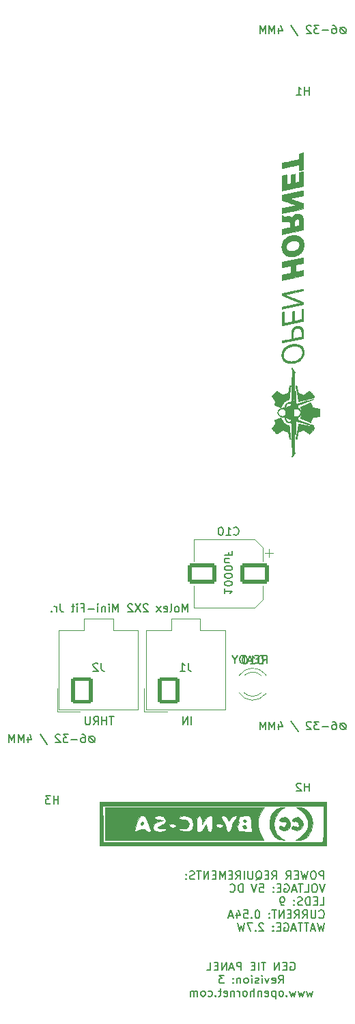
<source format=gbr>
%TF.GenerationSoftware,KiCad,Pcbnew,(6.0.9)*%
%TF.CreationDate,2023-04-01T13:01:52-08:00*%
%TF.ProjectId,GEN TIE PANEL,47454e20-5449-4452-9050-414e454c2e6b,3*%
%TF.SameCoordinates,Original*%
%TF.FileFunction,Legend,Bot*%
%TF.FilePolarity,Positive*%
%FSLAX46Y46*%
G04 Gerber Fmt 4.6, Leading zero omitted, Abs format (unit mm)*
G04 Created by KiCad (PCBNEW (6.0.9)) date 2023-04-01 13:01:52*
%MOMM*%
%LPD*%
G01*
G04 APERTURE LIST*
G04 Aperture macros list*
%AMRoundRect*
0 Rectangle with rounded corners*
0 $1 Rounding radius*
0 $2 $3 $4 $5 $6 $7 $8 $9 X,Y pos of 4 corners*
0 Add a 4 corners polygon primitive as box body*
4,1,4,$2,$3,$4,$5,$6,$7,$8,$9,$2,$3,0*
0 Add four circle primitives for the rounded corners*
1,1,$1+$1,$2,$3*
1,1,$1+$1,$4,$5*
1,1,$1+$1,$6,$7*
1,1,$1+$1,$8,$9*
0 Add four rect primitives between the rounded corners*
20,1,$1+$1,$2,$3,$4,$5,0*
20,1,$1+$1,$4,$5,$6,$7,0*
20,1,$1+$1,$6,$7,$8,$9,0*
20,1,$1+$1,$8,$9,$2,$3,0*%
G04 Aperture macros list end*
%ADD10C,0.150000*%
%ADD11C,0.010000*%
%ADD12C,0.120000*%
%ADD13C,4.300000*%
%ADD14RoundRect,0.250001X-1.099999X-1.399999X1.099999X-1.399999X1.099999X1.399999X-1.099999X1.399999X0*%
%ADD15O,2.700000X3.300000*%
%ADD16R,1.800000X1.800000*%
%ADD17C,1.800000*%
%ADD18RoundRect,0.250000X1.500000X1.000000X-1.500000X1.000000X-1.500000X-1.000000X1.500000X-1.000000X0*%
G04 APERTURE END LIST*
D10*
X159684404Y-140742380D02*
X159684404Y-139742380D01*
X159303452Y-139742380D01*
X159208214Y-139790000D01*
X159160595Y-139837619D01*
X159112976Y-139932857D01*
X159112976Y-140075714D01*
X159160595Y-140170952D01*
X159208214Y-140218571D01*
X159303452Y-140266190D01*
X159684404Y-140266190D01*
X158493928Y-139742380D02*
X158303452Y-139742380D01*
X158208214Y-139790000D01*
X158112976Y-139885238D01*
X158065357Y-140075714D01*
X158065357Y-140409047D01*
X158112976Y-140599523D01*
X158208214Y-140694761D01*
X158303452Y-140742380D01*
X158493928Y-140742380D01*
X158589166Y-140694761D01*
X158684404Y-140599523D01*
X158732023Y-140409047D01*
X158732023Y-140075714D01*
X158684404Y-139885238D01*
X158589166Y-139790000D01*
X158493928Y-139742380D01*
X157732023Y-139742380D02*
X157493928Y-140742380D01*
X157303452Y-140028095D01*
X157112976Y-140742380D01*
X156874880Y-139742380D01*
X156493928Y-140218571D02*
X156160595Y-140218571D01*
X156017738Y-140742380D02*
X156493928Y-140742380D01*
X156493928Y-139742380D01*
X156017738Y-139742380D01*
X155017738Y-140742380D02*
X155351071Y-140266190D01*
X155589166Y-140742380D02*
X155589166Y-139742380D01*
X155208214Y-139742380D01*
X155112976Y-139790000D01*
X155065357Y-139837619D01*
X155017738Y-139932857D01*
X155017738Y-140075714D01*
X155065357Y-140170952D01*
X155112976Y-140218571D01*
X155208214Y-140266190D01*
X155589166Y-140266190D01*
X153255833Y-140742380D02*
X153589166Y-140266190D01*
X153827261Y-140742380D02*
X153827261Y-139742380D01*
X153446309Y-139742380D01*
X153351071Y-139790000D01*
X153303452Y-139837619D01*
X153255833Y-139932857D01*
X153255833Y-140075714D01*
X153303452Y-140170952D01*
X153351071Y-140218571D01*
X153446309Y-140266190D01*
X153827261Y-140266190D01*
X152827261Y-140218571D02*
X152493928Y-140218571D01*
X152351071Y-140742380D02*
X152827261Y-140742380D01*
X152827261Y-139742380D01*
X152351071Y-139742380D01*
X151255833Y-140837619D02*
X151351071Y-140790000D01*
X151446309Y-140694761D01*
X151589166Y-140551904D01*
X151684404Y-140504285D01*
X151779642Y-140504285D01*
X151732023Y-140742380D02*
X151827261Y-140694761D01*
X151922500Y-140599523D01*
X151970119Y-140409047D01*
X151970119Y-140075714D01*
X151922500Y-139885238D01*
X151827261Y-139790000D01*
X151732023Y-139742380D01*
X151541547Y-139742380D01*
X151446309Y-139790000D01*
X151351071Y-139885238D01*
X151303452Y-140075714D01*
X151303452Y-140409047D01*
X151351071Y-140599523D01*
X151446309Y-140694761D01*
X151541547Y-140742380D01*
X151732023Y-140742380D01*
X150874880Y-139742380D02*
X150874880Y-140551904D01*
X150827261Y-140647142D01*
X150779642Y-140694761D01*
X150684404Y-140742380D01*
X150493928Y-140742380D01*
X150398690Y-140694761D01*
X150351071Y-140647142D01*
X150303452Y-140551904D01*
X150303452Y-139742380D01*
X149827261Y-140742380D02*
X149827261Y-139742380D01*
X148779642Y-140742380D02*
X149112976Y-140266190D01*
X149351071Y-140742380D02*
X149351071Y-139742380D01*
X148970119Y-139742380D01*
X148874880Y-139790000D01*
X148827261Y-139837619D01*
X148779642Y-139932857D01*
X148779642Y-140075714D01*
X148827261Y-140170952D01*
X148874880Y-140218571D01*
X148970119Y-140266190D01*
X149351071Y-140266190D01*
X148351071Y-140218571D02*
X148017738Y-140218571D01*
X147874880Y-140742380D02*
X148351071Y-140742380D01*
X148351071Y-139742380D01*
X147874880Y-139742380D01*
X147446309Y-140742380D02*
X147446309Y-139742380D01*
X147112976Y-140456666D01*
X146779642Y-139742380D01*
X146779642Y-140742380D01*
X146303452Y-140218571D02*
X145970119Y-140218571D01*
X145827261Y-140742380D02*
X146303452Y-140742380D01*
X146303452Y-139742380D01*
X145827261Y-139742380D01*
X145398690Y-140742380D02*
X145398690Y-139742380D01*
X144827261Y-140742380D01*
X144827261Y-139742380D01*
X144493928Y-139742380D02*
X143922500Y-139742380D01*
X144208214Y-140742380D02*
X144208214Y-139742380D01*
X143636785Y-140694761D02*
X143493928Y-140742380D01*
X143255833Y-140742380D01*
X143160595Y-140694761D01*
X143112976Y-140647142D01*
X143065357Y-140551904D01*
X143065357Y-140456666D01*
X143112976Y-140361428D01*
X143160595Y-140313809D01*
X143255833Y-140266190D01*
X143446309Y-140218571D01*
X143541547Y-140170952D01*
X143589166Y-140123333D01*
X143636785Y-140028095D01*
X143636785Y-139932857D01*
X143589166Y-139837619D01*
X143541547Y-139790000D01*
X143446309Y-139742380D01*
X143208214Y-139742380D01*
X143065357Y-139790000D01*
X142636785Y-140647142D02*
X142589166Y-140694761D01*
X142636785Y-140742380D01*
X142684404Y-140694761D01*
X142636785Y-140647142D01*
X142636785Y-140742380D01*
X142636785Y-140123333D02*
X142589166Y-140170952D01*
X142636785Y-140218571D01*
X142684404Y-140170952D01*
X142636785Y-140123333D01*
X142636785Y-140218571D01*
X159827261Y-141352380D02*
X159493928Y-142352380D01*
X159160595Y-141352380D01*
X158636785Y-141352380D02*
X158446309Y-141352380D01*
X158351071Y-141400000D01*
X158255833Y-141495238D01*
X158208214Y-141685714D01*
X158208214Y-142019047D01*
X158255833Y-142209523D01*
X158351071Y-142304761D01*
X158446309Y-142352380D01*
X158636785Y-142352380D01*
X158732023Y-142304761D01*
X158827261Y-142209523D01*
X158874880Y-142019047D01*
X158874880Y-141685714D01*
X158827261Y-141495238D01*
X158732023Y-141400000D01*
X158636785Y-141352380D01*
X157303452Y-142352380D02*
X157779642Y-142352380D01*
X157779642Y-141352380D01*
X157112976Y-141352380D02*
X156541547Y-141352380D01*
X156827261Y-142352380D02*
X156827261Y-141352380D01*
X156255833Y-142066666D02*
X155779642Y-142066666D01*
X156351071Y-142352380D02*
X156017738Y-141352380D01*
X155684404Y-142352380D01*
X154827261Y-141400000D02*
X154922500Y-141352380D01*
X155065357Y-141352380D01*
X155208214Y-141400000D01*
X155303452Y-141495238D01*
X155351071Y-141590476D01*
X155398690Y-141780952D01*
X155398690Y-141923809D01*
X155351071Y-142114285D01*
X155303452Y-142209523D01*
X155208214Y-142304761D01*
X155065357Y-142352380D01*
X154970119Y-142352380D01*
X154827261Y-142304761D01*
X154779642Y-142257142D01*
X154779642Y-141923809D01*
X154970119Y-141923809D01*
X154351071Y-141828571D02*
X154017738Y-141828571D01*
X153874880Y-142352380D02*
X154351071Y-142352380D01*
X154351071Y-141352380D01*
X153874880Y-141352380D01*
X153446309Y-142257142D02*
X153398690Y-142304761D01*
X153446309Y-142352380D01*
X153493928Y-142304761D01*
X153446309Y-142257142D01*
X153446309Y-142352380D01*
X153446309Y-141733333D02*
X153398690Y-141780952D01*
X153446309Y-141828571D01*
X153493928Y-141780952D01*
X153446309Y-141733333D01*
X153446309Y-141828571D01*
X151732023Y-141352380D02*
X152208214Y-141352380D01*
X152255833Y-141828571D01*
X152208214Y-141780952D01*
X152112976Y-141733333D01*
X151874880Y-141733333D01*
X151779642Y-141780952D01*
X151732023Y-141828571D01*
X151684404Y-141923809D01*
X151684404Y-142161904D01*
X151732023Y-142257142D01*
X151779642Y-142304761D01*
X151874880Y-142352380D01*
X152112976Y-142352380D01*
X152208214Y-142304761D01*
X152255833Y-142257142D01*
X151398690Y-141352380D02*
X151065357Y-142352380D01*
X150732023Y-141352380D01*
X149636785Y-142352380D02*
X149636785Y-141352380D01*
X149398690Y-141352380D01*
X149255833Y-141400000D01*
X149160595Y-141495238D01*
X149112976Y-141590476D01*
X149065357Y-141780952D01*
X149065357Y-141923809D01*
X149112976Y-142114285D01*
X149160595Y-142209523D01*
X149255833Y-142304761D01*
X149398690Y-142352380D01*
X149636785Y-142352380D01*
X148065357Y-142257142D02*
X148112976Y-142304761D01*
X148255833Y-142352380D01*
X148351071Y-142352380D01*
X148493928Y-142304761D01*
X148589166Y-142209523D01*
X148636785Y-142114285D01*
X148684404Y-141923809D01*
X148684404Y-141780952D01*
X148636785Y-141590476D01*
X148589166Y-141495238D01*
X148493928Y-141400000D01*
X148351071Y-141352380D01*
X148255833Y-141352380D01*
X148112976Y-141400000D01*
X148065357Y-141447619D01*
X159208214Y-143962380D02*
X159684404Y-143962380D01*
X159684404Y-142962380D01*
X158874880Y-143438571D02*
X158541547Y-143438571D01*
X158398690Y-143962380D02*
X158874880Y-143962380D01*
X158874880Y-142962380D01*
X158398690Y-142962380D01*
X157970119Y-143962380D02*
X157970119Y-142962380D01*
X157732023Y-142962380D01*
X157589166Y-143010000D01*
X157493928Y-143105238D01*
X157446309Y-143200476D01*
X157398690Y-143390952D01*
X157398690Y-143533809D01*
X157446309Y-143724285D01*
X157493928Y-143819523D01*
X157589166Y-143914761D01*
X157732023Y-143962380D01*
X157970119Y-143962380D01*
X157017738Y-143914761D02*
X156874880Y-143962380D01*
X156636785Y-143962380D01*
X156541547Y-143914761D01*
X156493928Y-143867142D01*
X156446309Y-143771904D01*
X156446309Y-143676666D01*
X156493928Y-143581428D01*
X156541547Y-143533809D01*
X156636785Y-143486190D01*
X156827261Y-143438571D01*
X156922500Y-143390952D01*
X156970119Y-143343333D01*
X157017738Y-143248095D01*
X157017738Y-143152857D01*
X156970119Y-143057619D01*
X156922500Y-143010000D01*
X156827261Y-142962380D01*
X156589166Y-142962380D01*
X156446309Y-143010000D01*
X156017738Y-143867142D02*
X155970119Y-143914761D01*
X156017738Y-143962380D01*
X156065357Y-143914761D01*
X156017738Y-143867142D01*
X156017738Y-143962380D01*
X156017738Y-143343333D02*
X155970119Y-143390952D01*
X156017738Y-143438571D01*
X156065357Y-143390952D01*
X156017738Y-143343333D01*
X156017738Y-143438571D01*
X154732023Y-143962380D02*
X154541547Y-143962380D01*
X154446309Y-143914761D01*
X154398690Y-143867142D01*
X154303452Y-143724285D01*
X154255833Y-143533809D01*
X154255833Y-143152857D01*
X154303452Y-143057619D01*
X154351071Y-143010000D01*
X154446309Y-142962380D01*
X154636785Y-142962380D01*
X154732023Y-143010000D01*
X154779642Y-143057619D01*
X154827261Y-143152857D01*
X154827261Y-143390952D01*
X154779642Y-143486190D01*
X154732023Y-143533809D01*
X154636785Y-143581428D01*
X154446309Y-143581428D01*
X154351071Y-143533809D01*
X154303452Y-143486190D01*
X154255833Y-143390952D01*
X159112976Y-145477142D02*
X159160595Y-145524761D01*
X159303452Y-145572380D01*
X159398690Y-145572380D01*
X159541547Y-145524761D01*
X159636785Y-145429523D01*
X159684404Y-145334285D01*
X159732023Y-145143809D01*
X159732023Y-145000952D01*
X159684404Y-144810476D01*
X159636785Y-144715238D01*
X159541547Y-144620000D01*
X159398690Y-144572380D01*
X159303452Y-144572380D01*
X159160595Y-144620000D01*
X159112976Y-144667619D01*
X158684404Y-144572380D02*
X158684404Y-145381904D01*
X158636785Y-145477142D01*
X158589166Y-145524761D01*
X158493928Y-145572380D01*
X158303452Y-145572380D01*
X158208214Y-145524761D01*
X158160595Y-145477142D01*
X158112976Y-145381904D01*
X158112976Y-144572380D01*
X157065357Y-145572380D02*
X157398690Y-145096190D01*
X157636785Y-145572380D02*
X157636785Y-144572380D01*
X157255833Y-144572380D01*
X157160595Y-144620000D01*
X157112976Y-144667619D01*
X157065357Y-144762857D01*
X157065357Y-144905714D01*
X157112976Y-145000952D01*
X157160595Y-145048571D01*
X157255833Y-145096190D01*
X157636785Y-145096190D01*
X156065357Y-145572380D02*
X156398690Y-145096190D01*
X156636785Y-145572380D02*
X156636785Y-144572380D01*
X156255833Y-144572380D01*
X156160595Y-144620000D01*
X156112976Y-144667619D01*
X156065357Y-144762857D01*
X156065357Y-144905714D01*
X156112976Y-145000952D01*
X156160595Y-145048571D01*
X156255833Y-145096190D01*
X156636785Y-145096190D01*
X155636785Y-145048571D02*
X155303452Y-145048571D01*
X155160595Y-145572380D02*
X155636785Y-145572380D01*
X155636785Y-144572380D01*
X155160595Y-144572380D01*
X154732023Y-145572380D02*
X154732023Y-144572380D01*
X154160595Y-145572380D01*
X154160595Y-144572380D01*
X153827261Y-144572380D02*
X153255833Y-144572380D01*
X153541547Y-145572380D02*
X153541547Y-144572380D01*
X152922500Y-145477142D02*
X152874880Y-145524761D01*
X152922500Y-145572380D01*
X152970119Y-145524761D01*
X152922500Y-145477142D01*
X152922500Y-145572380D01*
X152922500Y-144953333D02*
X152874880Y-145000952D01*
X152922500Y-145048571D01*
X152970119Y-145000952D01*
X152922500Y-144953333D01*
X152922500Y-145048571D01*
X151493928Y-144572380D02*
X151398690Y-144572380D01*
X151303452Y-144620000D01*
X151255833Y-144667619D01*
X151208214Y-144762857D01*
X151160595Y-144953333D01*
X151160595Y-145191428D01*
X151208214Y-145381904D01*
X151255833Y-145477142D01*
X151303452Y-145524761D01*
X151398690Y-145572380D01*
X151493928Y-145572380D01*
X151589166Y-145524761D01*
X151636785Y-145477142D01*
X151684404Y-145381904D01*
X151732023Y-145191428D01*
X151732023Y-144953333D01*
X151684404Y-144762857D01*
X151636785Y-144667619D01*
X151589166Y-144620000D01*
X151493928Y-144572380D01*
X150732023Y-145477142D02*
X150684404Y-145524761D01*
X150732023Y-145572380D01*
X150779642Y-145524761D01*
X150732023Y-145477142D01*
X150732023Y-145572380D01*
X149779642Y-144572380D02*
X150255833Y-144572380D01*
X150303452Y-145048571D01*
X150255833Y-145000952D01*
X150160595Y-144953333D01*
X149922500Y-144953333D01*
X149827261Y-145000952D01*
X149779642Y-145048571D01*
X149732023Y-145143809D01*
X149732023Y-145381904D01*
X149779642Y-145477142D01*
X149827261Y-145524761D01*
X149922500Y-145572380D01*
X150160595Y-145572380D01*
X150255833Y-145524761D01*
X150303452Y-145477142D01*
X148874880Y-144905714D02*
X148874880Y-145572380D01*
X149112976Y-144524761D02*
X149351071Y-145239047D01*
X148732023Y-145239047D01*
X148398690Y-145286666D02*
X147922500Y-145286666D01*
X148493928Y-145572380D02*
X148160595Y-144572380D01*
X147827261Y-145572380D01*
X159779642Y-146182380D02*
X159541547Y-147182380D01*
X159351071Y-146468095D01*
X159160595Y-147182380D01*
X158922500Y-146182380D01*
X158589166Y-146896666D02*
X158112976Y-146896666D01*
X158684404Y-147182380D02*
X158351071Y-146182380D01*
X158017738Y-147182380D01*
X157827261Y-146182380D02*
X157255833Y-146182380D01*
X157541547Y-147182380D02*
X157541547Y-146182380D01*
X157065357Y-146182380D02*
X156493928Y-146182380D01*
X156779642Y-147182380D02*
X156779642Y-146182380D01*
X156208214Y-146896666D02*
X155732023Y-146896666D01*
X156303452Y-147182380D02*
X155970119Y-146182380D01*
X155636785Y-147182380D01*
X154779642Y-146230000D02*
X154874880Y-146182380D01*
X155017738Y-146182380D01*
X155160595Y-146230000D01*
X155255833Y-146325238D01*
X155303452Y-146420476D01*
X155351071Y-146610952D01*
X155351071Y-146753809D01*
X155303452Y-146944285D01*
X155255833Y-147039523D01*
X155160595Y-147134761D01*
X155017738Y-147182380D01*
X154922500Y-147182380D01*
X154779642Y-147134761D01*
X154732023Y-147087142D01*
X154732023Y-146753809D01*
X154922500Y-146753809D01*
X154303452Y-146658571D02*
X153970119Y-146658571D01*
X153827261Y-147182380D02*
X154303452Y-147182380D01*
X154303452Y-146182380D01*
X153827261Y-146182380D01*
X153398690Y-147087142D02*
X153351071Y-147134761D01*
X153398690Y-147182380D01*
X153446309Y-147134761D01*
X153398690Y-147087142D01*
X153398690Y-147182380D01*
X153398690Y-146563333D02*
X153351071Y-146610952D01*
X153398690Y-146658571D01*
X153446309Y-146610952D01*
X153398690Y-146563333D01*
X153398690Y-146658571D01*
X152208214Y-146277619D02*
X152160595Y-146230000D01*
X152065357Y-146182380D01*
X151827261Y-146182380D01*
X151732023Y-146230000D01*
X151684404Y-146277619D01*
X151636785Y-146372857D01*
X151636785Y-146468095D01*
X151684404Y-146610952D01*
X152255833Y-147182380D01*
X151636785Y-147182380D01*
X151208214Y-147087142D02*
X151160595Y-147134761D01*
X151208214Y-147182380D01*
X151255833Y-147134761D01*
X151208214Y-147087142D01*
X151208214Y-147182380D01*
X150827261Y-146182380D02*
X150160595Y-146182380D01*
X150589166Y-147182380D01*
X149874880Y-146182380D02*
X149636785Y-147182380D01*
X149446309Y-146468095D01*
X149255833Y-147182380D01*
X149017738Y-146182380D01*
X142818380Y-107640380D02*
X142818380Y-106640380D01*
X142485047Y-107354666D01*
X142151714Y-106640380D01*
X142151714Y-107640380D01*
X141532666Y-107640380D02*
X141627904Y-107592761D01*
X141675523Y-107545142D01*
X141723142Y-107449904D01*
X141723142Y-107164190D01*
X141675523Y-107068952D01*
X141627904Y-107021333D01*
X141532666Y-106973714D01*
X141389809Y-106973714D01*
X141294571Y-107021333D01*
X141246952Y-107068952D01*
X141199333Y-107164190D01*
X141199333Y-107449904D01*
X141246952Y-107545142D01*
X141294571Y-107592761D01*
X141389809Y-107640380D01*
X141532666Y-107640380D01*
X140627904Y-107640380D02*
X140723142Y-107592761D01*
X140770761Y-107497523D01*
X140770761Y-106640380D01*
X139866000Y-107592761D02*
X139961238Y-107640380D01*
X140151714Y-107640380D01*
X140246952Y-107592761D01*
X140294571Y-107497523D01*
X140294571Y-107116571D01*
X140246952Y-107021333D01*
X140151714Y-106973714D01*
X139961238Y-106973714D01*
X139866000Y-107021333D01*
X139818380Y-107116571D01*
X139818380Y-107211809D01*
X140294571Y-107307047D01*
X139485047Y-107640380D02*
X138961238Y-106973714D01*
X139485047Y-106973714D02*
X138961238Y-107640380D01*
X137866000Y-106735619D02*
X137818380Y-106688000D01*
X137723142Y-106640380D01*
X137485047Y-106640380D01*
X137389809Y-106688000D01*
X137342190Y-106735619D01*
X137294571Y-106830857D01*
X137294571Y-106926095D01*
X137342190Y-107068952D01*
X137913619Y-107640380D01*
X137294571Y-107640380D01*
X136961238Y-106640380D02*
X136294571Y-107640380D01*
X136294571Y-106640380D02*
X136961238Y-107640380D01*
X135961238Y-106735619D02*
X135913619Y-106688000D01*
X135818380Y-106640380D01*
X135580285Y-106640380D01*
X135485047Y-106688000D01*
X135437428Y-106735619D01*
X135389809Y-106830857D01*
X135389809Y-106926095D01*
X135437428Y-107068952D01*
X136008857Y-107640380D01*
X135389809Y-107640380D01*
X134199333Y-107640380D02*
X134199333Y-106640380D01*
X133866000Y-107354666D01*
X133532666Y-106640380D01*
X133532666Y-107640380D01*
X133056476Y-107640380D02*
X133056476Y-106973714D01*
X133056476Y-106640380D02*
X133104095Y-106688000D01*
X133056476Y-106735619D01*
X133008857Y-106688000D01*
X133056476Y-106640380D01*
X133056476Y-106735619D01*
X132580285Y-106973714D02*
X132580285Y-107640380D01*
X132580285Y-107068952D02*
X132532666Y-107021333D01*
X132437428Y-106973714D01*
X132294571Y-106973714D01*
X132199333Y-107021333D01*
X132151714Y-107116571D01*
X132151714Y-107640380D01*
X131675523Y-107640380D02*
X131675523Y-106973714D01*
X131675523Y-106640380D02*
X131723142Y-106688000D01*
X131675523Y-106735619D01*
X131627904Y-106688000D01*
X131675523Y-106640380D01*
X131675523Y-106735619D01*
X131199333Y-107259428D02*
X130437428Y-107259428D01*
X129627904Y-107116571D02*
X129961238Y-107116571D01*
X129961238Y-107640380D02*
X129961238Y-106640380D01*
X129485047Y-106640380D01*
X129104095Y-107640380D02*
X129104095Y-106973714D01*
X129104095Y-106640380D02*
X129151714Y-106688000D01*
X129104095Y-106735619D01*
X129056476Y-106688000D01*
X129104095Y-106640380D01*
X129104095Y-106735619D01*
X128770761Y-106973714D02*
X128389809Y-106973714D01*
X128627904Y-106640380D02*
X128627904Y-107497523D01*
X128580285Y-107592761D01*
X128485047Y-107640380D01*
X128389809Y-107640380D01*
X127008857Y-106640380D02*
X127008857Y-107354666D01*
X127056476Y-107497523D01*
X127151714Y-107592761D01*
X127294571Y-107640380D01*
X127389809Y-107640380D01*
X126532666Y-107640380D02*
X126532666Y-106973714D01*
X126532666Y-107164190D02*
X126485047Y-107068952D01*
X126437428Y-107021333D01*
X126342190Y-106973714D01*
X126246952Y-106973714D01*
X125913619Y-107545142D02*
X125866000Y-107592761D01*
X125913619Y-107640380D01*
X125961238Y-107592761D01*
X125913619Y-107545142D01*
X125913619Y-107640380D01*
X155555342Y-151077400D02*
X155650580Y-151029780D01*
X155793438Y-151029780D01*
X155936295Y-151077400D01*
X156031533Y-151172638D01*
X156079152Y-151267876D01*
X156126771Y-151458352D01*
X156126771Y-151601209D01*
X156079152Y-151791685D01*
X156031533Y-151886923D01*
X155936295Y-151982161D01*
X155793438Y-152029780D01*
X155698200Y-152029780D01*
X155555342Y-151982161D01*
X155507723Y-151934542D01*
X155507723Y-151601209D01*
X155698200Y-151601209D01*
X155079152Y-151505971D02*
X154745819Y-151505971D01*
X154602961Y-152029780D02*
X155079152Y-152029780D01*
X155079152Y-151029780D01*
X154602961Y-151029780D01*
X154174390Y-152029780D02*
X154174390Y-151029780D01*
X153602961Y-152029780D01*
X153602961Y-151029780D01*
X152507723Y-151029780D02*
X151936295Y-151029780D01*
X152222009Y-152029780D02*
X152222009Y-151029780D01*
X151602961Y-152029780D02*
X151602961Y-151029780D01*
X151126771Y-151505971D02*
X150793438Y-151505971D01*
X150650580Y-152029780D02*
X151126771Y-152029780D01*
X151126771Y-151029780D01*
X150650580Y-151029780D01*
X149460104Y-152029780D02*
X149460104Y-151029780D01*
X149079152Y-151029780D01*
X148983914Y-151077400D01*
X148936295Y-151125019D01*
X148888676Y-151220257D01*
X148888676Y-151363114D01*
X148936295Y-151458352D01*
X148983914Y-151505971D01*
X149079152Y-151553590D01*
X149460104Y-151553590D01*
X148507723Y-151744066D02*
X148031533Y-151744066D01*
X148602961Y-152029780D02*
X148269628Y-151029780D01*
X147936295Y-152029780D01*
X147602961Y-152029780D02*
X147602961Y-151029780D01*
X147031533Y-152029780D01*
X147031533Y-151029780D01*
X146555342Y-151505971D02*
X146222009Y-151505971D01*
X146079152Y-152029780D02*
X146555342Y-152029780D01*
X146555342Y-151029780D01*
X146079152Y-151029780D01*
X145174390Y-152029780D02*
X145650580Y-152029780D01*
X145650580Y-151029780D01*
X154079152Y-153639780D02*
X154412485Y-153163590D01*
X154650580Y-153639780D02*
X154650580Y-152639780D01*
X154269628Y-152639780D01*
X154174390Y-152687400D01*
X154126771Y-152735019D01*
X154079152Y-152830257D01*
X154079152Y-152973114D01*
X154126771Y-153068352D01*
X154174390Y-153115971D01*
X154269628Y-153163590D01*
X154650580Y-153163590D01*
X153269628Y-153592161D02*
X153364866Y-153639780D01*
X153555342Y-153639780D01*
X153650580Y-153592161D01*
X153698200Y-153496923D01*
X153698200Y-153115971D01*
X153650580Y-153020733D01*
X153555342Y-152973114D01*
X153364866Y-152973114D01*
X153269628Y-153020733D01*
X153222009Y-153115971D01*
X153222009Y-153211209D01*
X153698200Y-153306447D01*
X152888676Y-152973114D02*
X152650580Y-153639780D01*
X152412485Y-152973114D01*
X152031533Y-153639780D02*
X152031533Y-152973114D01*
X152031533Y-152639780D02*
X152079152Y-152687400D01*
X152031533Y-152735019D01*
X151983914Y-152687400D01*
X152031533Y-152639780D01*
X152031533Y-152735019D01*
X151602961Y-153592161D02*
X151507723Y-153639780D01*
X151317247Y-153639780D01*
X151222009Y-153592161D01*
X151174390Y-153496923D01*
X151174390Y-153449304D01*
X151222009Y-153354066D01*
X151317247Y-153306447D01*
X151460104Y-153306447D01*
X151555342Y-153258828D01*
X151602961Y-153163590D01*
X151602961Y-153115971D01*
X151555342Y-153020733D01*
X151460104Y-152973114D01*
X151317247Y-152973114D01*
X151222009Y-153020733D01*
X150745819Y-153639780D02*
X150745819Y-152973114D01*
X150745819Y-152639780D02*
X150793438Y-152687400D01*
X150745819Y-152735019D01*
X150698200Y-152687400D01*
X150745819Y-152639780D01*
X150745819Y-152735019D01*
X150126771Y-153639780D02*
X150222009Y-153592161D01*
X150269628Y-153544542D01*
X150317247Y-153449304D01*
X150317247Y-153163590D01*
X150269628Y-153068352D01*
X150222009Y-153020733D01*
X150126771Y-152973114D01*
X149983914Y-152973114D01*
X149888676Y-153020733D01*
X149841057Y-153068352D01*
X149793438Y-153163590D01*
X149793438Y-153449304D01*
X149841057Y-153544542D01*
X149888676Y-153592161D01*
X149983914Y-153639780D01*
X150126771Y-153639780D01*
X149364866Y-152973114D02*
X149364866Y-153639780D01*
X149364866Y-153068352D02*
X149317247Y-153020733D01*
X149222009Y-152973114D01*
X149079152Y-152973114D01*
X148983914Y-153020733D01*
X148936295Y-153115971D01*
X148936295Y-153639780D01*
X148460104Y-153544542D02*
X148412485Y-153592161D01*
X148460104Y-153639780D01*
X148507723Y-153592161D01*
X148460104Y-153544542D01*
X148460104Y-153639780D01*
X148460104Y-153020733D02*
X148412485Y-153068352D01*
X148460104Y-153115971D01*
X148507723Y-153068352D01*
X148460104Y-153020733D01*
X148460104Y-153115971D01*
X147317247Y-152639780D02*
X146698200Y-152639780D01*
X147031533Y-153020733D01*
X146888676Y-153020733D01*
X146793438Y-153068352D01*
X146745819Y-153115971D01*
X146698200Y-153211209D01*
X146698200Y-153449304D01*
X146745819Y-153544542D01*
X146793438Y-153592161D01*
X146888676Y-153639780D01*
X147174390Y-153639780D01*
X147269628Y-153592161D01*
X147317247Y-153544542D01*
X158317247Y-154583114D02*
X158126771Y-155249780D01*
X157936295Y-154773590D01*
X157745819Y-155249780D01*
X157555342Y-154583114D01*
X157269628Y-154583114D02*
X157079152Y-155249780D01*
X156888676Y-154773590D01*
X156698200Y-155249780D01*
X156507723Y-154583114D01*
X156222009Y-154583114D02*
X156031533Y-155249780D01*
X155841057Y-154773590D01*
X155650580Y-155249780D01*
X155460104Y-154583114D01*
X155079152Y-155154542D02*
X155031533Y-155202161D01*
X155079152Y-155249780D01*
X155126771Y-155202161D01*
X155079152Y-155154542D01*
X155079152Y-155249780D01*
X154460104Y-155249780D02*
X154555342Y-155202161D01*
X154602961Y-155154542D01*
X154650580Y-155059304D01*
X154650580Y-154773590D01*
X154602961Y-154678352D01*
X154555342Y-154630733D01*
X154460104Y-154583114D01*
X154317247Y-154583114D01*
X154222009Y-154630733D01*
X154174390Y-154678352D01*
X154126771Y-154773590D01*
X154126771Y-155059304D01*
X154174390Y-155154542D01*
X154222009Y-155202161D01*
X154317247Y-155249780D01*
X154460104Y-155249780D01*
X153698200Y-154583114D02*
X153698200Y-155583114D01*
X153698200Y-154630733D02*
X153602961Y-154583114D01*
X153412485Y-154583114D01*
X153317247Y-154630733D01*
X153269628Y-154678352D01*
X153222009Y-154773590D01*
X153222009Y-155059304D01*
X153269628Y-155154542D01*
X153317247Y-155202161D01*
X153412485Y-155249780D01*
X153602961Y-155249780D01*
X153698200Y-155202161D01*
X152412485Y-155202161D02*
X152507723Y-155249780D01*
X152698200Y-155249780D01*
X152793438Y-155202161D01*
X152841057Y-155106923D01*
X152841057Y-154725971D01*
X152793438Y-154630733D01*
X152698200Y-154583114D01*
X152507723Y-154583114D01*
X152412485Y-154630733D01*
X152364866Y-154725971D01*
X152364866Y-154821209D01*
X152841057Y-154916447D01*
X151936295Y-154583114D02*
X151936295Y-155249780D01*
X151936295Y-154678352D02*
X151888676Y-154630733D01*
X151793438Y-154583114D01*
X151650580Y-154583114D01*
X151555342Y-154630733D01*
X151507723Y-154725971D01*
X151507723Y-155249780D01*
X151031533Y-155249780D02*
X151031533Y-154249780D01*
X150602961Y-155249780D02*
X150602961Y-154725971D01*
X150650580Y-154630733D01*
X150745819Y-154583114D01*
X150888676Y-154583114D01*
X150983914Y-154630733D01*
X151031533Y-154678352D01*
X149983914Y-155249780D02*
X150079152Y-155202161D01*
X150126771Y-155154542D01*
X150174390Y-155059304D01*
X150174390Y-154773590D01*
X150126771Y-154678352D01*
X150079152Y-154630733D01*
X149983914Y-154583114D01*
X149841057Y-154583114D01*
X149745819Y-154630733D01*
X149698200Y-154678352D01*
X149650580Y-154773590D01*
X149650580Y-155059304D01*
X149698200Y-155154542D01*
X149745819Y-155202161D01*
X149841057Y-155249780D01*
X149983914Y-155249780D01*
X149222009Y-155249780D02*
X149222009Y-154583114D01*
X149222009Y-154773590D02*
X149174390Y-154678352D01*
X149126771Y-154630733D01*
X149031533Y-154583114D01*
X148936295Y-154583114D01*
X148602961Y-154583114D02*
X148602961Y-155249780D01*
X148602961Y-154678352D02*
X148555342Y-154630733D01*
X148460104Y-154583114D01*
X148317247Y-154583114D01*
X148222009Y-154630733D01*
X148174390Y-154725971D01*
X148174390Y-155249780D01*
X147317247Y-155202161D02*
X147412485Y-155249780D01*
X147602961Y-155249780D01*
X147698200Y-155202161D01*
X147745819Y-155106923D01*
X147745819Y-154725971D01*
X147698200Y-154630733D01*
X147602961Y-154583114D01*
X147412485Y-154583114D01*
X147317247Y-154630733D01*
X147269628Y-154725971D01*
X147269628Y-154821209D01*
X147745819Y-154916447D01*
X146983914Y-154583114D02*
X146602961Y-154583114D01*
X146841057Y-154249780D02*
X146841057Y-155106923D01*
X146793438Y-155202161D01*
X146698200Y-155249780D01*
X146602961Y-155249780D01*
X146269628Y-155154542D02*
X146222009Y-155202161D01*
X146269628Y-155249780D01*
X146317247Y-155202161D01*
X146269628Y-155154542D01*
X146269628Y-155249780D01*
X145364866Y-155202161D02*
X145460104Y-155249780D01*
X145650580Y-155249780D01*
X145745819Y-155202161D01*
X145793438Y-155154542D01*
X145841057Y-155059304D01*
X145841057Y-154773590D01*
X145793438Y-154678352D01*
X145745819Y-154630733D01*
X145650580Y-154583114D01*
X145460104Y-154583114D01*
X145364866Y-154630733D01*
X144793438Y-155249780D02*
X144888676Y-155202161D01*
X144936295Y-155154542D01*
X144983914Y-155059304D01*
X144983914Y-154773590D01*
X144936295Y-154678352D01*
X144888676Y-154630733D01*
X144793438Y-154583114D01*
X144650580Y-154583114D01*
X144555342Y-154630733D01*
X144507723Y-154678352D01*
X144460104Y-154773590D01*
X144460104Y-155059304D01*
X144507723Y-155154542D01*
X144555342Y-155202161D01*
X144650580Y-155249780D01*
X144793438Y-155249780D01*
X144031533Y-155249780D02*
X144031533Y-154583114D01*
X144031533Y-154678352D02*
X143983914Y-154630733D01*
X143888676Y-154583114D01*
X143745819Y-154583114D01*
X143650580Y-154630733D01*
X143602961Y-154725971D01*
X143602961Y-155249780D01*
X143602961Y-154725971D02*
X143555342Y-154630733D01*
X143460104Y-154583114D01*
X143317247Y-154583114D01*
X143222009Y-154630733D01*
X143174390Y-154725971D01*
X143174390Y-155249780D01*
X152042000Y-114016380D02*
X152375333Y-113540190D01*
X152613428Y-114016380D02*
X152613428Y-113016380D01*
X152232476Y-113016380D01*
X152137238Y-113064000D01*
X152089619Y-113111619D01*
X152042000Y-113206857D01*
X152042000Y-113349714D01*
X152089619Y-113444952D01*
X152137238Y-113492571D01*
X152232476Y-113540190D01*
X152613428Y-113540190D01*
X151613428Y-113492571D02*
X151280095Y-113492571D01*
X151137238Y-114016380D02*
X151613428Y-114016380D01*
X151613428Y-113016380D01*
X151137238Y-113016380D01*
X150756285Y-113730666D02*
X150280095Y-113730666D01*
X150851523Y-114016380D02*
X150518190Y-113016380D01*
X150184857Y-114016380D01*
X149851523Y-114016380D02*
X149851523Y-113016380D01*
X149613428Y-113016380D01*
X149470571Y-113064000D01*
X149375333Y-113159238D01*
X149327714Y-113254476D01*
X149280095Y-113444952D01*
X149280095Y-113587809D01*
X149327714Y-113778285D01*
X149375333Y-113873523D01*
X149470571Y-113968761D01*
X149613428Y-114016380D01*
X149851523Y-114016380D01*
X148661047Y-113540190D02*
X148661047Y-114016380D01*
X148994380Y-113016380D02*
X148661047Y-113540190D01*
X148327714Y-113016380D01*
X133659333Y-120610380D02*
X133087904Y-120610380D01*
X133373619Y-121610380D02*
X133373619Y-120610380D01*
X132754571Y-121610380D02*
X132754571Y-120610380D01*
X132754571Y-121086571D02*
X132183142Y-121086571D01*
X132183142Y-121610380D02*
X132183142Y-120610380D01*
X131135523Y-121610380D02*
X131468857Y-121134190D01*
X131706952Y-121610380D02*
X131706952Y-120610380D01*
X131326000Y-120610380D01*
X131230761Y-120658000D01*
X131183142Y-120705619D01*
X131135523Y-120800857D01*
X131135523Y-120943714D01*
X131183142Y-121038952D01*
X131230761Y-121086571D01*
X131326000Y-121134190D01*
X131706952Y-121134190D01*
X130706952Y-120610380D02*
X130706952Y-121419904D01*
X130659333Y-121515142D01*
X130611714Y-121562761D01*
X130516476Y-121610380D01*
X130326000Y-121610380D01*
X130230761Y-121562761D01*
X130183142Y-121515142D01*
X130135523Y-121419904D01*
X130135523Y-120610380D01*
X147349619Y-104775809D02*
X147349619Y-105347238D01*
X147349619Y-105061523D02*
X148349619Y-105061523D01*
X148206761Y-105156761D01*
X148111523Y-105252000D01*
X148063904Y-105347238D01*
X148349619Y-104156761D02*
X148349619Y-104061523D01*
X148302000Y-103966285D01*
X148254380Y-103918666D01*
X148159142Y-103871047D01*
X147968666Y-103823428D01*
X147730571Y-103823428D01*
X147540095Y-103871047D01*
X147444857Y-103918666D01*
X147397238Y-103966285D01*
X147349619Y-104061523D01*
X147349619Y-104156761D01*
X147397238Y-104252000D01*
X147444857Y-104299619D01*
X147540095Y-104347238D01*
X147730571Y-104394857D01*
X147968666Y-104394857D01*
X148159142Y-104347238D01*
X148254380Y-104299619D01*
X148302000Y-104252000D01*
X148349619Y-104156761D01*
X148349619Y-103204380D02*
X148349619Y-103109142D01*
X148302000Y-103013904D01*
X148254380Y-102966285D01*
X148159142Y-102918666D01*
X147968666Y-102871047D01*
X147730571Y-102871047D01*
X147540095Y-102918666D01*
X147444857Y-102966285D01*
X147397238Y-103013904D01*
X147349619Y-103109142D01*
X147349619Y-103204380D01*
X147397238Y-103299619D01*
X147444857Y-103347238D01*
X147540095Y-103394857D01*
X147730571Y-103442476D01*
X147968666Y-103442476D01*
X148159142Y-103394857D01*
X148254380Y-103347238D01*
X148302000Y-103299619D01*
X148349619Y-103204380D01*
X148349619Y-102252000D02*
X148349619Y-102156761D01*
X148302000Y-102061523D01*
X148254380Y-102013904D01*
X148159142Y-101966285D01*
X147968666Y-101918666D01*
X147730571Y-101918666D01*
X147540095Y-101966285D01*
X147444857Y-102013904D01*
X147397238Y-102061523D01*
X147349619Y-102156761D01*
X147349619Y-102252000D01*
X147397238Y-102347238D01*
X147444857Y-102394857D01*
X147540095Y-102442476D01*
X147730571Y-102490095D01*
X147968666Y-102490095D01*
X148159142Y-102442476D01*
X148254380Y-102394857D01*
X148302000Y-102347238D01*
X148349619Y-102252000D01*
X148016285Y-101061523D02*
X147349619Y-101061523D01*
X148016285Y-101490095D02*
X147492476Y-101490095D01*
X147397238Y-101442476D01*
X147349619Y-101347238D01*
X147349619Y-101204380D01*
X147397238Y-101109142D01*
X147444857Y-101061523D01*
X147873428Y-100252000D02*
X147873428Y-100585333D01*
X147349619Y-100585333D02*
X148349619Y-100585333D01*
X148349619Y-100109142D01*
X143271809Y-121610380D02*
X143271809Y-120610380D01*
X142795619Y-121610380D02*
X142795619Y-120610380D01*
X142224190Y-121610380D01*
X142224190Y-120610380D01*
%TO.C,REF\u002A\u002A*%
X126753904Y-131426380D02*
X126753904Y-130426380D01*
X126753904Y-130902571D02*
X126182476Y-130902571D01*
X126182476Y-131426380D02*
X126182476Y-130426380D01*
X125801523Y-130426380D02*
X125182476Y-130426380D01*
X125515809Y-130807333D01*
X125372952Y-130807333D01*
X125277714Y-130854952D01*
X125230095Y-130902571D01*
X125182476Y-130997809D01*
X125182476Y-131235904D01*
X125230095Y-131331142D01*
X125277714Y-131378761D01*
X125372952Y-131426380D01*
X125658666Y-131426380D01*
X125753904Y-131378761D01*
X125801523Y-131331142D01*
X131039619Y-123044476D02*
X130849142Y-123044476D01*
X130658666Y-123139714D01*
X130563428Y-123330190D01*
X130563428Y-123520666D01*
X130658666Y-123711142D01*
X130849142Y-123806380D01*
X131039619Y-123806380D01*
X131230095Y-123711142D01*
X131325333Y-123520666D01*
X131325333Y-123330190D01*
X131230095Y-123139714D01*
X131039619Y-123044476D01*
X130563428Y-123044476D02*
X131325333Y-123806380D01*
X129658666Y-122806380D02*
X129849142Y-122806380D01*
X129944380Y-122854000D01*
X129992000Y-122901619D01*
X130087238Y-123044476D01*
X130134857Y-123234952D01*
X130134857Y-123615904D01*
X130087238Y-123711142D01*
X130039619Y-123758761D01*
X129944380Y-123806380D01*
X129753904Y-123806380D01*
X129658666Y-123758761D01*
X129611047Y-123711142D01*
X129563428Y-123615904D01*
X129563428Y-123377809D01*
X129611047Y-123282571D01*
X129658666Y-123234952D01*
X129753904Y-123187333D01*
X129944380Y-123187333D01*
X130039619Y-123234952D01*
X130087238Y-123282571D01*
X130134857Y-123377809D01*
X129134857Y-123425428D02*
X128372952Y-123425428D01*
X127992000Y-122806380D02*
X127372952Y-122806380D01*
X127706285Y-123187333D01*
X127563428Y-123187333D01*
X127468190Y-123234952D01*
X127420571Y-123282571D01*
X127372952Y-123377809D01*
X127372952Y-123615904D01*
X127420571Y-123711142D01*
X127468190Y-123758761D01*
X127563428Y-123806380D01*
X127849142Y-123806380D01*
X127944380Y-123758761D01*
X127992000Y-123711142D01*
X126992000Y-122901619D02*
X126944380Y-122854000D01*
X126849142Y-122806380D01*
X126611047Y-122806380D01*
X126515809Y-122854000D01*
X126468190Y-122901619D01*
X126420571Y-122996857D01*
X126420571Y-123092095D01*
X126468190Y-123234952D01*
X127039619Y-123806380D01*
X126420571Y-123806380D01*
X124515809Y-122758761D02*
X125372952Y-124044476D01*
X122992000Y-123139714D02*
X122992000Y-123806380D01*
X123230095Y-122758761D02*
X123468190Y-123473047D01*
X122849142Y-123473047D01*
X122468190Y-123806380D02*
X122468190Y-122806380D01*
X122134857Y-123520666D01*
X121801523Y-122806380D01*
X121801523Y-123806380D01*
X121325333Y-123806380D02*
X121325333Y-122806380D01*
X120992000Y-123520666D01*
X120658666Y-122806380D01*
X120658666Y-123806380D01*
X157873904Y-129836380D02*
X157873904Y-128836380D01*
X157873904Y-129312571D02*
X157302476Y-129312571D01*
X157302476Y-129836380D02*
X157302476Y-128836380D01*
X156873904Y-128931619D02*
X156826285Y-128884000D01*
X156731047Y-128836380D01*
X156492952Y-128836380D01*
X156397714Y-128884000D01*
X156350095Y-128931619D01*
X156302476Y-129026857D01*
X156302476Y-129122095D01*
X156350095Y-129264952D01*
X156921523Y-129836380D01*
X156302476Y-129836380D01*
X162159619Y-121454476D02*
X161969142Y-121454476D01*
X161778666Y-121549714D01*
X161683428Y-121740190D01*
X161683428Y-121930666D01*
X161778666Y-122121142D01*
X161969142Y-122216380D01*
X162159619Y-122216380D01*
X162350095Y-122121142D01*
X162445333Y-121930666D01*
X162445333Y-121740190D01*
X162350095Y-121549714D01*
X162159619Y-121454476D01*
X161683428Y-121454476D02*
X162445333Y-122216380D01*
X160778666Y-121216380D02*
X160969142Y-121216380D01*
X161064380Y-121264000D01*
X161112000Y-121311619D01*
X161207238Y-121454476D01*
X161254857Y-121644952D01*
X161254857Y-122025904D01*
X161207238Y-122121142D01*
X161159619Y-122168761D01*
X161064380Y-122216380D01*
X160873904Y-122216380D01*
X160778666Y-122168761D01*
X160731047Y-122121142D01*
X160683428Y-122025904D01*
X160683428Y-121787809D01*
X160731047Y-121692571D01*
X160778666Y-121644952D01*
X160873904Y-121597333D01*
X161064380Y-121597333D01*
X161159619Y-121644952D01*
X161207238Y-121692571D01*
X161254857Y-121787809D01*
X160254857Y-121835428D02*
X159492952Y-121835428D01*
X159112000Y-121216380D02*
X158492952Y-121216380D01*
X158826285Y-121597333D01*
X158683428Y-121597333D01*
X158588190Y-121644952D01*
X158540571Y-121692571D01*
X158492952Y-121787809D01*
X158492952Y-122025904D01*
X158540571Y-122121142D01*
X158588190Y-122168761D01*
X158683428Y-122216380D01*
X158969142Y-122216380D01*
X159064380Y-122168761D01*
X159112000Y-122121142D01*
X158112000Y-121311619D02*
X158064380Y-121264000D01*
X157969142Y-121216380D01*
X157731047Y-121216380D01*
X157635809Y-121264000D01*
X157588190Y-121311619D01*
X157540571Y-121406857D01*
X157540571Y-121502095D01*
X157588190Y-121644952D01*
X158159619Y-122216380D01*
X157540571Y-122216380D01*
X155635809Y-121168761D02*
X156492952Y-122454476D01*
X154112000Y-121549714D02*
X154112000Y-122216380D01*
X154350095Y-121168761D02*
X154588190Y-121883047D01*
X153969142Y-121883047D01*
X153588190Y-122216380D02*
X153588190Y-121216380D01*
X153254857Y-121930666D01*
X152921523Y-121216380D01*
X152921523Y-122216380D01*
X152445333Y-122216380D02*
X152445333Y-121216380D01*
X152112000Y-121930666D01*
X151778666Y-121216380D01*
X151778666Y-122216380D01*
X157863904Y-43606380D02*
X157863904Y-42606380D01*
X157863904Y-43082571D02*
X157292476Y-43082571D01*
X157292476Y-43606380D02*
X157292476Y-42606380D01*
X156292476Y-43606380D02*
X156863904Y-43606380D01*
X156578190Y-43606380D02*
X156578190Y-42606380D01*
X156673428Y-42749238D01*
X156768666Y-42844476D01*
X156863904Y-42892095D01*
X162149619Y-35224476D02*
X161959142Y-35224476D01*
X161768666Y-35319714D01*
X161673428Y-35510190D01*
X161673428Y-35700666D01*
X161768666Y-35891142D01*
X161959142Y-35986380D01*
X162149619Y-35986380D01*
X162340095Y-35891142D01*
X162435333Y-35700666D01*
X162435333Y-35510190D01*
X162340095Y-35319714D01*
X162149619Y-35224476D01*
X161673428Y-35224476D02*
X162435333Y-35986380D01*
X160768666Y-34986380D02*
X160959142Y-34986380D01*
X161054380Y-35034000D01*
X161102000Y-35081619D01*
X161197238Y-35224476D01*
X161244857Y-35414952D01*
X161244857Y-35795904D01*
X161197238Y-35891142D01*
X161149619Y-35938761D01*
X161054380Y-35986380D01*
X160863904Y-35986380D01*
X160768666Y-35938761D01*
X160721047Y-35891142D01*
X160673428Y-35795904D01*
X160673428Y-35557809D01*
X160721047Y-35462571D01*
X160768666Y-35414952D01*
X160863904Y-35367333D01*
X161054380Y-35367333D01*
X161149619Y-35414952D01*
X161197238Y-35462571D01*
X161244857Y-35557809D01*
X160244857Y-35605428D02*
X159482952Y-35605428D01*
X159102000Y-34986380D02*
X158482952Y-34986380D01*
X158816285Y-35367333D01*
X158673428Y-35367333D01*
X158578190Y-35414952D01*
X158530571Y-35462571D01*
X158482952Y-35557809D01*
X158482952Y-35795904D01*
X158530571Y-35891142D01*
X158578190Y-35938761D01*
X158673428Y-35986380D01*
X158959142Y-35986380D01*
X159054380Y-35938761D01*
X159102000Y-35891142D01*
X158102000Y-35081619D02*
X158054380Y-35034000D01*
X157959142Y-34986380D01*
X157721047Y-34986380D01*
X157625809Y-35034000D01*
X157578190Y-35081619D01*
X157530571Y-35176857D01*
X157530571Y-35272095D01*
X157578190Y-35414952D01*
X158149619Y-35986380D01*
X157530571Y-35986380D01*
X155625809Y-34938761D02*
X156482952Y-36224476D01*
X154102000Y-35319714D02*
X154102000Y-35986380D01*
X154340095Y-34938761D02*
X154578190Y-35653047D01*
X153959142Y-35653047D01*
X153578190Y-35986380D02*
X153578190Y-34986380D01*
X153244857Y-35700666D01*
X152911523Y-34986380D01*
X152911523Y-35986380D01*
X152435333Y-35986380D02*
X152435333Y-34986380D01*
X152102000Y-35700666D01*
X151768666Y-34986380D01*
X151768666Y-35986380D01*
%TO.C,J1*%
X142895333Y-113979756D02*
X142895333Y-114694042D01*
X142942952Y-114836899D01*
X143038190Y-114932137D01*
X143181047Y-114979756D01*
X143276285Y-114979756D01*
X141895333Y-114979756D02*
X142466761Y-114979756D01*
X142181047Y-114979756D02*
X142181047Y-113979756D01*
X142276285Y-114122614D01*
X142371523Y-114217852D01*
X142466761Y-114265471D01*
%TO.C,D10*%
X152090285Y-114078380D02*
X152090285Y-113078380D01*
X151852190Y-113078380D01*
X151709333Y-113126000D01*
X151614095Y-113221238D01*
X151566476Y-113316476D01*
X151518857Y-113506952D01*
X151518857Y-113649809D01*
X151566476Y-113840285D01*
X151614095Y-113935523D01*
X151709333Y-114030761D01*
X151852190Y-114078380D01*
X152090285Y-114078380D01*
X150566476Y-114078380D02*
X151137904Y-114078380D01*
X150852190Y-114078380D02*
X150852190Y-113078380D01*
X150947428Y-113221238D01*
X151042666Y-113316476D01*
X151137904Y-113364095D01*
X149947428Y-113078380D02*
X149852190Y-113078380D01*
X149756952Y-113126000D01*
X149709333Y-113173619D01*
X149661714Y-113268857D01*
X149614095Y-113459333D01*
X149614095Y-113697428D01*
X149661714Y-113887904D01*
X149709333Y-113983142D01*
X149756952Y-114030761D01*
X149852190Y-114078380D01*
X149947428Y-114078380D01*
X150042666Y-114030761D01*
X150090285Y-113983142D01*
X150137904Y-113887904D01*
X150185523Y-113697428D01*
X150185523Y-113459333D01*
X150137904Y-113268857D01*
X150090285Y-113173619D01*
X150042666Y-113126000D01*
X149947428Y-113078380D01*
%TO.C,C10*%
X148522857Y-98027142D02*
X148570476Y-98074761D01*
X148713333Y-98122380D01*
X148808571Y-98122380D01*
X148951428Y-98074761D01*
X149046666Y-97979523D01*
X149094285Y-97884285D01*
X149141904Y-97693809D01*
X149141904Y-97550952D01*
X149094285Y-97360476D01*
X149046666Y-97265238D01*
X148951428Y-97170000D01*
X148808571Y-97122380D01*
X148713333Y-97122380D01*
X148570476Y-97170000D01*
X148522857Y-97217619D01*
X147570476Y-98122380D02*
X148141904Y-98122380D01*
X147856190Y-98122380D02*
X147856190Y-97122380D01*
X147951428Y-97265238D01*
X148046666Y-97360476D01*
X148141904Y-97408095D01*
X146951428Y-97122380D02*
X146856190Y-97122380D01*
X146760952Y-97170000D01*
X146713333Y-97217619D01*
X146665714Y-97312857D01*
X146618095Y-97503333D01*
X146618095Y-97741428D01*
X146665714Y-97931904D01*
X146713333Y-98027142D01*
X146760952Y-98074761D01*
X146856190Y-98122380D01*
X146951428Y-98122380D01*
X147046666Y-98074761D01*
X147094285Y-98027142D01*
X147141904Y-97931904D01*
X147189523Y-97741428D01*
X147189523Y-97503333D01*
X147141904Y-97312857D01*
X147094285Y-97217619D01*
X147046666Y-97170000D01*
X146951428Y-97122380D01*
%TO.C,J2*%
X132091333Y-113979756D02*
X132091333Y-114694042D01*
X132138952Y-114836899D01*
X132234190Y-114932137D01*
X132377047Y-114979756D01*
X132472285Y-114979756D01*
X131662761Y-114074995D02*
X131615142Y-114027376D01*
X131519904Y-113979756D01*
X131281809Y-113979756D01*
X131186571Y-114027376D01*
X131138952Y-114074995D01*
X131091333Y-114170233D01*
X131091333Y-114265471D01*
X131138952Y-114408328D01*
X131710380Y-114979756D01*
X131091333Y-114979756D01*
%TO.C,G\u002A\u002A\u002A*%
G36*
X154439200Y-132114742D02*
G01*
X154039392Y-132447361D01*
X153636738Y-133075342D01*
X153473118Y-133786152D01*
X153548950Y-134500327D01*
X153864657Y-135138403D01*
X154420658Y-135620916D01*
X154881126Y-135878453D01*
X154297754Y-135835445D01*
X154038178Y-135788883D01*
X153538394Y-135497053D01*
X153190676Y-135006636D01*
X152995025Y-134388780D01*
X152951439Y-133714631D01*
X153059919Y-133055337D01*
X153320464Y-132482044D01*
X153733076Y-132065900D01*
X154297754Y-131878050D01*
X154881126Y-131832537D01*
X154439200Y-132114742D01*
G37*
D11*
X154439200Y-132114742D02*
X154039392Y-132447361D01*
X153636738Y-133075342D01*
X153473118Y-133786152D01*
X153548950Y-134500327D01*
X153864657Y-135138403D01*
X154420658Y-135620916D01*
X154881126Y-135878453D01*
X154297754Y-135835445D01*
X154038178Y-135788883D01*
X153538394Y-135497053D01*
X153190676Y-135006636D01*
X152995025Y-134388780D01*
X152951439Y-133714631D01*
X153059919Y-133055337D01*
X153320464Y-132482044D01*
X153733076Y-132065900D01*
X154297754Y-131878050D01*
X154881126Y-131832537D01*
X154439200Y-132114742D01*
G36*
X156814880Y-133268640D02*
G01*
X157045514Y-133551046D01*
X157129718Y-134002447D01*
X156887654Y-134434727D01*
X156796370Y-134515063D01*
X156324686Y-134688677D01*
X155826794Y-134547079D01*
X155719713Y-134456228D01*
X155676598Y-134254200D01*
X155845532Y-134135750D01*
X156142715Y-134194424D01*
X156425165Y-134263238D01*
X156611779Y-134105065D01*
X156576107Y-133746755D01*
X156468401Y-133606082D01*
X156140839Y-133570806D01*
X155995306Y-133598257D01*
X155746884Y-133545909D01*
X155757983Y-133370090D01*
X156048441Y-133159179D01*
X156174240Y-133105984D01*
X156502588Y-133065805D01*
X156814880Y-133268640D01*
G37*
X156814880Y-133268640D02*
X157045514Y-133551046D01*
X157129718Y-134002447D01*
X156887654Y-134434727D01*
X156796370Y-134515063D01*
X156324686Y-134688677D01*
X155826794Y-134547079D01*
X155719713Y-134456228D01*
X155676598Y-134254200D01*
X155845532Y-134135750D01*
X156142715Y-134194424D01*
X156425165Y-134263238D01*
X156611779Y-134105065D01*
X156576107Y-133746755D01*
X156468401Y-133606082D01*
X156140839Y-133570806D01*
X155995306Y-133598257D01*
X155746884Y-133545909D01*
X155757983Y-133370090D01*
X156048441Y-133159179D01*
X156174240Y-133105984D01*
X156502588Y-133065805D01*
X156814880Y-133268640D01*
G36*
X137302980Y-133763967D02*
G01*
X137282393Y-133889294D01*
X137134768Y-134026212D01*
X137094859Y-134021682D01*
X136966556Y-133867928D01*
X136972973Y-133820734D01*
X137134768Y-133605682D01*
X137221433Y-133589858D01*
X137302980Y-133763967D01*
G37*
X137302980Y-133763967D02*
X137282393Y-133889294D01*
X137134768Y-134026212D01*
X137094859Y-134021682D01*
X136966556Y-133867928D01*
X136972973Y-133820734D01*
X137134768Y-133605682D01*
X137221433Y-133589858D01*
X137302980Y-133763967D01*
G36*
X131920199Y-136549391D02*
G01*
X131920199Y-131671245D01*
X132246858Y-131671245D01*
X132293793Y-133900053D01*
X132340729Y-136128861D01*
X145894817Y-136171903D01*
X146789855Y-136174498D01*
X148857984Y-136178567D01*
X150818002Y-136179769D01*
X152644542Y-136178236D01*
X154312235Y-136174096D01*
X155795714Y-136167480D01*
X157069612Y-136158518D01*
X158108561Y-136147341D01*
X158887193Y-136134078D01*
X159380140Y-136118859D01*
X159562036Y-136101814D01*
X159568229Y-136092401D01*
X159609985Y-135849127D01*
X159643962Y-135346081D01*
X159666806Y-134650585D01*
X159675166Y-133829965D01*
X159675166Y-131671245D01*
X132246858Y-131671245D01*
X131920199Y-131671245D01*
X131920199Y-131166610D01*
X160011590Y-131166610D01*
X160011590Y-136549391D01*
X131920199Y-136549391D01*
G37*
X131920199Y-136549391D02*
X131920199Y-131671245D01*
X132246858Y-131671245D01*
X132293793Y-133900053D01*
X132340729Y-136128861D01*
X145894817Y-136171903D01*
X146789855Y-136174498D01*
X148857984Y-136178567D01*
X150818002Y-136179769D01*
X152644542Y-136178236D01*
X154312235Y-136174096D01*
X155795714Y-136167480D01*
X157069612Y-136158518D01*
X158108561Y-136147341D01*
X158887193Y-136134078D01*
X159380140Y-136118859D01*
X159562036Y-136101814D01*
X159568229Y-136092401D01*
X159609985Y-135849127D01*
X159643962Y-135346081D01*
X159666806Y-134650585D01*
X159675166Y-133829965D01*
X159675166Y-131671245D01*
X132246858Y-131671245D01*
X131920199Y-131671245D01*
X131920199Y-131166610D01*
X160011590Y-131166610D01*
X160011590Y-136549391D01*
X131920199Y-136549391D01*
G36*
X157252935Y-131948741D02*
G01*
X157711525Y-132340063D01*
X158107122Y-132970606D01*
X158294543Y-133786033D01*
X158162677Y-134606281D01*
X157711525Y-135375937D01*
X157708701Y-135379288D01*
X157263539Y-135762346D01*
X156758557Y-135875914D01*
X156226821Y-135875286D01*
X156783632Y-135535807D01*
X156809349Y-135519675D01*
X157267582Y-135098872D01*
X157603773Y-134569218D01*
X157712489Y-134217650D01*
X157708117Y-133473113D01*
X157406857Y-132783998D01*
X156832740Y-132223418D01*
X156261176Y-131839457D01*
X156775734Y-131839457D01*
X157252935Y-131948741D01*
G37*
X157252935Y-131948741D02*
X157711525Y-132340063D01*
X158107122Y-132970606D01*
X158294543Y-133786033D01*
X158162677Y-134606281D01*
X157711525Y-135375937D01*
X157708701Y-135379288D01*
X157263539Y-135762346D01*
X156758557Y-135875914D01*
X156226821Y-135875286D01*
X156783632Y-135535807D01*
X156809349Y-135519675D01*
X157267582Y-135098872D01*
X157603773Y-134569218D01*
X157712489Y-134217650D01*
X157708117Y-133473113D01*
X157406857Y-132783998D01*
X156832740Y-132223418D01*
X156261176Y-131839457D01*
X156775734Y-131839457D01*
X157252935Y-131948741D01*
G36*
X149951650Y-134060828D02*
G01*
X150087086Y-134292548D01*
X149989991Y-134476342D01*
X149788428Y-134448099D01*
X149620999Y-134225964D01*
X149624567Y-134124017D01*
X149820751Y-134026212D01*
X149951650Y-134060828D01*
G37*
X149951650Y-134060828D02*
X150087086Y-134292548D01*
X149989991Y-134476342D01*
X149788428Y-134448099D01*
X149620999Y-134225964D01*
X149624567Y-134124017D01*
X149820751Y-134026212D01*
X149951650Y-134060828D01*
G36*
X149950168Y-133373951D02*
G01*
X150087086Y-133521576D01*
X150082556Y-133561486D01*
X149928802Y-133689788D01*
X149881608Y-133683372D01*
X149666556Y-133521576D01*
X149650732Y-133434912D01*
X149824841Y-133353364D01*
X149950168Y-133373951D01*
G37*
X149950168Y-133373951D02*
X150087086Y-133521576D01*
X150082556Y-133561486D01*
X149928802Y-133689788D01*
X149881608Y-133683372D01*
X149666556Y-133521576D01*
X149650732Y-133434912D01*
X149824841Y-133353364D01*
X149950168Y-133373951D01*
G36*
X155310260Y-133361969D02*
G01*
X155533476Y-133761970D01*
X155511880Y-134214606D01*
X155236931Y-134570325D01*
X155134096Y-134624559D01*
X154772060Y-134683295D01*
X154424607Y-134607774D01*
X154198801Y-134435771D01*
X154201703Y-134205063D01*
X154304981Y-134105448D01*
X154537360Y-134188330D01*
X154714811Y-134271551D01*
X154957395Y-134119761D01*
X155076763Y-133828082D01*
X154946354Y-133601754D01*
X154609991Y-133575236D01*
X154558847Y-133586492D01*
X154268230Y-133549362D01*
X154161923Y-133376912D01*
X154312887Y-133168922D01*
X154509541Y-133068711D01*
X154897636Y-133064697D01*
X155310260Y-133361969D01*
G37*
X155310260Y-133361969D02*
X155533476Y-133761970D01*
X155511880Y-134214606D01*
X155236931Y-134570325D01*
X155134096Y-134624559D01*
X154772060Y-134683295D01*
X154424607Y-134607774D01*
X154198801Y-134435771D01*
X154201703Y-134205063D01*
X154304981Y-134105448D01*
X154537360Y-134188330D01*
X154714811Y-134271551D01*
X154957395Y-134119761D01*
X155076763Y-133828082D01*
X154946354Y-133601754D01*
X154609991Y-133575236D01*
X154558847Y-133586492D01*
X154268230Y-133549362D01*
X154161923Y-133376912D01*
X154312887Y-133168922D01*
X154509541Y-133068711D01*
X154897636Y-133064697D01*
X155310260Y-133361969D01*
G36*
X152228084Y-135876543D02*
G01*
X132593047Y-135876543D01*
X132593047Y-134737574D01*
X136196254Y-134737574D01*
X136322033Y-134864323D01*
X136635500Y-134734745D01*
X136792690Y-134652563D01*
X137181567Y-134545655D01*
X137504565Y-134559705D01*
X137639404Y-134699060D01*
X137701370Y-134796366D01*
X137973373Y-134867272D01*
X137989987Y-134867263D01*
X138165971Y-134850537D01*
X138220702Y-134750117D01*
X138153247Y-134489662D01*
X138079209Y-134296646D01*
X138486033Y-134296646D01*
X138558661Y-134689499D01*
X138614383Y-134737739D01*
X138657281Y-134750117D01*
X138928433Y-134828357D01*
X139370892Y-134865792D01*
X139794111Y-134843548D01*
X140050442Y-134755130D01*
X140169906Y-134554559D01*
X140044312Y-134424665D01*
X139673961Y-134443225D01*
X139309261Y-134471064D01*
X139074071Y-134370508D01*
X139072255Y-134367469D01*
X139137406Y-134210670D01*
X139413143Y-134110318D01*
X140499007Y-134110318D01*
X140581314Y-134274900D01*
X140919537Y-134362636D01*
X141193839Y-134313251D01*
X141340066Y-134110318D01*
X141257759Y-133945736D01*
X140919537Y-133858000D01*
X140645234Y-133907385D01*
X140499007Y-134110318D01*
X139413143Y-134110318D01*
X139473609Y-134088312D01*
X139557694Y-134068890D01*
X139973230Y-133849062D01*
X140129864Y-133534846D01*
X140044643Y-133208527D01*
X139979233Y-133154488D01*
X141714172Y-133154488D01*
X141819291Y-133304078D01*
X142239879Y-133353364D01*
X142391853Y-133357258D01*
X142765115Y-133448739D01*
X142940642Y-133697860D01*
X142963679Y-133786407D01*
X142922928Y-134110318D01*
X142912459Y-134193534D01*
X142614279Y-134439815D01*
X142134978Y-134462744D01*
X142094499Y-134454929D01*
X141771609Y-134439753D01*
X141725925Y-134554559D01*
X141718029Y-134574403D01*
X141732516Y-134604718D01*
X141979343Y-134751316D01*
X142400798Y-134821184D01*
X142863095Y-134804117D01*
X143232451Y-134689911D01*
X143438827Y-134438978D01*
X143441225Y-134426619D01*
X143877644Y-134426619D01*
X143909442Y-134725039D01*
X144023263Y-134845117D01*
X144248380Y-134867272D01*
X144558260Y-134785452D01*
X144880183Y-134404689D01*
X145110063Y-133942106D01*
X145170675Y-134404689D01*
X145283056Y-134743667D01*
X145556537Y-134867272D01*
X145692047Y-134850183D01*
X145813850Y-134728266D01*
X145868901Y-134422969D01*
X145876992Y-134068265D01*
X146259423Y-134068265D01*
X146263838Y-134080262D01*
X146485035Y-134268313D01*
X146831254Y-134341865D01*
X147108247Y-134257590D01*
X147223315Y-134082624D01*
X147116499Y-133916637D01*
X146708830Y-133858000D01*
X146347041Y-133908184D01*
X146259423Y-134068265D01*
X145876992Y-134068265D01*
X145881788Y-133858000D01*
X145875860Y-133420874D01*
X145835634Y-133051878D01*
X145753903Y-132917322D01*
X146930101Y-132917322D01*
X146957126Y-133126695D01*
X147227484Y-133521576D01*
X147452695Y-133933056D01*
X147486778Y-134082624D01*
X147560167Y-134404689D01*
X147561249Y-134456572D01*
X147644468Y-134777663D01*
X147900331Y-134867272D01*
X147938072Y-134866360D01*
X148172489Y-134755504D01*
X148240495Y-134404689D01*
X148280819Y-134215377D01*
X148914315Y-134215377D01*
X148965887Y-134543844D01*
X149175678Y-134765169D01*
X149224624Y-134780896D01*
X149608699Y-134842369D01*
X150109238Y-134867272D01*
X150776723Y-134867272D01*
X150726275Y-133900053D01*
X150698507Y-133484187D01*
X150633907Y-133117517D01*
X150506797Y-132943312D01*
X150280242Y-132876840D01*
X149959522Y-132864496D01*
X149463108Y-132926648D01*
X149372493Y-132951893D01*
X149338376Y-132974888D01*
X149127201Y-133117221D01*
X149121235Y-133449240D01*
X149137825Y-133741983D01*
X149055256Y-133956048D01*
X149047903Y-133960778D01*
X148914315Y-134215377D01*
X148280819Y-134215377D01*
X148331828Y-133975897D01*
X148573179Y-133521576D01*
X148580195Y-133512580D01*
X148808926Y-133183677D01*
X148905862Y-132974888D01*
X148885723Y-132893174D01*
X148705154Y-132844984D01*
X148430252Y-132960486D01*
X148175298Y-133203863D01*
X147926552Y-133558998D01*
X147704767Y-133203863D01*
X147498459Y-132980105D01*
X147187021Y-132848729D01*
X147143763Y-132849454D01*
X146930101Y-132917322D01*
X145753903Y-132917322D01*
X145735322Y-132886732D01*
X145549684Y-132848729D01*
X145229796Y-132995191D01*
X144919306Y-133395417D01*
X144621032Y-133942106D01*
X144567149Y-133385282D01*
X144550117Y-133244844D01*
X144442391Y-132936351D01*
X144230308Y-132882280D01*
X144223515Y-132883644D01*
X144052577Y-133003599D01*
X143951305Y-133319713D01*
X143896904Y-133901688D01*
X143893687Y-133989362D01*
X143877644Y-134426619D01*
X143441225Y-134426619D01*
X143526076Y-133989362D01*
X143447748Y-133502533D01*
X143206132Y-133115286D01*
X143169151Y-133084664D01*
X142792494Y-132922442D01*
X142336989Y-132879751D01*
X141934647Y-132954126D01*
X141717480Y-133143100D01*
X141714172Y-133154488D01*
X139979233Y-133154488D01*
X139734613Y-132952393D01*
X139216821Y-132848729D01*
X138797964Y-132916350D01*
X138636855Y-133083951D01*
X138768270Y-133271148D01*
X139195364Y-133397296D01*
X139742053Y-133462543D01*
X139193182Y-133597629D01*
X139066866Y-133637538D01*
X138675529Y-133911415D01*
X138486033Y-134296646D01*
X138079209Y-134296646D01*
X137962671Y-133992832D01*
X137805965Y-133598063D01*
X137621308Y-133169781D01*
X137481422Y-132946775D01*
X137338410Y-132862079D01*
X137144378Y-132848729D01*
X136998496Y-132893242D01*
X136743508Y-133186187D01*
X136459467Y-133779939D01*
X136256489Y-134345429D01*
X136196254Y-134737574D01*
X132593047Y-134737574D01*
X132593047Y-131839457D01*
X152262495Y-131839457D01*
X151940234Y-132386146D01*
X151917460Y-132425239D01*
X151555006Y-133320674D01*
X151522746Y-134193934D01*
X151748668Y-134867272D01*
X151819217Y-135077537D01*
X152228084Y-135876543D01*
G37*
X152228084Y-135876543D02*
X132593047Y-135876543D01*
X132593047Y-134737574D01*
X136196254Y-134737574D01*
X136322033Y-134864323D01*
X136635500Y-134734745D01*
X136792690Y-134652563D01*
X137181567Y-134545655D01*
X137504565Y-134559705D01*
X137639404Y-134699060D01*
X137701370Y-134796366D01*
X137973373Y-134867272D01*
X137989987Y-134867263D01*
X138165971Y-134850537D01*
X138220702Y-134750117D01*
X138153247Y-134489662D01*
X138079209Y-134296646D01*
X138486033Y-134296646D01*
X138558661Y-134689499D01*
X138614383Y-134737739D01*
X138657281Y-134750117D01*
X138928433Y-134828357D01*
X139370892Y-134865792D01*
X139794111Y-134843548D01*
X140050442Y-134755130D01*
X140169906Y-134554559D01*
X140044312Y-134424665D01*
X139673961Y-134443225D01*
X139309261Y-134471064D01*
X139074071Y-134370508D01*
X139072255Y-134367469D01*
X139137406Y-134210670D01*
X139413143Y-134110318D01*
X140499007Y-134110318D01*
X140581314Y-134274900D01*
X140919537Y-134362636D01*
X141193839Y-134313251D01*
X141340066Y-134110318D01*
X141257759Y-133945736D01*
X140919537Y-133858000D01*
X140645234Y-133907385D01*
X140499007Y-134110318D01*
X139413143Y-134110318D01*
X139473609Y-134088312D01*
X139557694Y-134068890D01*
X139973230Y-133849062D01*
X140129864Y-133534846D01*
X140044643Y-133208527D01*
X139979233Y-133154488D01*
X141714172Y-133154488D01*
X141819291Y-133304078D01*
X142239879Y-133353364D01*
X142391853Y-133357258D01*
X142765115Y-133448739D01*
X142940642Y-133697860D01*
X142963679Y-133786407D01*
X142922928Y-134110318D01*
X142912459Y-134193534D01*
X142614279Y-134439815D01*
X142134978Y-134462744D01*
X142094499Y-134454929D01*
X141771609Y-134439753D01*
X141725925Y-134554559D01*
X141718029Y-134574403D01*
X141732516Y-134604718D01*
X141979343Y-134751316D01*
X142400798Y-134821184D01*
X142863095Y-134804117D01*
X143232451Y-134689911D01*
X143438827Y-134438978D01*
X143441225Y-134426619D01*
X143877644Y-134426619D01*
X143909442Y-134725039D01*
X144023263Y-134845117D01*
X144248380Y-134867272D01*
X144558260Y-134785452D01*
X144880183Y-134404689D01*
X145110063Y-133942106D01*
X145170675Y-134404689D01*
X145283056Y-134743667D01*
X145556537Y-134867272D01*
X145692047Y-134850183D01*
X145813850Y-134728266D01*
X145868901Y-134422969D01*
X145876992Y-134068265D01*
X146259423Y-134068265D01*
X146263838Y-134080262D01*
X146485035Y-134268313D01*
X146831254Y-134341865D01*
X147108247Y-134257590D01*
X147223315Y-134082624D01*
X147116499Y-133916637D01*
X146708830Y-133858000D01*
X146347041Y-133908184D01*
X146259423Y-134068265D01*
X145876992Y-134068265D01*
X145881788Y-133858000D01*
X145875860Y-133420874D01*
X145835634Y-133051878D01*
X145753903Y-132917322D01*
X146930101Y-132917322D01*
X146957126Y-133126695D01*
X147227484Y-133521576D01*
X147452695Y-133933056D01*
X147486778Y-134082624D01*
X147560167Y-134404689D01*
X147561249Y-134456572D01*
X147644468Y-134777663D01*
X147900331Y-134867272D01*
X147938072Y-134866360D01*
X148172489Y-134755504D01*
X148240495Y-134404689D01*
X148280819Y-134215377D01*
X148914315Y-134215377D01*
X148965887Y-134543844D01*
X149175678Y-134765169D01*
X149224624Y-134780896D01*
X149608699Y-134842369D01*
X150109238Y-134867272D01*
X150776723Y-134867272D01*
X150726275Y-133900053D01*
X150698507Y-133484187D01*
X150633907Y-133117517D01*
X150506797Y-132943312D01*
X150280242Y-132876840D01*
X149959522Y-132864496D01*
X149463108Y-132926648D01*
X149372493Y-132951893D01*
X149338376Y-132974888D01*
X149127201Y-133117221D01*
X149121235Y-133449240D01*
X149137825Y-133741983D01*
X149055256Y-133956048D01*
X149047903Y-133960778D01*
X148914315Y-134215377D01*
X148280819Y-134215377D01*
X148331828Y-133975897D01*
X148573179Y-133521576D01*
X148580195Y-133512580D01*
X148808926Y-133183677D01*
X148905862Y-132974888D01*
X148885723Y-132893174D01*
X148705154Y-132844984D01*
X148430252Y-132960486D01*
X148175298Y-133203863D01*
X147926552Y-133558998D01*
X147704767Y-133203863D01*
X147498459Y-132980105D01*
X147187021Y-132848729D01*
X147143763Y-132849454D01*
X146930101Y-132917322D01*
X145753903Y-132917322D01*
X145735322Y-132886732D01*
X145549684Y-132848729D01*
X145229796Y-132995191D01*
X144919306Y-133395417D01*
X144621032Y-133942106D01*
X144567149Y-133385282D01*
X144550117Y-133244844D01*
X144442391Y-132936351D01*
X144230308Y-132882280D01*
X144223515Y-132883644D01*
X144052577Y-133003599D01*
X143951305Y-133319713D01*
X143896904Y-133901688D01*
X143893687Y-133989362D01*
X143877644Y-134426619D01*
X143441225Y-134426619D01*
X143526076Y-133989362D01*
X143447748Y-133502533D01*
X143206132Y-133115286D01*
X143169151Y-133084664D01*
X142792494Y-132922442D01*
X142336989Y-132879751D01*
X141934647Y-132954126D01*
X141717480Y-133143100D01*
X141714172Y-133154488D01*
X139979233Y-133154488D01*
X139734613Y-132952393D01*
X139216821Y-132848729D01*
X138797964Y-132916350D01*
X138636855Y-133083951D01*
X138768270Y-133271148D01*
X139195364Y-133397296D01*
X139742053Y-133462543D01*
X139193182Y-133597629D01*
X139066866Y-133637538D01*
X138675529Y-133911415D01*
X138486033Y-134296646D01*
X138079209Y-134296646D01*
X137962671Y-133992832D01*
X137805965Y-133598063D01*
X137621308Y-133169781D01*
X137481422Y-132946775D01*
X137338410Y-132862079D01*
X137144378Y-132848729D01*
X136998496Y-132893242D01*
X136743508Y-133186187D01*
X136459467Y-133779939D01*
X136256489Y-134345429D01*
X136196254Y-134737574D01*
X132593047Y-134737574D01*
X132593047Y-131839457D01*
X152262495Y-131839457D01*
X151940234Y-132386146D01*
X151917460Y-132425239D01*
X151555006Y-133320674D01*
X151522746Y-134193934D01*
X151748668Y-134867272D01*
X151819217Y-135077537D01*
X152228084Y-135876543D01*
G36*
X158025490Y-81694134D02*
G01*
X158026687Y-81697997D01*
X158030950Y-81709571D01*
X158037927Y-81727546D01*
X158047307Y-81751172D01*
X158058779Y-81779699D01*
X158072032Y-81812379D01*
X158086756Y-81848461D01*
X158102638Y-81887196D01*
X158119370Y-81927835D01*
X158136638Y-81969627D01*
X158154133Y-82011823D01*
X158171544Y-82053674D01*
X158188559Y-82094430D01*
X158204868Y-82133342D01*
X158220160Y-82169659D01*
X158234123Y-82202633D01*
X158246447Y-82231513D01*
X158256821Y-82255550D01*
X158264934Y-82273996D01*
X158270475Y-82286099D01*
X158273133Y-82291110D01*
X158282026Y-82299192D01*
X158293469Y-82306893D01*
X158296283Y-82307762D01*
X158307099Y-82310285D01*
X158325292Y-82314156D01*
X158350286Y-82319264D01*
X158381509Y-82325496D01*
X158418386Y-82332741D01*
X158460344Y-82340887D01*
X158506810Y-82349822D01*
X158557208Y-82359434D01*
X158610965Y-82369613D01*
X158667508Y-82380244D01*
X158726262Y-82391218D01*
X158765316Y-82398499D01*
X158822621Y-82409226D01*
X158877315Y-82419514D01*
X158928826Y-82429253D01*
X158976583Y-82438334D01*
X159020013Y-82446646D01*
X159058546Y-82454079D01*
X159091611Y-82460524D01*
X159118635Y-82465871D01*
X159139048Y-82470010D01*
X159152277Y-82472830D01*
X159157753Y-82474222D01*
X159166623Y-82480710D01*
X159174751Y-82490689D01*
X159175698Y-82492620D01*
X159176745Y-82495965D01*
X159177666Y-82500837D01*
X159178469Y-82507732D01*
X159179162Y-82517145D01*
X159179753Y-82529573D01*
X159180250Y-82545511D01*
X159180660Y-82565455D01*
X159180993Y-82589900D01*
X159181255Y-82619342D01*
X159181455Y-82654276D01*
X159181601Y-82695199D01*
X159181700Y-82742606D01*
X159181761Y-82796993D01*
X159181792Y-82858855D01*
X159181800Y-82928688D01*
X159181800Y-82949369D01*
X159181801Y-83018030D01*
X159181786Y-83078848D01*
X159181731Y-83132313D01*
X159181615Y-83178911D01*
X159181414Y-83219133D01*
X159181108Y-83253464D01*
X159180673Y-83282394D01*
X159180089Y-83306411D01*
X159179331Y-83326003D01*
X159178379Y-83341657D01*
X159177209Y-83353863D01*
X159175800Y-83363107D01*
X159174129Y-83369879D01*
X159172175Y-83374666D01*
X159169915Y-83377957D01*
X159167326Y-83380239D01*
X159164387Y-83382001D01*
X159161075Y-83383730D01*
X159158394Y-83384492D01*
X159147838Y-83386823D01*
X159129910Y-83390502D01*
X159105177Y-83395421D01*
X159074206Y-83401469D01*
X159037564Y-83408539D01*
X158995817Y-83416522D01*
X158949534Y-83425309D01*
X158899282Y-83434791D01*
X158845627Y-83444860D01*
X158789136Y-83455406D01*
X158730377Y-83466322D01*
X158667822Y-83477954D01*
X158604124Y-83489890D01*
X158545194Y-83501030D01*
X158491427Y-83511295D01*
X158443221Y-83520609D01*
X158400971Y-83528894D01*
X158365073Y-83536072D01*
X158335924Y-83542065D01*
X158313920Y-83546795D01*
X158299457Y-83550185D01*
X158292932Y-83552158D01*
X158291972Y-83552664D01*
X158279534Y-83561657D01*
X158269627Y-83572495D01*
X158267284Y-83577076D01*
X158261804Y-83589183D01*
X158253645Y-83607924D01*
X158243083Y-83632647D01*
X158230391Y-83662697D01*
X158215845Y-83697420D01*
X158199719Y-83736162D01*
X158182288Y-83778270D01*
X158163828Y-83823089D01*
X158144613Y-83869965D01*
X158139861Y-83881576D01*
X158117943Y-83934914D01*
X158097893Y-83983328D01*
X158079871Y-84026449D01*
X158064033Y-84063912D01*
X158050537Y-84095346D01*
X158039541Y-84120386D01*
X158031202Y-84138662D01*
X158025678Y-84149807D01*
X158023127Y-84153453D01*
X158021254Y-84152712D01*
X158012211Y-84148884D01*
X157996087Y-84141962D01*
X157973299Y-84132127D01*
X157944265Y-84119561D01*
X157909400Y-84104444D01*
X157869121Y-84086958D01*
X157823845Y-84067283D01*
X157773990Y-84045601D01*
X157719970Y-84022093D01*
X157662204Y-83996940D01*
X157601108Y-83970323D01*
X157537099Y-83942423D01*
X157470593Y-83913422D01*
X157402008Y-83883500D01*
X157358128Y-83864345D01*
X157290929Y-83834980D01*
X157226130Y-83806629D01*
X157164142Y-83779472D01*
X157105378Y-83753692D01*
X157050251Y-83729472D01*
X156999174Y-83706992D01*
X156952559Y-83686436D01*
X156910819Y-83667984D01*
X156874367Y-83651820D01*
X156843614Y-83638125D01*
X156818974Y-83627081D01*
X156800859Y-83618870D01*
X156789682Y-83613674D01*
X156785856Y-83611676D01*
X156786525Y-83608572D01*
X156789277Y-83598418D01*
X156793785Y-83582629D01*
X156799653Y-83562595D01*
X156806481Y-83539709D01*
X156818926Y-83496964D01*
X156835593Y-83435405D01*
X156851482Y-83371905D01*
X156866232Y-83308109D01*
X156879482Y-83245665D01*
X156890871Y-83186219D01*
X156900037Y-83131418D01*
X156906621Y-83082909D01*
X156908242Y-83066140D01*
X156910238Y-83034029D01*
X156911524Y-82996837D01*
X156912121Y-82956253D01*
X156912049Y-82913971D01*
X156911329Y-82871680D01*
X156909982Y-82831073D01*
X156908029Y-82793841D01*
X156905489Y-82761675D01*
X156902384Y-82736266D01*
X156894996Y-82692641D01*
X156883230Y-82631266D01*
X156869347Y-82565751D01*
X156853837Y-82498218D01*
X156837192Y-82430792D01*
X156819903Y-82365596D01*
X156802464Y-82304753D01*
X156798528Y-82291495D01*
X156792728Y-82271101D01*
X156789225Y-82256943D01*
X156787794Y-82247824D01*
X156788209Y-82242548D01*
X156790245Y-82239918D01*
X156792175Y-82238983D01*
X156801287Y-82234796D01*
X156817453Y-82227457D01*
X156840255Y-82217155D01*
X156869279Y-82204075D01*
X156904108Y-82188405D01*
X156944325Y-82170331D01*
X156989516Y-82150040D01*
X157039264Y-82127719D01*
X157093153Y-82103554D01*
X157150766Y-82077733D01*
X157211689Y-82050441D01*
X157275505Y-82021867D01*
X157341797Y-81992196D01*
X157410151Y-81961616D01*
X157426995Y-81954081D01*
X157508461Y-81917664D01*
X157582582Y-81884567D01*
X157649672Y-81854653D01*
X157710042Y-81827787D01*
X157764005Y-81803834D01*
X157811873Y-81782657D01*
X157853959Y-81764121D01*
X157890575Y-81748089D01*
X157922032Y-81734428D01*
X157948645Y-81722999D01*
X157970724Y-81713668D01*
X157988582Y-81706300D01*
X158002531Y-81700757D01*
X158012885Y-81696905D01*
X158019954Y-81694608D01*
X158024052Y-81693729D01*
X158025490Y-81694134D01*
G37*
X158025490Y-81694134D02*
X158026687Y-81697997D01*
X158030950Y-81709571D01*
X158037927Y-81727546D01*
X158047307Y-81751172D01*
X158058779Y-81779699D01*
X158072032Y-81812379D01*
X158086756Y-81848461D01*
X158102638Y-81887196D01*
X158119370Y-81927835D01*
X158136638Y-81969627D01*
X158154133Y-82011823D01*
X158171544Y-82053674D01*
X158188559Y-82094430D01*
X158204868Y-82133342D01*
X158220160Y-82169659D01*
X158234123Y-82202633D01*
X158246447Y-82231513D01*
X158256821Y-82255550D01*
X158264934Y-82273996D01*
X158270475Y-82286099D01*
X158273133Y-82291110D01*
X158282026Y-82299192D01*
X158293469Y-82306893D01*
X158296283Y-82307762D01*
X158307099Y-82310285D01*
X158325292Y-82314156D01*
X158350286Y-82319264D01*
X158381509Y-82325496D01*
X158418386Y-82332741D01*
X158460344Y-82340887D01*
X158506810Y-82349822D01*
X158557208Y-82359434D01*
X158610965Y-82369613D01*
X158667508Y-82380244D01*
X158726262Y-82391218D01*
X158765316Y-82398499D01*
X158822621Y-82409226D01*
X158877315Y-82419514D01*
X158928826Y-82429253D01*
X158976583Y-82438334D01*
X159020013Y-82446646D01*
X159058546Y-82454079D01*
X159091611Y-82460524D01*
X159118635Y-82465871D01*
X159139048Y-82470010D01*
X159152277Y-82472830D01*
X159157753Y-82474222D01*
X159166623Y-82480710D01*
X159174751Y-82490689D01*
X159175698Y-82492620D01*
X159176745Y-82495965D01*
X159177666Y-82500837D01*
X159178469Y-82507732D01*
X159179162Y-82517145D01*
X159179753Y-82529573D01*
X159180250Y-82545511D01*
X159180660Y-82565455D01*
X159180993Y-82589900D01*
X159181255Y-82619342D01*
X159181455Y-82654276D01*
X159181601Y-82695199D01*
X159181700Y-82742606D01*
X159181761Y-82796993D01*
X159181792Y-82858855D01*
X159181800Y-82928688D01*
X159181800Y-82949369D01*
X159181801Y-83018030D01*
X159181786Y-83078848D01*
X159181731Y-83132313D01*
X159181615Y-83178911D01*
X159181414Y-83219133D01*
X159181108Y-83253464D01*
X159180673Y-83282394D01*
X159180089Y-83306411D01*
X159179331Y-83326003D01*
X159178379Y-83341657D01*
X159177209Y-83353863D01*
X159175800Y-83363107D01*
X159174129Y-83369879D01*
X159172175Y-83374666D01*
X159169915Y-83377957D01*
X159167326Y-83380239D01*
X159164387Y-83382001D01*
X159161075Y-83383730D01*
X159158394Y-83384492D01*
X159147838Y-83386823D01*
X159129910Y-83390502D01*
X159105177Y-83395421D01*
X159074206Y-83401469D01*
X159037564Y-83408539D01*
X158995817Y-83416522D01*
X158949534Y-83425309D01*
X158899282Y-83434791D01*
X158845627Y-83444860D01*
X158789136Y-83455406D01*
X158730377Y-83466322D01*
X158667822Y-83477954D01*
X158604124Y-83489890D01*
X158545194Y-83501030D01*
X158491427Y-83511295D01*
X158443221Y-83520609D01*
X158400971Y-83528894D01*
X158365073Y-83536072D01*
X158335924Y-83542065D01*
X158313920Y-83546795D01*
X158299457Y-83550185D01*
X158292932Y-83552158D01*
X158291972Y-83552664D01*
X158279534Y-83561657D01*
X158269627Y-83572495D01*
X158267284Y-83577076D01*
X158261804Y-83589183D01*
X158253645Y-83607924D01*
X158243083Y-83632647D01*
X158230391Y-83662697D01*
X158215845Y-83697420D01*
X158199719Y-83736162D01*
X158182288Y-83778270D01*
X158163828Y-83823089D01*
X158144613Y-83869965D01*
X158139861Y-83881576D01*
X158117943Y-83934914D01*
X158097893Y-83983328D01*
X158079871Y-84026449D01*
X158064033Y-84063912D01*
X158050537Y-84095346D01*
X158039541Y-84120386D01*
X158031202Y-84138662D01*
X158025678Y-84149807D01*
X158023127Y-84153453D01*
X158021254Y-84152712D01*
X158012211Y-84148884D01*
X157996087Y-84141962D01*
X157973299Y-84132127D01*
X157944265Y-84119561D01*
X157909400Y-84104444D01*
X157869121Y-84086958D01*
X157823845Y-84067283D01*
X157773990Y-84045601D01*
X157719970Y-84022093D01*
X157662204Y-83996940D01*
X157601108Y-83970323D01*
X157537099Y-83942423D01*
X157470593Y-83913422D01*
X157402008Y-83883500D01*
X157358128Y-83864345D01*
X157290929Y-83834980D01*
X157226130Y-83806629D01*
X157164142Y-83779472D01*
X157105378Y-83753692D01*
X157050251Y-83729472D01*
X156999174Y-83706992D01*
X156952559Y-83686436D01*
X156910819Y-83667984D01*
X156874367Y-83651820D01*
X156843614Y-83638125D01*
X156818974Y-83627081D01*
X156800859Y-83618870D01*
X156789682Y-83613674D01*
X156785856Y-83611676D01*
X156786525Y-83608572D01*
X156789277Y-83598418D01*
X156793785Y-83582629D01*
X156799653Y-83562595D01*
X156806481Y-83539709D01*
X156818926Y-83496964D01*
X156835593Y-83435405D01*
X156851482Y-83371905D01*
X156866232Y-83308109D01*
X156879482Y-83245665D01*
X156890871Y-83186219D01*
X156900037Y-83131418D01*
X156906621Y-83082909D01*
X156908242Y-83066140D01*
X156910238Y-83034029D01*
X156911524Y-82996837D01*
X156912121Y-82956253D01*
X156912049Y-82913971D01*
X156911329Y-82871680D01*
X156909982Y-82831073D01*
X156908029Y-82793841D01*
X156905489Y-82761675D01*
X156902384Y-82736266D01*
X156894996Y-82692641D01*
X156883230Y-82631266D01*
X156869347Y-82565751D01*
X156853837Y-82498218D01*
X156837192Y-82430792D01*
X156819903Y-82365596D01*
X156802464Y-82304753D01*
X156798528Y-82291495D01*
X156792728Y-82271101D01*
X156789225Y-82256943D01*
X156787794Y-82247824D01*
X156788209Y-82242548D01*
X156790245Y-82239918D01*
X156792175Y-82238983D01*
X156801287Y-82234796D01*
X156817453Y-82227457D01*
X156840255Y-82217155D01*
X156869279Y-82204075D01*
X156904108Y-82188405D01*
X156944325Y-82170331D01*
X156989516Y-82150040D01*
X157039264Y-82127719D01*
X157093153Y-82103554D01*
X157150766Y-82077733D01*
X157211689Y-82050441D01*
X157275505Y-82021867D01*
X157341797Y-81992196D01*
X157410151Y-81961616D01*
X157426995Y-81954081D01*
X157508461Y-81917664D01*
X157582582Y-81884567D01*
X157649672Y-81854653D01*
X157710042Y-81827787D01*
X157764005Y-81803834D01*
X157811873Y-81782657D01*
X157853959Y-81764121D01*
X157890575Y-81748089D01*
X157922032Y-81734428D01*
X157948645Y-81722999D01*
X157970724Y-81713668D01*
X157988582Y-81706300D01*
X158002531Y-81700757D01*
X158012885Y-81696905D01*
X158019954Y-81694608D01*
X158024052Y-81693729D01*
X158025490Y-81694134D01*
G36*
X156561249Y-84322568D02*
G01*
X156572805Y-84326109D01*
X156586944Y-84330365D01*
X156592861Y-84331820D01*
X156606771Y-84335002D01*
X156628191Y-84339798D01*
X156656729Y-84346122D01*
X156691994Y-84353889D01*
X156733592Y-84363014D01*
X156781133Y-84373411D01*
X156834223Y-84384995D01*
X156892472Y-84397681D01*
X156955487Y-84411383D01*
X157022875Y-84426015D01*
X157094246Y-84441493D01*
X157169207Y-84457731D01*
X157247366Y-84474644D01*
X157328331Y-84492146D01*
X157411709Y-84510152D01*
X157497110Y-84528577D01*
X158383817Y-84719785D01*
X158452465Y-84819168D01*
X158462386Y-84833545D01*
X158480425Y-84859849D01*
X158494364Y-84880547D01*
X158504727Y-84896541D01*
X158512038Y-84908733D01*
X158516823Y-84918026D01*
X158519604Y-84925322D01*
X158520908Y-84931523D01*
X158521257Y-84937531D01*
X158521400Y-84956512D01*
X158217700Y-85260322D01*
X158206137Y-85271889D01*
X158157094Y-85320949D01*
X158113599Y-85364426D01*
X158075287Y-85402643D01*
X158041792Y-85435925D01*
X158012749Y-85464597D01*
X157987792Y-85488983D01*
X157966555Y-85509408D01*
X157948673Y-85526195D01*
X157933781Y-85539670D01*
X157921512Y-85550157D01*
X157911501Y-85557980D01*
X157903383Y-85563464D01*
X157896793Y-85566933D01*
X157891363Y-85568712D01*
X157886730Y-85569125D01*
X157882527Y-85568496D01*
X157878389Y-85567151D01*
X157873950Y-85565413D01*
X157872587Y-85564682D01*
X157864698Y-85559716D01*
X157850547Y-85550429D01*
X157830625Y-85537154D01*
X157805425Y-85520225D01*
X157775440Y-85499976D01*
X157741162Y-85476740D01*
X157703085Y-85450851D01*
X157661700Y-85422642D01*
X157617500Y-85392448D01*
X157570978Y-85360601D01*
X157522626Y-85327436D01*
X157501338Y-85312823D01*
X157453684Y-85280142D01*
X157408061Y-85248892D01*
X157364963Y-85219409D01*
X157324884Y-85192031D01*
X157288318Y-85167094D01*
X157255762Y-85144935D01*
X157227708Y-85125891D01*
X157204651Y-85110298D01*
X157187087Y-85098493D01*
X157175509Y-85090814D01*
X157170412Y-85087596D01*
X157167721Y-85086232D01*
X157162709Y-85084029D01*
X157157420Y-85082515D01*
X157151317Y-85081881D01*
X157143866Y-85082316D01*
X157134530Y-85084012D01*
X157122775Y-85087157D01*
X157108065Y-85091943D01*
X157089864Y-85098559D01*
X157067637Y-85107195D01*
X157040847Y-85118042D01*
X157008961Y-85131290D01*
X156971441Y-85147128D01*
X156927753Y-85165747D01*
X156877361Y-85187337D01*
X156819729Y-85212089D01*
X156773258Y-85232062D01*
X156723593Y-85253432D01*
X156680744Y-85271920D01*
X156644184Y-85287771D01*
X156613382Y-85301234D01*
X156587809Y-85312556D01*
X156566936Y-85321984D01*
X156550235Y-85329766D01*
X156537175Y-85336149D01*
X156527229Y-85341380D01*
X156519866Y-85345707D01*
X156514557Y-85349377D01*
X156510775Y-85352638D01*
X156507988Y-85355736D01*
X156505669Y-85358920D01*
X156504503Y-85360748D01*
X156502492Y-85364621D01*
X156500385Y-85369845D01*
X156498081Y-85376918D01*
X156495477Y-85386338D01*
X156492470Y-85398605D01*
X156488959Y-85414216D01*
X156484841Y-85433669D01*
X156480015Y-85457464D01*
X156474377Y-85486098D01*
X156467827Y-85520069D01*
X156460261Y-85559877D01*
X156451577Y-85606019D01*
X156441674Y-85658995D01*
X156430449Y-85719301D01*
X156417799Y-85787437D01*
X156406474Y-85848271D01*
X156394978Y-85909538D01*
X156384220Y-85966359D01*
X156374285Y-86018302D01*
X156365259Y-86064936D01*
X156357226Y-86105829D01*
X156350270Y-86140549D01*
X156344477Y-86168663D01*
X156339932Y-86189741D01*
X156336720Y-86203351D01*
X156334925Y-86209059D01*
X156331815Y-86213345D01*
X156325698Y-86219114D01*
X156317403Y-86223265D01*
X156305674Y-86226053D01*
X156289254Y-86227729D01*
X156266888Y-86228550D01*
X156237318Y-86228766D01*
X156226907Y-86228750D01*
X156202888Y-86228507D01*
X156185964Y-86227906D01*
X156175126Y-86226868D01*
X156169364Y-86225309D01*
X156167667Y-86223150D01*
X156167829Y-86222090D01*
X156169571Y-86213987D01*
X156173091Y-86198638D01*
X156178221Y-86176741D01*
X156184796Y-86148995D01*
X156192649Y-86116096D01*
X156201614Y-86078742D01*
X156211525Y-86037630D01*
X156222215Y-85993459D01*
X156233519Y-85946925D01*
X156237756Y-85929514D01*
X156252512Y-85868836D01*
X156265947Y-85813435D01*
X156278196Y-85762629D01*
X156289396Y-85715737D01*
X156299682Y-85672078D01*
X156309190Y-85630970D01*
X156318057Y-85591731D01*
X156326418Y-85553682D01*
X156334409Y-85516139D01*
X156342166Y-85478422D01*
X156349825Y-85439849D01*
X156357522Y-85399740D01*
X156365393Y-85357412D01*
X156373574Y-85312184D01*
X156382201Y-85263376D01*
X156391409Y-85210305D01*
X156401335Y-85152290D01*
X156412115Y-85088650D01*
X156423884Y-85018704D01*
X156436778Y-84941770D01*
X156450934Y-84857167D01*
X156454975Y-84833038D01*
X156465511Y-84770436D01*
X156475754Y-84709982D01*
X156485607Y-84652242D01*
X156494969Y-84597777D01*
X156503744Y-84547154D01*
X156511830Y-84500935D01*
X156519129Y-84459685D01*
X156525543Y-84423969D01*
X156530972Y-84394349D01*
X156535317Y-84371390D01*
X156538480Y-84355656D01*
X156540360Y-84347712D01*
X156543582Y-84337837D01*
X156548145Y-84326578D01*
X156552160Y-84321435D01*
X156556447Y-84321051D01*
X156561249Y-84322568D01*
G37*
X156561249Y-84322568D02*
X156572805Y-84326109D01*
X156586944Y-84330365D01*
X156592861Y-84331820D01*
X156606771Y-84335002D01*
X156628191Y-84339798D01*
X156656729Y-84346122D01*
X156691994Y-84353889D01*
X156733592Y-84363014D01*
X156781133Y-84373411D01*
X156834223Y-84384995D01*
X156892472Y-84397681D01*
X156955487Y-84411383D01*
X157022875Y-84426015D01*
X157094246Y-84441493D01*
X157169207Y-84457731D01*
X157247366Y-84474644D01*
X157328331Y-84492146D01*
X157411709Y-84510152D01*
X157497110Y-84528577D01*
X158383817Y-84719785D01*
X158452465Y-84819168D01*
X158462386Y-84833545D01*
X158480425Y-84859849D01*
X158494364Y-84880547D01*
X158504727Y-84896541D01*
X158512038Y-84908733D01*
X158516823Y-84918026D01*
X158519604Y-84925322D01*
X158520908Y-84931523D01*
X158521257Y-84937531D01*
X158521400Y-84956512D01*
X158217700Y-85260322D01*
X158206137Y-85271889D01*
X158157094Y-85320949D01*
X158113599Y-85364426D01*
X158075287Y-85402643D01*
X158041792Y-85435925D01*
X158012749Y-85464597D01*
X157987792Y-85488983D01*
X157966555Y-85509408D01*
X157948673Y-85526195D01*
X157933781Y-85539670D01*
X157921512Y-85550157D01*
X157911501Y-85557980D01*
X157903383Y-85563464D01*
X157896793Y-85566933D01*
X157891363Y-85568712D01*
X157886730Y-85569125D01*
X157882527Y-85568496D01*
X157878389Y-85567151D01*
X157873950Y-85565413D01*
X157872587Y-85564682D01*
X157864698Y-85559716D01*
X157850547Y-85550429D01*
X157830625Y-85537154D01*
X157805425Y-85520225D01*
X157775440Y-85499976D01*
X157741162Y-85476740D01*
X157703085Y-85450851D01*
X157661700Y-85422642D01*
X157617500Y-85392448D01*
X157570978Y-85360601D01*
X157522626Y-85327436D01*
X157501338Y-85312823D01*
X157453684Y-85280142D01*
X157408061Y-85248892D01*
X157364963Y-85219409D01*
X157324884Y-85192031D01*
X157288318Y-85167094D01*
X157255762Y-85144935D01*
X157227708Y-85125891D01*
X157204651Y-85110298D01*
X157187087Y-85098493D01*
X157175509Y-85090814D01*
X157170412Y-85087596D01*
X157167721Y-85086232D01*
X157162709Y-85084029D01*
X157157420Y-85082515D01*
X157151317Y-85081881D01*
X157143866Y-85082316D01*
X157134530Y-85084012D01*
X157122775Y-85087157D01*
X157108065Y-85091943D01*
X157089864Y-85098559D01*
X157067637Y-85107195D01*
X157040847Y-85118042D01*
X157008961Y-85131290D01*
X156971441Y-85147128D01*
X156927753Y-85165747D01*
X156877361Y-85187337D01*
X156819729Y-85212089D01*
X156773258Y-85232062D01*
X156723593Y-85253432D01*
X156680744Y-85271920D01*
X156644184Y-85287771D01*
X156613382Y-85301234D01*
X156587809Y-85312556D01*
X156566936Y-85321984D01*
X156550235Y-85329766D01*
X156537175Y-85336149D01*
X156527229Y-85341380D01*
X156519866Y-85345707D01*
X156514557Y-85349377D01*
X156510775Y-85352638D01*
X156507988Y-85355736D01*
X156505669Y-85358920D01*
X156504503Y-85360748D01*
X156502492Y-85364621D01*
X156500385Y-85369845D01*
X156498081Y-85376918D01*
X156495477Y-85386338D01*
X156492470Y-85398605D01*
X156488959Y-85414216D01*
X156484841Y-85433669D01*
X156480015Y-85457464D01*
X156474377Y-85486098D01*
X156467827Y-85520069D01*
X156460261Y-85559877D01*
X156451577Y-85606019D01*
X156441674Y-85658995D01*
X156430449Y-85719301D01*
X156417799Y-85787437D01*
X156406474Y-85848271D01*
X156394978Y-85909538D01*
X156384220Y-85966359D01*
X156374285Y-86018302D01*
X156365259Y-86064936D01*
X156357226Y-86105829D01*
X156350270Y-86140549D01*
X156344477Y-86168663D01*
X156339932Y-86189741D01*
X156336720Y-86203351D01*
X156334925Y-86209059D01*
X156331815Y-86213345D01*
X156325698Y-86219114D01*
X156317403Y-86223265D01*
X156305674Y-86226053D01*
X156289254Y-86227729D01*
X156266888Y-86228550D01*
X156237318Y-86228766D01*
X156226907Y-86228750D01*
X156202888Y-86228507D01*
X156185964Y-86227906D01*
X156175126Y-86226868D01*
X156169364Y-86225309D01*
X156167667Y-86223150D01*
X156167829Y-86222090D01*
X156169571Y-86213987D01*
X156173091Y-86198638D01*
X156178221Y-86176741D01*
X156184796Y-86148995D01*
X156192649Y-86116096D01*
X156201614Y-86078742D01*
X156211525Y-86037630D01*
X156222215Y-85993459D01*
X156233519Y-85946925D01*
X156237756Y-85929514D01*
X156252512Y-85868836D01*
X156265947Y-85813435D01*
X156278196Y-85762629D01*
X156289396Y-85715737D01*
X156299682Y-85672078D01*
X156309190Y-85630970D01*
X156318057Y-85591731D01*
X156326418Y-85553682D01*
X156334409Y-85516139D01*
X156342166Y-85478422D01*
X156349825Y-85439849D01*
X156357522Y-85399740D01*
X156365393Y-85357412D01*
X156373574Y-85312184D01*
X156382201Y-85263376D01*
X156391409Y-85210305D01*
X156401335Y-85152290D01*
X156412115Y-85088650D01*
X156423884Y-85018704D01*
X156436778Y-84941770D01*
X156450934Y-84857167D01*
X156454975Y-84833038D01*
X156465511Y-84770436D01*
X156475754Y-84709982D01*
X156485607Y-84652242D01*
X156494969Y-84597777D01*
X156503744Y-84547154D01*
X156511830Y-84500935D01*
X156519129Y-84459685D01*
X156525543Y-84423969D01*
X156530972Y-84394349D01*
X156535317Y-84371390D01*
X156538480Y-84355656D01*
X156540360Y-84347712D01*
X156543582Y-84337837D01*
X156548145Y-84326578D01*
X156552160Y-84321435D01*
X156556447Y-84321051D01*
X156561249Y-84322568D01*
G36*
X157138451Y-53089803D02*
G01*
X157138748Y-53101692D01*
X157139037Y-53121288D01*
X157139315Y-53148203D01*
X157139581Y-53182049D01*
X157139833Y-53222437D01*
X157140071Y-53268979D01*
X157140292Y-53321286D01*
X157140496Y-53378971D01*
X157140681Y-53441644D01*
X157140846Y-53508918D01*
X157140990Y-53580403D01*
X157141110Y-53655712D01*
X157141206Y-53734456D01*
X157141276Y-53816247D01*
X157141319Y-53900696D01*
X157141334Y-53987415D01*
X157141332Y-54083625D01*
X157141323Y-54179022D01*
X157141305Y-54266597D01*
X157141275Y-54346686D01*
X157141230Y-54419622D01*
X157141168Y-54485740D01*
X157141085Y-54545374D01*
X157140980Y-54598858D01*
X157140848Y-54646526D01*
X157140689Y-54688713D01*
X157140498Y-54725753D01*
X157140273Y-54757981D01*
X157140011Y-54785729D01*
X157139710Y-54809334D01*
X157139366Y-54829128D01*
X157138978Y-54845446D01*
X157138542Y-54858623D01*
X157138056Y-54868992D01*
X157137516Y-54876889D01*
X157136921Y-54882646D01*
X157136267Y-54886599D01*
X157135551Y-54889081D01*
X157134772Y-54890427D01*
X157133926Y-54890971D01*
X157132735Y-54891245D01*
X157124266Y-54893091D01*
X157107981Y-54896596D01*
X157084197Y-54901695D01*
X157053231Y-54908318D01*
X157015400Y-54916400D01*
X156971020Y-54925872D01*
X156920409Y-54936668D01*
X156863883Y-54948718D01*
X156801760Y-54961957D01*
X156734356Y-54976316D01*
X156661987Y-54991727D01*
X156584972Y-55008125D01*
X156503627Y-55025440D01*
X156418268Y-55043605D01*
X156329213Y-55062554D01*
X156236779Y-55082218D01*
X156141282Y-55102530D01*
X156043039Y-55123422D01*
X155942367Y-55144827D01*
X155839584Y-55166678D01*
X155791388Y-55176923D01*
X155689520Y-55198579D01*
X155589899Y-55219759D01*
X155492844Y-55240396D01*
X155398671Y-55260421D01*
X155307699Y-55279768D01*
X155220245Y-55298368D01*
X155136626Y-55316154D01*
X155057161Y-55333059D01*
X154982167Y-55349015D01*
X154911960Y-55363954D01*
X154846860Y-55377809D01*
X154787183Y-55390513D01*
X154733248Y-55401996D01*
X154685371Y-55412193D01*
X154643870Y-55421036D01*
X154609063Y-55428456D01*
X154581268Y-55434386D01*
X154560801Y-55438759D01*
X154547981Y-55441508D01*
X154543125Y-55442563D01*
X154533600Y-55444884D01*
X154533600Y-53570567D01*
X154786542Y-53516376D01*
X154788962Y-53515857D01*
X154834034Y-53506192D01*
X154876722Y-53497021D01*
X154916290Y-53488505D01*
X154952000Y-53480802D01*
X154983116Y-53474073D01*
X155008900Y-53468476D01*
X155028615Y-53464171D01*
X155041525Y-53461317D01*
X155046892Y-53460074D01*
X155047587Y-53460003D01*
X155048543Y-53460587D01*
X155049403Y-53462357D01*
X155050173Y-53465715D01*
X155050859Y-53471068D01*
X155051464Y-53478819D01*
X155051994Y-53489373D01*
X155052454Y-53503136D01*
X155052849Y-53520510D01*
X155053183Y-53541901D01*
X155053462Y-53567713D01*
X155053691Y-53598351D01*
X155053874Y-53634220D01*
X155054017Y-53675723D01*
X155054124Y-53723266D01*
X155054201Y-53777253D01*
X155054252Y-53838089D01*
X155054282Y-53906177D01*
X155054297Y-53981923D01*
X155054301Y-54065731D01*
X155054314Y-54126567D01*
X155054379Y-54209537D01*
X155054499Y-54286433D01*
X155054670Y-54357038D01*
X155054892Y-54421135D01*
X155055163Y-54478506D01*
X155055481Y-54528934D01*
X155055847Y-54572200D01*
X155056257Y-54608088D01*
X155056710Y-54636379D01*
X155057206Y-54656857D01*
X155057742Y-54669303D01*
X155058317Y-54673500D01*
X155059783Y-54673253D01*
X155068438Y-54671556D01*
X155084106Y-54668395D01*
X155105958Y-54663942D01*
X155133166Y-54658368D01*
X155164900Y-54651845D01*
X155200333Y-54644545D01*
X155238636Y-54636639D01*
X155278980Y-54628299D01*
X155320536Y-54619697D01*
X155362477Y-54611004D01*
X155403973Y-54602392D01*
X155444196Y-54594033D01*
X155482317Y-54586099D01*
X155517508Y-54578760D01*
X155548940Y-54572190D01*
X155575785Y-54566558D01*
X155597214Y-54562038D01*
X155612398Y-54558801D01*
X155620509Y-54557018D01*
X155630034Y-54554805D01*
X155630034Y-54025719D01*
X155630061Y-53960226D01*
X155630141Y-53896404D01*
X155630270Y-53835472D01*
X155630446Y-53777936D01*
X155630665Y-53724305D01*
X155630923Y-53675085D01*
X155631217Y-53630782D01*
X155631544Y-53591905D01*
X155631900Y-53558959D01*
X155632282Y-53532452D01*
X155632687Y-53512891D01*
X155633111Y-53500782D01*
X155633551Y-53496633D01*
X155637010Y-53496019D01*
X155648128Y-53493802D01*
X155666159Y-53490118D01*
X155690363Y-53485120D01*
X155719998Y-53478961D01*
X155754322Y-53471797D01*
X155792596Y-53463782D01*
X155834078Y-53455068D01*
X155878026Y-53445812D01*
X155914196Y-53438183D01*
X155956688Y-53429222D01*
X155996319Y-53420865D01*
X156032313Y-53413275D01*
X156063896Y-53406617D01*
X156090294Y-53401053D01*
X156110731Y-53396746D01*
X156124433Y-53393860D01*
X156130625Y-53392559D01*
X156142267Y-53390127D01*
X156142267Y-53917513D01*
X156142278Y-53986092D01*
X156142321Y-54059766D01*
X156142401Y-54125659D01*
X156142521Y-54184143D01*
X156142685Y-54235589D01*
X156142896Y-54280370D01*
X156143159Y-54318856D01*
X156143477Y-54351420D01*
X156143854Y-54378434D01*
X156144293Y-54400268D01*
X156144799Y-54417295D01*
X156145374Y-54429886D01*
X156146024Y-54438413D01*
X156146751Y-54443248D01*
X156147559Y-54444762D01*
X156150198Y-54444326D01*
X156160501Y-54442299D01*
X156177793Y-54438764D01*
X156201313Y-54433880D01*
X156230300Y-54427807D01*
X156263992Y-54420705D01*
X156301627Y-54412733D01*
X156342445Y-54404051D01*
X156385684Y-54394819D01*
X156618517Y-54345013D01*
X156619591Y-53768423D01*
X156619671Y-53729444D01*
X156619851Y-53661571D01*
X156620074Y-53596337D01*
X156620335Y-53534227D01*
X156620632Y-53475729D01*
X156620959Y-53421326D01*
X156621313Y-53371504D01*
X156621691Y-53326750D01*
X156622088Y-53287549D01*
X156622500Y-53254386D01*
X156622923Y-53227748D01*
X156623355Y-53208119D01*
X156623790Y-53195986D01*
X156624224Y-53191833D01*
X156624297Y-53191828D01*
X156629565Y-53190861D01*
X156642342Y-53188318D01*
X156661908Y-53184350D01*
X156687538Y-53179104D01*
X156718512Y-53172730D01*
X156754105Y-53165376D01*
X156793597Y-53157190D01*
X156836264Y-53148321D01*
X156881384Y-53138919D01*
X156884933Y-53138178D01*
X156929876Y-53128813D01*
X156972299Y-53119993D01*
X157011482Y-53111867D01*
X157046704Y-53104583D01*
X157077243Y-53098291D01*
X157102379Y-53093138D01*
X157121391Y-53089273D01*
X157133558Y-53086845D01*
X157138159Y-53086002D01*
X157138451Y-53089803D01*
G37*
X157138451Y-53089803D02*
X157138748Y-53101692D01*
X157139037Y-53121288D01*
X157139315Y-53148203D01*
X157139581Y-53182049D01*
X157139833Y-53222437D01*
X157140071Y-53268979D01*
X157140292Y-53321286D01*
X157140496Y-53378971D01*
X157140681Y-53441644D01*
X157140846Y-53508918D01*
X157140990Y-53580403D01*
X157141110Y-53655712D01*
X157141206Y-53734456D01*
X157141276Y-53816247D01*
X157141319Y-53900696D01*
X157141334Y-53987415D01*
X157141332Y-54083625D01*
X157141323Y-54179022D01*
X157141305Y-54266597D01*
X157141275Y-54346686D01*
X157141230Y-54419622D01*
X157141168Y-54485740D01*
X157141085Y-54545374D01*
X157140980Y-54598858D01*
X157140848Y-54646526D01*
X157140689Y-54688713D01*
X157140498Y-54725753D01*
X157140273Y-54757981D01*
X157140011Y-54785729D01*
X157139710Y-54809334D01*
X157139366Y-54829128D01*
X157138978Y-54845446D01*
X157138542Y-54858623D01*
X157138056Y-54868992D01*
X157137516Y-54876889D01*
X157136921Y-54882646D01*
X157136267Y-54886599D01*
X157135551Y-54889081D01*
X157134772Y-54890427D01*
X157133926Y-54890971D01*
X157132735Y-54891245D01*
X157124266Y-54893091D01*
X157107981Y-54896596D01*
X157084197Y-54901695D01*
X157053231Y-54908318D01*
X157015400Y-54916400D01*
X156971020Y-54925872D01*
X156920409Y-54936668D01*
X156863883Y-54948718D01*
X156801760Y-54961957D01*
X156734356Y-54976316D01*
X156661987Y-54991727D01*
X156584972Y-55008125D01*
X156503627Y-55025440D01*
X156418268Y-55043605D01*
X156329213Y-55062554D01*
X156236779Y-55082218D01*
X156141282Y-55102530D01*
X156043039Y-55123422D01*
X155942367Y-55144827D01*
X155839584Y-55166678D01*
X155791388Y-55176923D01*
X155689520Y-55198579D01*
X155589899Y-55219759D01*
X155492844Y-55240396D01*
X155398671Y-55260421D01*
X155307699Y-55279768D01*
X155220245Y-55298368D01*
X155136626Y-55316154D01*
X155057161Y-55333059D01*
X154982167Y-55349015D01*
X154911960Y-55363954D01*
X154846860Y-55377809D01*
X154787183Y-55390513D01*
X154733248Y-55401996D01*
X154685371Y-55412193D01*
X154643870Y-55421036D01*
X154609063Y-55428456D01*
X154581268Y-55434386D01*
X154560801Y-55438759D01*
X154547981Y-55441508D01*
X154543125Y-55442563D01*
X154533600Y-55444884D01*
X154533600Y-53570567D01*
X154786542Y-53516376D01*
X154788962Y-53515857D01*
X154834034Y-53506192D01*
X154876722Y-53497021D01*
X154916290Y-53488505D01*
X154952000Y-53480802D01*
X154983116Y-53474073D01*
X155008900Y-53468476D01*
X155028615Y-53464171D01*
X155041525Y-53461317D01*
X155046892Y-53460074D01*
X155047587Y-53460003D01*
X155048543Y-53460587D01*
X155049403Y-53462357D01*
X155050173Y-53465715D01*
X155050859Y-53471068D01*
X155051464Y-53478819D01*
X155051994Y-53489373D01*
X155052454Y-53503136D01*
X155052849Y-53520510D01*
X155053183Y-53541901D01*
X155053462Y-53567713D01*
X155053691Y-53598351D01*
X155053874Y-53634220D01*
X155054017Y-53675723D01*
X155054124Y-53723266D01*
X155054201Y-53777253D01*
X155054252Y-53838089D01*
X155054282Y-53906177D01*
X155054297Y-53981923D01*
X155054301Y-54065731D01*
X155054314Y-54126567D01*
X155054379Y-54209537D01*
X155054499Y-54286433D01*
X155054670Y-54357038D01*
X155054892Y-54421135D01*
X155055163Y-54478506D01*
X155055481Y-54528934D01*
X155055847Y-54572200D01*
X155056257Y-54608088D01*
X155056710Y-54636379D01*
X155057206Y-54656857D01*
X155057742Y-54669303D01*
X155058317Y-54673500D01*
X155059783Y-54673253D01*
X155068438Y-54671556D01*
X155084106Y-54668395D01*
X155105958Y-54663942D01*
X155133166Y-54658368D01*
X155164900Y-54651845D01*
X155200333Y-54644545D01*
X155238636Y-54636639D01*
X155278980Y-54628299D01*
X155320536Y-54619697D01*
X155362477Y-54611004D01*
X155403973Y-54602392D01*
X155444196Y-54594033D01*
X155482317Y-54586099D01*
X155517508Y-54578760D01*
X155548940Y-54572190D01*
X155575785Y-54566558D01*
X155597214Y-54562038D01*
X155612398Y-54558801D01*
X155620509Y-54557018D01*
X155630034Y-54554805D01*
X155630034Y-54025719D01*
X155630061Y-53960226D01*
X155630141Y-53896404D01*
X155630270Y-53835472D01*
X155630446Y-53777936D01*
X155630665Y-53724305D01*
X155630923Y-53675085D01*
X155631217Y-53630782D01*
X155631544Y-53591905D01*
X155631900Y-53558959D01*
X155632282Y-53532452D01*
X155632687Y-53512891D01*
X155633111Y-53500782D01*
X155633551Y-53496633D01*
X155637010Y-53496019D01*
X155648128Y-53493802D01*
X155666159Y-53490118D01*
X155690363Y-53485120D01*
X155719998Y-53478961D01*
X155754322Y-53471797D01*
X155792596Y-53463782D01*
X155834078Y-53455068D01*
X155878026Y-53445812D01*
X155914196Y-53438183D01*
X155956688Y-53429222D01*
X155996319Y-53420865D01*
X156032313Y-53413275D01*
X156063896Y-53406617D01*
X156090294Y-53401053D01*
X156110731Y-53396746D01*
X156124433Y-53393860D01*
X156130625Y-53392559D01*
X156142267Y-53390127D01*
X156142267Y-53917513D01*
X156142278Y-53986092D01*
X156142321Y-54059766D01*
X156142401Y-54125659D01*
X156142521Y-54184143D01*
X156142685Y-54235589D01*
X156142896Y-54280370D01*
X156143159Y-54318856D01*
X156143477Y-54351420D01*
X156143854Y-54378434D01*
X156144293Y-54400268D01*
X156144799Y-54417295D01*
X156145374Y-54429886D01*
X156146024Y-54438413D01*
X156146751Y-54443248D01*
X156147559Y-54444762D01*
X156150198Y-54444326D01*
X156160501Y-54442299D01*
X156177793Y-54438764D01*
X156201313Y-54433880D01*
X156230300Y-54427807D01*
X156263992Y-54420705D01*
X156301627Y-54412733D01*
X156342445Y-54404051D01*
X156385684Y-54394819D01*
X156618517Y-54345013D01*
X156619591Y-53768423D01*
X156619671Y-53729444D01*
X156619851Y-53661571D01*
X156620074Y-53596337D01*
X156620335Y-53534227D01*
X156620632Y-53475729D01*
X156620959Y-53421326D01*
X156621313Y-53371504D01*
X156621691Y-53326750D01*
X156622088Y-53287549D01*
X156622500Y-53254386D01*
X156622923Y-53227748D01*
X156623355Y-53208119D01*
X156623790Y-53195986D01*
X156624224Y-53191833D01*
X156624297Y-53191828D01*
X156629565Y-53190861D01*
X156642342Y-53188318D01*
X156661908Y-53184350D01*
X156687538Y-53179104D01*
X156718512Y-53172730D01*
X156754105Y-53165376D01*
X156793597Y-53157190D01*
X156836264Y-53148321D01*
X156881384Y-53138919D01*
X156884933Y-53138178D01*
X156929876Y-53128813D01*
X156972299Y-53119993D01*
X157011482Y-53111867D01*
X157046704Y-53104583D01*
X157077243Y-53098291D01*
X157102379Y-53093138D01*
X157121391Y-53089273D01*
X157133558Y-53086845D01*
X157138159Y-53086002D01*
X157138451Y-53089803D01*
G36*
X157135535Y-70119039D02*
G01*
X157136320Y-70120869D01*
X157137030Y-70124220D01*
X157137671Y-70129459D01*
X157138245Y-70136951D01*
X157138755Y-70147061D01*
X157139207Y-70160156D01*
X157139602Y-70176600D01*
X157139946Y-70196758D01*
X157140241Y-70220998D01*
X157140492Y-70249683D01*
X157140701Y-70283180D01*
X157140872Y-70321854D01*
X157141010Y-70366071D01*
X157141118Y-70416195D01*
X157141199Y-70472593D01*
X157141257Y-70535631D01*
X157141296Y-70605673D01*
X157141320Y-70683085D01*
X157141331Y-70768232D01*
X157141334Y-70861481D01*
X157141332Y-70894595D01*
X157141310Y-70972441D01*
X157141266Y-71047801D01*
X157141201Y-71120247D01*
X157141116Y-71189352D01*
X157141012Y-71254688D01*
X157140891Y-71315830D01*
X157140754Y-71372348D01*
X157140601Y-71423818D01*
X157140434Y-71469810D01*
X157140255Y-71509898D01*
X157140064Y-71543656D01*
X157139864Y-71570655D01*
X157139654Y-71590469D01*
X157139436Y-71602671D01*
X157139212Y-71606833D01*
X157138111Y-71607045D01*
X157129848Y-71608734D01*
X157113768Y-71612054D01*
X157090187Y-71616940D01*
X157059421Y-71623326D01*
X157021783Y-71631147D01*
X156977589Y-71640336D01*
X156927155Y-71650829D01*
X156870795Y-71662559D01*
X156808824Y-71675461D01*
X156741558Y-71689470D01*
X156669312Y-71704519D01*
X156592401Y-71720543D01*
X156511140Y-71737477D01*
X156425844Y-71755254D01*
X156336829Y-71773810D01*
X156244409Y-71793078D01*
X156148900Y-71812993D01*
X156050616Y-71833489D01*
X155949874Y-71854501D01*
X155846987Y-71875963D01*
X155797317Y-71886325D01*
X155695278Y-71907610D01*
X155595481Y-71928428D01*
X155498244Y-71948711D01*
X155403885Y-71968393D01*
X155312722Y-71987408D01*
X155225074Y-72005689D01*
X155141259Y-72023170D01*
X155061594Y-72039785D01*
X154986399Y-72055467D01*
X154915991Y-72070150D01*
X154850689Y-72083767D01*
X154790812Y-72096252D01*
X154736676Y-72107540D01*
X154688601Y-72117562D01*
X154646904Y-72126254D01*
X154611905Y-72133548D01*
X154583921Y-72139379D01*
X154563270Y-72143680D01*
X154550271Y-72146384D01*
X154545242Y-72147425D01*
X154533600Y-72149758D01*
X154533600Y-70502094D01*
X154543125Y-70499899D01*
X154546398Y-70499192D01*
X154558678Y-70496803D01*
X154576362Y-70493557D01*
X154597924Y-70489715D01*
X154621838Y-70485539D01*
X154646576Y-70481288D01*
X154670613Y-70477224D01*
X154692422Y-70473610D01*
X154710477Y-70470704D01*
X154723250Y-70468769D01*
X154729216Y-70468066D01*
X154729526Y-70468087D01*
X154730476Y-70468546D01*
X154731339Y-70469897D01*
X154732120Y-70472518D01*
X154732823Y-70476787D01*
X154733452Y-70483085D01*
X154734011Y-70491789D01*
X154734505Y-70503278D01*
X154734937Y-70517931D01*
X154735311Y-70536127D01*
X154735631Y-70558244D01*
X154735903Y-70584662D01*
X154736129Y-70615759D01*
X154736313Y-70651914D01*
X154736461Y-70693505D01*
X154736576Y-70740911D01*
X154736661Y-70794512D01*
X154736722Y-70854685D01*
X154736763Y-70921811D01*
X154736786Y-70996266D01*
X154736798Y-71078431D01*
X154736800Y-71168683D01*
X154736801Y-71189517D01*
X154736830Y-71287680D01*
X154736899Y-71377570D01*
X154737010Y-71459346D01*
X154737165Y-71533169D01*
X154737363Y-71599200D01*
X154737607Y-71657599D01*
X154737897Y-71708527D01*
X154738234Y-71752144D01*
X154738620Y-71788610D01*
X154739055Y-71818086D01*
X154739540Y-71840733D01*
X154740076Y-71856710D01*
X154740665Y-71866179D01*
X154741307Y-71869300D01*
X154745593Y-71868517D01*
X154757700Y-71866101D01*
X154777109Y-71862152D01*
X154803318Y-71856777D01*
X154835823Y-71850078D01*
X154874123Y-71842159D01*
X154917714Y-71833127D01*
X154966094Y-71823083D01*
X155018760Y-71812133D01*
X155075209Y-71800380D01*
X155134939Y-71787929D01*
X155197447Y-71774885D01*
X155262230Y-71761350D01*
X155324782Y-71748277D01*
X155387285Y-71735220D01*
X155446994Y-71722753D01*
X155503409Y-71710980D01*
X155556030Y-71700005D01*
X155604359Y-71689931D01*
X155647896Y-71680863D01*
X155686142Y-71672905D01*
X155718597Y-71666160D01*
X155744762Y-71660734D01*
X155764138Y-71656729D01*
X155776226Y-71654249D01*
X155780526Y-71653400D01*
X155780746Y-71649447D01*
X155780979Y-71637489D01*
X155781216Y-71617995D01*
X155781456Y-71591437D01*
X155781695Y-71558285D01*
X155781933Y-71519011D01*
X155782165Y-71474086D01*
X155782391Y-71423980D01*
X155782608Y-71369166D01*
X155782814Y-71310115D01*
X155783006Y-71247297D01*
X155783182Y-71181184D01*
X155783340Y-71112248D01*
X155783478Y-71040958D01*
X155784551Y-70428517D01*
X155881917Y-70408296D01*
X155898499Y-70404871D01*
X155925130Y-70399454D01*
X155948528Y-70394798D01*
X155967429Y-70391148D01*
X155980572Y-70388751D01*
X155986692Y-70387854D01*
X155987355Y-70387952D01*
X155988314Y-70388763D01*
X155989178Y-70390735D01*
X155989951Y-70394273D01*
X155990639Y-70399783D01*
X155991247Y-70407672D01*
X155991780Y-70418344D01*
X155992242Y-70432206D01*
X155992639Y-70449665D01*
X155992975Y-70471124D01*
X155993256Y-70496992D01*
X155993486Y-70527673D01*
X155993670Y-70563573D01*
X155993814Y-70605099D01*
X155993922Y-70652656D01*
X155994000Y-70706650D01*
X155994051Y-70767488D01*
X155994082Y-70835574D01*
X155994097Y-70911315D01*
X155994100Y-70995116D01*
X155994100Y-71602600D01*
X156003625Y-71602437D01*
X156003989Y-71602406D01*
X156010757Y-71601226D01*
X156025168Y-71598427D01*
X156046682Y-71594123D01*
X156074754Y-71588425D01*
X156108843Y-71581444D01*
X156148406Y-71573293D01*
X156192900Y-71564084D01*
X156241782Y-71553929D01*
X156294511Y-71542940D01*
X156350544Y-71531228D01*
X156409338Y-71518907D01*
X156470350Y-71506087D01*
X156927550Y-71409899D01*
X156928623Y-70788980D01*
X156928741Y-70721762D01*
X156928889Y-70643326D01*
X156929038Y-70572637D01*
X156929194Y-70509293D01*
X156929362Y-70452890D01*
X156929548Y-70403026D01*
X156929757Y-70359298D01*
X156929996Y-70321302D01*
X156930268Y-70288637D01*
X156930580Y-70260898D01*
X156930937Y-70237683D01*
X156931345Y-70218588D01*
X156931809Y-70203212D01*
X156932335Y-70191151D01*
X156932928Y-70182002D01*
X156933593Y-70175361D01*
X156934336Y-70170827D01*
X156935163Y-70167996D01*
X156936079Y-70166465D01*
X156937090Y-70165831D01*
X156938695Y-70165393D01*
X156947860Y-70163096D01*
X156963428Y-70159310D01*
X156984094Y-70154347D01*
X157008553Y-70148523D01*
X157035500Y-70142150D01*
X157046777Y-70139489D01*
X157072863Y-70133299D01*
X157095925Y-70127781D01*
X157114660Y-70123252D01*
X157127762Y-70120024D01*
X157133925Y-70118414D01*
X157134673Y-70118366D01*
X157135535Y-70119039D01*
G37*
X157135535Y-70119039D02*
X157136320Y-70120869D01*
X157137030Y-70124220D01*
X157137671Y-70129459D01*
X157138245Y-70136951D01*
X157138755Y-70147061D01*
X157139207Y-70160156D01*
X157139602Y-70176600D01*
X157139946Y-70196758D01*
X157140241Y-70220998D01*
X157140492Y-70249683D01*
X157140701Y-70283180D01*
X157140872Y-70321854D01*
X157141010Y-70366071D01*
X157141118Y-70416195D01*
X157141199Y-70472593D01*
X157141257Y-70535631D01*
X157141296Y-70605673D01*
X157141320Y-70683085D01*
X157141331Y-70768232D01*
X157141334Y-70861481D01*
X157141332Y-70894595D01*
X157141310Y-70972441D01*
X157141266Y-71047801D01*
X157141201Y-71120247D01*
X157141116Y-71189352D01*
X157141012Y-71254688D01*
X157140891Y-71315830D01*
X157140754Y-71372348D01*
X157140601Y-71423818D01*
X157140434Y-71469810D01*
X157140255Y-71509898D01*
X157140064Y-71543656D01*
X157139864Y-71570655D01*
X157139654Y-71590469D01*
X157139436Y-71602671D01*
X157139212Y-71606833D01*
X157138111Y-71607045D01*
X157129848Y-71608734D01*
X157113768Y-71612054D01*
X157090187Y-71616940D01*
X157059421Y-71623326D01*
X157021783Y-71631147D01*
X156977589Y-71640336D01*
X156927155Y-71650829D01*
X156870795Y-71662559D01*
X156808824Y-71675461D01*
X156741558Y-71689470D01*
X156669312Y-71704519D01*
X156592401Y-71720543D01*
X156511140Y-71737477D01*
X156425844Y-71755254D01*
X156336829Y-71773810D01*
X156244409Y-71793078D01*
X156148900Y-71812993D01*
X156050616Y-71833489D01*
X155949874Y-71854501D01*
X155846987Y-71875963D01*
X155797317Y-71886325D01*
X155695278Y-71907610D01*
X155595481Y-71928428D01*
X155498244Y-71948711D01*
X155403885Y-71968393D01*
X155312722Y-71987408D01*
X155225074Y-72005689D01*
X155141259Y-72023170D01*
X155061594Y-72039785D01*
X154986399Y-72055467D01*
X154915991Y-72070150D01*
X154850689Y-72083767D01*
X154790812Y-72096252D01*
X154736676Y-72107540D01*
X154688601Y-72117562D01*
X154646904Y-72126254D01*
X154611905Y-72133548D01*
X154583921Y-72139379D01*
X154563270Y-72143680D01*
X154550271Y-72146384D01*
X154545242Y-72147425D01*
X154533600Y-72149758D01*
X154533600Y-70502094D01*
X154543125Y-70499899D01*
X154546398Y-70499192D01*
X154558678Y-70496803D01*
X154576362Y-70493557D01*
X154597924Y-70489715D01*
X154621838Y-70485539D01*
X154646576Y-70481288D01*
X154670613Y-70477224D01*
X154692422Y-70473610D01*
X154710477Y-70470704D01*
X154723250Y-70468769D01*
X154729216Y-70468066D01*
X154729526Y-70468087D01*
X154730476Y-70468546D01*
X154731339Y-70469897D01*
X154732120Y-70472518D01*
X154732823Y-70476787D01*
X154733452Y-70483085D01*
X154734011Y-70491789D01*
X154734505Y-70503278D01*
X154734937Y-70517931D01*
X154735311Y-70536127D01*
X154735631Y-70558244D01*
X154735903Y-70584662D01*
X154736129Y-70615759D01*
X154736313Y-70651914D01*
X154736461Y-70693505D01*
X154736576Y-70740911D01*
X154736661Y-70794512D01*
X154736722Y-70854685D01*
X154736763Y-70921811D01*
X154736786Y-70996266D01*
X154736798Y-71078431D01*
X154736800Y-71168683D01*
X154736801Y-71189517D01*
X154736830Y-71287680D01*
X154736899Y-71377570D01*
X154737010Y-71459346D01*
X154737165Y-71533169D01*
X154737363Y-71599200D01*
X154737607Y-71657599D01*
X154737897Y-71708527D01*
X154738234Y-71752144D01*
X154738620Y-71788610D01*
X154739055Y-71818086D01*
X154739540Y-71840733D01*
X154740076Y-71856710D01*
X154740665Y-71866179D01*
X154741307Y-71869300D01*
X154745593Y-71868517D01*
X154757700Y-71866101D01*
X154777109Y-71862152D01*
X154803318Y-71856777D01*
X154835823Y-71850078D01*
X154874123Y-71842159D01*
X154917714Y-71833127D01*
X154966094Y-71823083D01*
X155018760Y-71812133D01*
X155075209Y-71800380D01*
X155134939Y-71787929D01*
X155197447Y-71774885D01*
X155262230Y-71761350D01*
X155324782Y-71748277D01*
X155387285Y-71735220D01*
X155446994Y-71722753D01*
X155503409Y-71710980D01*
X155556030Y-71700005D01*
X155604359Y-71689931D01*
X155647896Y-71680863D01*
X155686142Y-71672905D01*
X155718597Y-71666160D01*
X155744762Y-71660734D01*
X155764138Y-71656729D01*
X155776226Y-71654249D01*
X155780526Y-71653400D01*
X155780746Y-71649447D01*
X155780979Y-71637489D01*
X155781216Y-71617995D01*
X155781456Y-71591437D01*
X155781695Y-71558285D01*
X155781933Y-71519011D01*
X155782165Y-71474086D01*
X155782391Y-71423980D01*
X155782608Y-71369166D01*
X155782814Y-71310115D01*
X155783006Y-71247297D01*
X155783182Y-71181184D01*
X155783340Y-71112248D01*
X155783478Y-71040958D01*
X155784551Y-70428517D01*
X155881917Y-70408296D01*
X155898499Y-70404871D01*
X155925130Y-70399454D01*
X155948528Y-70394798D01*
X155967429Y-70391148D01*
X155980572Y-70388751D01*
X155986692Y-70387854D01*
X155987355Y-70387952D01*
X155988314Y-70388763D01*
X155989178Y-70390735D01*
X155989951Y-70394273D01*
X155990639Y-70399783D01*
X155991247Y-70407672D01*
X155991780Y-70418344D01*
X155992242Y-70432206D01*
X155992639Y-70449665D01*
X155992975Y-70471124D01*
X155993256Y-70496992D01*
X155993486Y-70527673D01*
X155993670Y-70563573D01*
X155993814Y-70605099D01*
X155993922Y-70652656D01*
X155994000Y-70706650D01*
X155994051Y-70767488D01*
X155994082Y-70835574D01*
X155994097Y-70911315D01*
X155994100Y-70995116D01*
X155994100Y-71602600D01*
X156003625Y-71602437D01*
X156003989Y-71602406D01*
X156010757Y-71601226D01*
X156025168Y-71598427D01*
X156046682Y-71594123D01*
X156074754Y-71588425D01*
X156108843Y-71581444D01*
X156148406Y-71573293D01*
X156192900Y-71564084D01*
X156241782Y-71553929D01*
X156294511Y-71542940D01*
X156350544Y-71531228D01*
X156409338Y-71518907D01*
X156470350Y-71506087D01*
X156927550Y-71409899D01*
X156928623Y-70788980D01*
X156928741Y-70721762D01*
X156928889Y-70643326D01*
X156929038Y-70572637D01*
X156929194Y-70509293D01*
X156929362Y-70452890D01*
X156929548Y-70403026D01*
X156929757Y-70359298D01*
X156929996Y-70321302D01*
X156930268Y-70288637D01*
X156930580Y-70260898D01*
X156930937Y-70237683D01*
X156931345Y-70218588D01*
X156931809Y-70203212D01*
X156932335Y-70191151D01*
X156932928Y-70182002D01*
X156933593Y-70175361D01*
X156934336Y-70170827D01*
X156935163Y-70167996D01*
X156936079Y-70166465D01*
X156937090Y-70165831D01*
X156938695Y-70165393D01*
X156947860Y-70163096D01*
X156963428Y-70159310D01*
X156984094Y-70154347D01*
X157008553Y-70148523D01*
X157035500Y-70142150D01*
X157046777Y-70139489D01*
X157072863Y-70133299D01*
X157095925Y-70127781D01*
X157114660Y-70123252D01*
X157127762Y-70120024D01*
X157133925Y-70118414D01*
X157134673Y-70118366D01*
X157135535Y-70119039D01*
G36*
X155531519Y-79629033D02*
G01*
X155546439Y-79629326D01*
X155555537Y-79630173D01*
X155560254Y-79631867D01*
X155562029Y-79634703D01*
X155562301Y-79638975D01*
X155562284Y-79639313D01*
X155561637Y-79646001D01*
X155560085Y-79660614D01*
X155557674Y-79682741D01*
X155554450Y-79711973D01*
X155550461Y-79747899D01*
X155545750Y-79790109D01*
X155540366Y-79838193D01*
X155534353Y-79891741D01*
X155527758Y-79950342D01*
X155520627Y-80013586D01*
X155513006Y-80081063D01*
X155504941Y-80152363D01*
X155496479Y-80227075D01*
X155487665Y-80304789D01*
X155478546Y-80385096D01*
X155469167Y-80467584D01*
X155467196Y-80484912D01*
X155457879Y-80566809D01*
X155448831Y-80646352D01*
X155440096Y-80723139D01*
X155431722Y-80796764D01*
X155423753Y-80866825D01*
X155416237Y-80932917D01*
X155409219Y-80994635D01*
X155402744Y-81051577D01*
X155396859Y-81103338D01*
X155391609Y-81149515D01*
X155387042Y-81189703D01*
X155383201Y-81223498D01*
X155380134Y-81250496D01*
X155377887Y-81270294D01*
X155376505Y-81282488D01*
X155376034Y-81286673D01*
X155375549Y-81286927D01*
X155369711Y-81288922D01*
X155359383Y-81292115D01*
X155352414Y-81294669D01*
X155337997Y-81300597D01*
X155317594Y-81309330D01*
X155292108Y-81320459D01*
X155262444Y-81333574D01*
X155229504Y-81348263D01*
X155194193Y-81364118D01*
X155157413Y-81380727D01*
X155120070Y-81397679D01*
X155083065Y-81414566D01*
X155047303Y-81430975D01*
X155013688Y-81446498D01*
X154983123Y-81460724D01*
X154956511Y-81473241D01*
X154934757Y-81483641D01*
X154918764Y-81491512D01*
X154909435Y-81496444D01*
X154891161Y-81507690D01*
X154852555Y-81534602D01*
X154812657Y-81566093D01*
X154773269Y-81600549D01*
X154736190Y-81636354D01*
X154703222Y-81671894D01*
X154676165Y-81705555D01*
X154672572Y-81710882D01*
X154664491Y-81723691D01*
X154653039Y-81742368D01*
X154638619Y-81766220D01*
X154621637Y-81794556D01*
X154602498Y-81826683D01*
X154581607Y-81861911D01*
X154559369Y-81899546D01*
X154536190Y-81938897D01*
X154512475Y-81979273D01*
X154488629Y-82019981D01*
X154465056Y-82060330D01*
X154442163Y-82099627D01*
X154420354Y-82137180D01*
X154400034Y-82172299D01*
X154381609Y-82204291D01*
X154365484Y-82232463D01*
X154352064Y-82256125D01*
X154341754Y-82274585D01*
X154334959Y-82287149D01*
X154332085Y-82293128D01*
X154329807Y-82297167D01*
X154324726Y-82298837D01*
X154306661Y-82291442D01*
X154252112Y-82269058D01*
X154196113Y-82246004D01*
X154139210Y-82222510D01*
X154081948Y-82198804D01*
X154024873Y-82175115D01*
X153968532Y-82151673D01*
X153913469Y-82128707D01*
X153860232Y-82106445D01*
X153809364Y-82085117D01*
X153761413Y-82064951D01*
X153716925Y-82046178D01*
X153676444Y-82029025D01*
X153640517Y-82013723D01*
X153609690Y-82000499D01*
X153584508Y-81989584D01*
X153565517Y-81981206D01*
X153553263Y-81975594D01*
X153548292Y-81972977D01*
X153542384Y-81965310D01*
X153538767Y-81952150D01*
X153539348Y-81949253D01*
X153543543Y-81938340D01*
X153551640Y-81920616D01*
X153563459Y-81896442D01*
X153578821Y-81866181D01*
X153597546Y-81830194D01*
X153619457Y-81788846D01*
X153627029Y-81774659D01*
X153645816Y-81739372D01*
X153661067Y-81710500D01*
X153673138Y-81687275D01*
X153682386Y-81668931D01*
X153689165Y-81654702D01*
X153693830Y-81643821D01*
X153696739Y-81635519D01*
X153698245Y-81629032D01*
X153698705Y-81623592D01*
X153698475Y-81618432D01*
X153698351Y-81617290D01*
X153697496Y-81613163D01*
X153695721Y-81608061D01*
X153692725Y-81601523D01*
X153688209Y-81593089D01*
X153681874Y-81582297D01*
X153673422Y-81568687D01*
X153662551Y-81551798D01*
X153648963Y-81531169D01*
X153632359Y-81506340D01*
X153612439Y-81476848D01*
X153588904Y-81442234D01*
X153561455Y-81402037D01*
X153529792Y-81355795D01*
X153493616Y-81303049D01*
X153475946Y-81277299D01*
X153444984Y-81232173D01*
X153415165Y-81188709D01*
X153386896Y-81147500D01*
X153360582Y-81109135D01*
X153336627Y-81074206D01*
X153315437Y-81043303D01*
X153297418Y-81017018D01*
X153282973Y-80995940D01*
X153272510Y-80980662D01*
X153266432Y-80971773D01*
X153261370Y-80964740D01*
X153255675Y-80957417D01*
X153250655Y-80950933D01*
X153246601Y-80944902D01*
X153243804Y-80938943D01*
X153242555Y-80932672D01*
X153243145Y-80925705D01*
X153245863Y-80917659D01*
X153251002Y-80908150D01*
X153258852Y-80896796D01*
X153269704Y-80883214D01*
X153283849Y-80867018D01*
X153301577Y-80847827D01*
X153323179Y-80825257D01*
X153348947Y-80798924D01*
X153379170Y-80768446D01*
X153414141Y-80733438D01*
X153454149Y-80693518D01*
X153499485Y-80648302D01*
X153550441Y-80597407D01*
X153589966Y-80557889D01*
X153635270Y-80512617D01*
X153675233Y-80472732D01*
X153710210Y-80437893D01*
X153740559Y-80407761D01*
X153766638Y-80381994D01*
X153788804Y-80360253D01*
X153807413Y-80342198D01*
X153822824Y-80327487D01*
X153835393Y-80315782D01*
X153845477Y-80306741D01*
X153853435Y-80300025D01*
X153859622Y-80295292D01*
X153864397Y-80292204D01*
X153868116Y-80290419D01*
X153871137Y-80289598D01*
X153873816Y-80289400D01*
X153890435Y-80292833D01*
X153909767Y-80303450D01*
X153915052Y-80307066D01*
X153927201Y-80315390D01*
X153945322Y-80327809D01*
X153968873Y-80343955D01*
X153997314Y-80363455D01*
X154030104Y-80385940D01*
X154066702Y-80411037D01*
X154106568Y-80438377D01*
X154149160Y-80467589D01*
X154193939Y-80498301D01*
X154240362Y-80530143D01*
X154282283Y-80558880D01*
X154326821Y-80589371D01*
X154369069Y-80618253D01*
X154408505Y-80645172D01*
X154444609Y-80669775D01*
X154476860Y-80691706D01*
X154504737Y-80710611D01*
X154527721Y-80726138D01*
X154545288Y-80737931D01*
X154556920Y-80745636D01*
X154562096Y-80748900D01*
X154562687Y-80749199D01*
X154575481Y-80753324D01*
X154589680Y-80755040D01*
X154591967Y-80754757D01*
X154601502Y-80752184D01*
X154617478Y-80746879D01*
X154640069Y-80738775D01*
X154669444Y-80727807D01*
X154705777Y-80713910D01*
X154749239Y-80697018D01*
X154800001Y-80677066D01*
X154858235Y-80653990D01*
X154924113Y-80627722D01*
X154974145Y-80607708D01*
X155027107Y-80586469D01*
X155073134Y-80567919D01*
X155112736Y-80551828D01*
X155146424Y-80537965D01*
X155174709Y-80526099D01*
X155198100Y-80515999D01*
X155217109Y-80507434D01*
X155232247Y-80500173D01*
X155244023Y-80493984D01*
X155252948Y-80488638D01*
X155259533Y-80483902D01*
X155264289Y-80479546D01*
X155267725Y-80475339D01*
X155270353Y-80471049D01*
X155270679Y-80470028D01*
X155272530Y-80461873D01*
X155275762Y-80446199D01*
X155280264Y-80423587D01*
X155285923Y-80394617D01*
X155292629Y-80359869D01*
X155300271Y-80319923D01*
X155308738Y-80275360D01*
X155317918Y-80226759D01*
X155327701Y-80174701D01*
X155337974Y-80119765D01*
X155348628Y-80062532D01*
X155350176Y-80054200D01*
X155361343Y-79994385D01*
X155372033Y-79937613D01*
X155382142Y-79884414D01*
X155391565Y-79835317D01*
X155400198Y-79790850D01*
X155407939Y-79751541D01*
X155414682Y-79717919D01*
X155420324Y-79690512D01*
X155424760Y-79669850D01*
X155427888Y-79656460D01*
X155429602Y-79650871D01*
X155436651Y-79642742D01*
X155447674Y-79636241D01*
X155463321Y-79632001D01*
X155484841Y-79629696D01*
X155513481Y-79629000D01*
X155531519Y-79629033D01*
G37*
X155531519Y-79629033D02*
X155546439Y-79629326D01*
X155555537Y-79630173D01*
X155560254Y-79631867D01*
X155562029Y-79634703D01*
X155562301Y-79638975D01*
X155562284Y-79639313D01*
X155561637Y-79646001D01*
X155560085Y-79660614D01*
X155557674Y-79682741D01*
X155554450Y-79711973D01*
X155550461Y-79747899D01*
X155545750Y-79790109D01*
X155540366Y-79838193D01*
X155534353Y-79891741D01*
X155527758Y-79950342D01*
X155520627Y-80013586D01*
X155513006Y-80081063D01*
X155504941Y-80152363D01*
X155496479Y-80227075D01*
X155487665Y-80304789D01*
X155478546Y-80385096D01*
X155469167Y-80467584D01*
X155467196Y-80484912D01*
X155457879Y-80566809D01*
X155448831Y-80646352D01*
X155440096Y-80723139D01*
X155431722Y-80796764D01*
X155423753Y-80866825D01*
X155416237Y-80932917D01*
X155409219Y-80994635D01*
X155402744Y-81051577D01*
X155396859Y-81103338D01*
X155391609Y-81149515D01*
X155387042Y-81189703D01*
X155383201Y-81223498D01*
X155380134Y-81250496D01*
X155377887Y-81270294D01*
X155376505Y-81282488D01*
X155376034Y-81286673D01*
X155375549Y-81286927D01*
X155369711Y-81288922D01*
X155359383Y-81292115D01*
X155352414Y-81294669D01*
X155337997Y-81300597D01*
X155317594Y-81309330D01*
X155292108Y-81320459D01*
X155262444Y-81333574D01*
X155229504Y-81348263D01*
X155194193Y-81364118D01*
X155157413Y-81380727D01*
X155120070Y-81397679D01*
X155083065Y-81414566D01*
X155047303Y-81430975D01*
X155013688Y-81446498D01*
X154983123Y-81460724D01*
X154956511Y-81473241D01*
X154934757Y-81483641D01*
X154918764Y-81491512D01*
X154909435Y-81496444D01*
X154891161Y-81507690D01*
X154852555Y-81534602D01*
X154812657Y-81566093D01*
X154773269Y-81600549D01*
X154736190Y-81636354D01*
X154703222Y-81671894D01*
X154676165Y-81705555D01*
X154672572Y-81710882D01*
X154664491Y-81723691D01*
X154653039Y-81742368D01*
X154638619Y-81766220D01*
X154621637Y-81794556D01*
X154602498Y-81826683D01*
X154581607Y-81861911D01*
X154559369Y-81899546D01*
X154536190Y-81938897D01*
X154512475Y-81979273D01*
X154488629Y-82019981D01*
X154465056Y-82060330D01*
X154442163Y-82099627D01*
X154420354Y-82137180D01*
X154400034Y-82172299D01*
X154381609Y-82204291D01*
X154365484Y-82232463D01*
X154352064Y-82256125D01*
X154341754Y-82274585D01*
X154334959Y-82287149D01*
X154332085Y-82293128D01*
X154329807Y-82297167D01*
X154324726Y-82298837D01*
X154306661Y-82291442D01*
X154252112Y-82269058D01*
X154196113Y-82246004D01*
X154139210Y-82222510D01*
X154081948Y-82198804D01*
X154024873Y-82175115D01*
X153968532Y-82151673D01*
X153913469Y-82128707D01*
X153860232Y-82106445D01*
X153809364Y-82085117D01*
X153761413Y-82064951D01*
X153716925Y-82046178D01*
X153676444Y-82029025D01*
X153640517Y-82013723D01*
X153609690Y-82000499D01*
X153584508Y-81989584D01*
X153565517Y-81981206D01*
X153553263Y-81975594D01*
X153548292Y-81972977D01*
X153542384Y-81965310D01*
X153538767Y-81952150D01*
X153539348Y-81949253D01*
X153543543Y-81938340D01*
X153551640Y-81920616D01*
X153563459Y-81896442D01*
X153578821Y-81866181D01*
X153597546Y-81830194D01*
X153619457Y-81788846D01*
X153627029Y-81774659D01*
X153645816Y-81739372D01*
X153661067Y-81710500D01*
X153673138Y-81687275D01*
X153682386Y-81668931D01*
X153689165Y-81654702D01*
X153693830Y-81643821D01*
X153696739Y-81635519D01*
X153698245Y-81629032D01*
X153698705Y-81623592D01*
X153698475Y-81618432D01*
X153698351Y-81617290D01*
X153697496Y-81613163D01*
X153695721Y-81608061D01*
X153692725Y-81601523D01*
X153688209Y-81593089D01*
X153681874Y-81582297D01*
X153673422Y-81568687D01*
X153662551Y-81551798D01*
X153648963Y-81531169D01*
X153632359Y-81506340D01*
X153612439Y-81476848D01*
X153588904Y-81442234D01*
X153561455Y-81402037D01*
X153529792Y-81355795D01*
X153493616Y-81303049D01*
X153475946Y-81277299D01*
X153444984Y-81232173D01*
X153415165Y-81188709D01*
X153386896Y-81147500D01*
X153360582Y-81109135D01*
X153336627Y-81074206D01*
X153315437Y-81043303D01*
X153297418Y-81017018D01*
X153282973Y-80995940D01*
X153272510Y-80980662D01*
X153266432Y-80971773D01*
X153261370Y-80964740D01*
X153255675Y-80957417D01*
X153250655Y-80950933D01*
X153246601Y-80944902D01*
X153243804Y-80938943D01*
X153242555Y-80932672D01*
X153243145Y-80925705D01*
X153245863Y-80917659D01*
X153251002Y-80908150D01*
X153258852Y-80896796D01*
X153269704Y-80883214D01*
X153283849Y-80867018D01*
X153301577Y-80847827D01*
X153323179Y-80825257D01*
X153348947Y-80798924D01*
X153379170Y-80768446D01*
X153414141Y-80733438D01*
X153454149Y-80693518D01*
X153499485Y-80648302D01*
X153550441Y-80597407D01*
X153589966Y-80557889D01*
X153635270Y-80512617D01*
X153675233Y-80472732D01*
X153710210Y-80437893D01*
X153740559Y-80407761D01*
X153766638Y-80381994D01*
X153788804Y-80360253D01*
X153807413Y-80342198D01*
X153822824Y-80327487D01*
X153835393Y-80315782D01*
X153845477Y-80306741D01*
X153853435Y-80300025D01*
X153859622Y-80295292D01*
X153864397Y-80292204D01*
X153868116Y-80290419D01*
X153871137Y-80289598D01*
X153873816Y-80289400D01*
X153890435Y-80292833D01*
X153909767Y-80303450D01*
X153915052Y-80307066D01*
X153927201Y-80315390D01*
X153945322Y-80327809D01*
X153968873Y-80343955D01*
X153997314Y-80363455D01*
X154030104Y-80385940D01*
X154066702Y-80411037D01*
X154106568Y-80438377D01*
X154149160Y-80467589D01*
X154193939Y-80498301D01*
X154240362Y-80530143D01*
X154282283Y-80558880D01*
X154326821Y-80589371D01*
X154369069Y-80618253D01*
X154408505Y-80645172D01*
X154444609Y-80669775D01*
X154476860Y-80691706D01*
X154504737Y-80710611D01*
X154527721Y-80726138D01*
X154545288Y-80737931D01*
X154556920Y-80745636D01*
X154562096Y-80748900D01*
X154562687Y-80749199D01*
X154575481Y-80753324D01*
X154589680Y-80755040D01*
X154591967Y-80754757D01*
X154601502Y-80752184D01*
X154617478Y-80746879D01*
X154640069Y-80738775D01*
X154669444Y-80727807D01*
X154705777Y-80713910D01*
X154749239Y-80697018D01*
X154800001Y-80677066D01*
X154858235Y-80653990D01*
X154924113Y-80627722D01*
X154974145Y-80607708D01*
X155027107Y-80586469D01*
X155073134Y-80567919D01*
X155112736Y-80551828D01*
X155146424Y-80537965D01*
X155174709Y-80526099D01*
X155198100Y-80515999D01*
X155217109Y-80507434D01*
X155232247Y-80500173D01*
X155244023Y-80493984D01*
X155252948Y-80488638D01*
X155259533Y-80483902D01*
X155264289Y-80479546D01*
X155267725Y-80475339D01*
X155270353Y-80471049D01*
X155270679Y-80470028D01*
X155272530Y-80461873D01*
X155275762Y-80446199D01*
X155280264Y-80423587D01*
X155285923Y-80394617D01*
X155292629Y-80359869D01*
X155300271Y-80319923D01*
X155308738Y-80275360D01*
X155317918Y-80226759D01*
X155327701Y-80174701D01*
X155337974Y-80119765D01*
X155348628Y-80062532D01*
X155350176Y-80054200D01*
X155361343Y-79994385D01*
X155372033Y-79937613D01*
X155382142Y-79884414D01*
X155391565Y-79835317D01*
X155400198Y-79790850D01*
X155407939Y-79751541D01*
X155414682Y-79717919D01*
X155420324Y-79690512D01*
X155424760Y-79669850D01*
X155427888Y-79656460D01*
X155429602Y-79650871D01*
X155436651Y-79642742D01*
X155447674Y-79636241D01*
X155463321Y-79632001D01*
X155484841Y-79629696D01*
X155513481Y-79629000D01*
X155531519Y-79629033D01*
G36*
X157135526Y-55428639D02*
G01*
X157136700Y-55429956D01*
X157137704Y-55433049D01*
X157138553Y-55438478D01*
X157139258Y-55446798D01*
X157139833Y-55458567D01*
X157140292Y-55474343D01*
X157140647Y-55494683D01*
X157140912Y-55520146D01*
X157141098Y-55551287D01*
X157141221Y-55588665D01*
X157141292Y-55632838D01*
X157141326Y-55684362D01*
X157141334Y-55743795D01*
X157141330Y-55767290D01*
X157141282Y-55826162D01*
X157141171Y-55877214D01*
X157140989Y-55920922D01*
X157140728Y-55957760D01*
X157140381Y-55988201D01*
X157139940Y-56012720D01*
X157139396Y-56031792D01*
X157138742Y-56045891D01*
X157137971Y-56055491D01*
X157137073Y-56061066D01*
X157136042Y-56063091D01*
X157134072Y-56063564D01*
X157124438Y-56065704D01*
X157107162Y-56069474D01*
X157082632Y-56074793D01*
X157051239Y-56081575D01*
X157013374Y-56089737D01*
X156969426Y-56099195D01*
X156919786Y-56109865D01*
X156864843Y-56121664D01*
X156804988Y-56134509D01*
X156740612Y-56148314D01*
X156672103Y-56162996D01*
X156599853Y-56178472D01*
X156524251Y-56194658D01*
X156445688Y-56211470D01*
X156364554Y-56228823D01*
X156281239Y-56246636D01*
X156226676Y-56258306D01*
X156144954Y-56275816D01*
X156065752Y-56292820D01*
X155989455Y-56309236D01*
X155916447Y-56324980D01*
X155847113Y-56339968D01*
X155781836Y-56354115D01*
X155720999Y-56367339D01*
X155664988Y-56379555D01*
X155614187Y-56390680D01*
X155568978Y-56400630D01*
X155529747Y-56409320D01*
X155496877Y-56416668D01*
X155470752Y-56422589D01*
X155451756Y-56427000D01*
X155440274Y-56429816D01*
X155436689Y-56430954D01*
X155440007Y-56432197D01*
X155450988Y-56436129D01*
X155469272Y-56442610D01*
X155494488Y-56451511D01*
X155526264Y-56462699D01*
X155564230Y-56476046D01*
X155608012Y-56491422D01*
X155657241Y-56508695D01*
X155711545Y-56527736D01*
X155770552Y-56548414D01*
X155833890Y-56570600D01*
X155901189Y-56594162D01*
X155972076Y-56618972D01*
X156046181Y-56644897D01*
X156123131Y-56671809D01*
X156202556Y-56699577D01*
X156284084Y-56728071D01*
X156353760Y-56752420D01*
X156433571Y-56780312D01*
X156510983Y-56807368D01*
X156585622Y-56833457D01*
X156657115Y-56858449D01*
X156725089Y-56882214D01*
X156789173Y-56904620D01*
X156848992Y-56925538D01*
X156904174Y-56944837D01*
X156954346Y-56962387D01*
X156999135Y-56978058D01*
X157038169Y-56991718D01*
X157071074Y-57003238D01*
X157097477Y-57012487D01*
X157117007Y-57019334D01*
X157129289Y-57023650D01*
X157133951Y-57025304D01*
X157134602Y-57025620D01*
X157135879Y-57026905D01*
X157136980Y-57029462D01*
X157137916Y-57033847D01*
X157138698Y-57040611D01*
X157139334Y-57050309D01*
X157139838Y-57063493D01*
X157140217Y-57080718D01*
X157140484Y-57102536D01*
X157140649Y-57129500D01*
X157140721Y-57162165D01*
X157140712Y-57201082D01*
X157140632Y-57246807D01*
X157140492Y-57299891D01*
X157140301Y-57360889D01*
X157139217Y-57693619D01*
X155843817Y-57967684D01*
X155788296Y-57979429D01*
X155686258Y-58001008D01*
X155586500Y-58022097D01*
X155489339Y-58042629D01*
X155395091Y-58062536D01*
X155304072Y-58081754D01*
X155216596Y-58100215D01*
X155132981Y-58117853D01*
X155053542Y-58134601D01*
X154978596Y-58150393D01*
X154908457Y-58165162D01*
X154843442Y-58178842D01*
X154783867Y-58191367D01*
X154730048Y-58202669D01*
X154682300Y-58212682D01*
X154640940Y-58221340D01*
X154606284Y-58228577D01*
X154578646Y-58234325D01*
X154558344Y-58238518D01*
X154545693Y-58241090D01*
X154541009Y-58241974D01*
X154539698Y-58241706D01*
X154538468Y-58240370D01*
X154537415Y-58237392D01*
X154536525Y-58232204D01*
X154535785Y-58224236D01*
X154535181Y-58212921D01*
X154534699Y-58197688D01*
X154534325Y-58177970D01*
X154534047Y-58153198D01*
X154533850Y-58122803D01*
X154533720Y-58086217D01*
X154533645Y-58042870D01*
X154533609Y-57992194D01*
X154533600Y-57933619D01*
X154533602Y-57920759D01*
X154533642Y-57861460D01*
X154533745Y-57810051D01*
X154533921Y-57766051D01*
X154534176Y-57728978D01*
X154534520Y-57698354D01*
X154534960Y-57673697D01*
X154535504Y-57654526D01*
X154536162Y-57640360D01*
X154536940Y-57630720D01*
X154537847Y-57625123D01*
X154538892Y-57623091D01*
X154540746Y-57622649D01*
X154550219Y-57620563D01*
X154567345Y-57616859D01*
X154591735Y-57611621D01*
X154622996Y-57604931D01*
X154660739Y-57596872D01*
X154704573Y-57587527D01*
X154754106Y-57576980D01*
X154808947Y-57565314D01*
X154868707Y-57552611D01*
X154932994Y-57538956D01*
X155001418Y-57524430D01*
X155073587Y-57509118D01*
X155149111Y-57493102D01*
X155227599Y-57476465D01*
X155308660Y-57459291D01*
X155391903Y-57441663D01*
X155443896Y-57430651D01*
X155525718Y-57413305D01*
X155605069Y-57396463D01*
X155681563Y-57380207D01*
X155754811Y-57364622D01*
X155824427Y-57349789D01*
X155890022Y-57335792D01*
X155951209Y-57322714D01*
X156007600Y-57310639D01*
X156058808Y-57299648D01*
X156104445Y-57289825D01*
X156144123Y-57281253D01*
X156177456Y-57274015D01*
X156204055Y-57268195D01*
X156223533Y-57263875D01*
X156235502Y-57261137D01*
X156239574Y-57260067D01*
X156239574Y-57260066D01*
X156235641Y-57258450D01*
X156224106Y-57254103D01*
X156205331Y-57247157D01*
X156179683Y-57237745D01*
X156147524Y-57225998D01*
X156109221Y-57212049D01*
X156065138Y-57196030D01*
X156015638Y-57178073D01*
X155961088Y-57158310D01*
X155901851Y-57136872D01*
X155838291Y-57113893D01*
X155770774Y-57089504D01*
X155699664Y-57063837D01*
X155625325Y-57037024D01*
X155548123Y-57009198D01*
X155468421Y-56980490D01*
X155386584Y-56951033D01*
X154533643Y-56644117D01*
X154533622Y-56313317D01*
X154533600Y-55982518D01*
X154543125Y-55980197D01*
X154544379Y-55979919D01*
X154552989Y-55978066D01*
X154569416Y-55974551D01*
X154593340Y-55969443D01*
X154624446Y-55962809D01*
X154662414Y-55954717D01*
X154706929Y-55945235D01*
X154757671Y-55934429D01*
X154814324Y-55922368D01*
X154876570Y-55909119D01*
X154944092Y-55894750D01*
X155016571Y-55879328D01*
X155093690Y-55862921D01*
X155175132Y-55845597D01*
X155260579Y-55827422D01*
X155349714Y-55808466D01*
X155442218Y-55788794D01*
X155537775Y-55768475D01*
X155636067Y-55747577D01*
X155736776Y-55726166D01*
X155839584Y-55704311D01*
X155888145Y-55693988D01*
X155989975Y-55672338D01*
X156089544Y-55651166D01*
X156186535Y-55630538D01*
X156280632Y-55610522D01*
X156371518Y-55591186D01*
X156458874Y-55572598D01*
X156542386Y-55554823D01*
X156621735Y-55537931D01*
X156696605Y-55521989D01*
X156766679Y-55507064D01*
X156831641Y-55493223D01*
X156891172Y-55480534D01*
X156944957Y-55469066D01*
X156992678Y-55458884D01*
X157034019Y-55450057D01*
X157068663Y-55442652D01*
X157096292Y-55436737D01*
X157116590Y-55432379D01*
X157129240Y-55429646D01*
X157133925Y-55428604D01*
X157134171Y-55428541D01*
X157135526Y-55428639D01*
G37*
X157135526Y-55428639D02*
X157136700Y-55429956D01*
X157137704Y-55433049D01*
X157138553Y-55438478D01*
X157139258Y-55446798D01*
X157139833Y-55458567D01*
X157140292Y-55474343D01*
X157140647Y-55494683D01*
X157140912Y-55520146D01*
X157141098Y-55551287D01*
X157141221Y-55588665D01*
X157141292Y-55632838D01*
X157141326Y-55684362D01*
X157141334Y-55743795D01*
X157141330Y-55767290D01*
X157141282Y-55826162D01*
X157141171Y-55877214D01*
X157140989Y-55920922D01*
X157140728Y-55957760D01*
X157140381Y-55988201D01*
X157139940Y-56012720D01*
X157139396Y-56031792D01*
X157138742Y-56045891D01*
X157137971Y-56055491D01*
X157137073Y-56061066D01*
X157136042Y-56063091D01*
X157134072Y-56063564D01*
X157124438Y-56065704D01*
X157107162Y-56069474D01*
X157082632Y-56074793D01*
X157051239Y-56081575D01*
X157013374Y-56089737D01*
X156969426Y-56099195D01*
X156919786Y-56109865D01*
X156864843Y-56121664D01*
X156804988Y-56134509D01*
X156740612Y-56148314D01*
X156672103Y-56162996D01*
X156599853Y-56178472D01*
X156524251Y-56194658D01*
X156445688Y-56211470D01*
X156364554Y-56228823D01*
X156281239Y-56246636D01*
X156226676Y-56258306D01*
X156144954Y-56275816D01*
X156065752Y-56292820D01*
X155989455Y-56309236D01*
X155916447Y-56324980D01*
X155847113Y-56339968D01*
X155781836Y-56354115D01*
X155720999Y-56367339D01*
X155664988Y-56379555D01*
X155614187Y-56390680D01*
X155568978Y-56400630D01*
X155529747Y-56409320D01*
X155496877Y-56416668D01*
X155470752Y-56422589D01*
X155451756Y-56427000D01*
X155440274Y-56429816D01*
X155436689Y-56430954D01*
X155440007Y-56432197D01*
X155450988Y-56436129D01*
X155469272Y-56442610D01*
X155494488Y-56451511D01*
X155526264Y-56462699D01*
X155564230Y-56476046D01*
X155608012Y-56491422D01*
X155657241Y-56508695D01*
X155711545Y-56527736D01*
X155770552Y-56548414D01*
X155833890Y-56570600D01*
X155901189Y-56594162D01*
X155972076Y-56618972D01*
X156046181Y-56644897D01*
X156123131Y-56671809D01*
X156202556Y-56699577D01*
X156284084Y-56728071D01*
X156353760Y-56752420D01*
X156433571Y-56780312D01*
X156510983Y-56807368D01*
X156585622Y-56833457D01*
X156657115Y-56858449D01*
X156725089Y-56882214D01*
X156789173Y-56904620D01*
X156848992Y-56925538D01*
X156904174Y-56944837D01*
X156954346Y-56962387D01*
X156999135Y-56978058D01*
X157038169Y-56991718D01*
X157071074Y-57003238D01*
X157097477Y-57012487D01*
X157117007Y-57019334D01*
X157129289Y-57023650D01*
X157133951Y-57025304D01*
X157134602Y-57025620D01*
X157135879Y-57026905D01*
X157136980Y-57029462D01*
X157137916Y-57033847D01*
X157138698Y-57040611D01*
X157139334Y-57050309D01*
X157139838Y-57063493D01*
X157140217Y-57080718D01*
X157140484Y-57102536D01*
X157140649Y-57129500D01*
X157140721Y-57162165D01*
X157140712Y-57201082D01*
X157140632Y-57246807D01*
X157140492Y-57299891D01*
X157140301Y-57360889D01*
X157139217Y-57693619D01*
X155843817Y-57967684D01*
X155788296Y-57979429D01*
X155686258Y-58001008D01*
X155586500Y-58022097D01*
X155489339Y-58042629D01*
X155395091Y-58062536D01*
X155304072Y-58081754D01*
X155216596Y-58100215D01*
X155132981Y-58117853D01*
X155053542Y-58134601D01*
X154978596Y-58150393D01*
X154908457Y-58165162D01*
X154843442Y-58178842D01*
X154783867Y-58191367D01*
X154730048Y-58202669D01*
X154682300Y-58212682D01*
X154640940Y-58221340D01*
X154606284Y-58228577D01*
X154578646Y-58234325D01*
X154558344Y-58238518D01*
X154545693Y-58241090D01*
X154541009Y-58241974D01*
X154539698Y-58241706D01*
X154538468Y-58240370D01*
X154537415Y-58237392D01*
X154536525Y-58232204D01*
X154535785Y-58224236D01*
X154535181Y-58212921D01*
X154534699Y-58197688D01*
X154534325Y-58177970D01*
X154534047Y-58153198D01*
X154533850Y-58122803D01*
X154533720Y-58086217D01*
X154533645Y-58042870D01*
X154533609Y-57992194D01*
X154533600Y-57933619D01*
X154533602Y-57920759D01*
X154533642Y-57861460D01*
X154533745Y-57810051D01*
X154533921Y-57766051D01*
X154534176Y-57728978D01*
X154534520Y-57698354D01*
X154534960Y-57673697D01*
X154535504Y-57654526D01*
X154536162Y-57640360D01*
X154536940Y-57630720D01*
X154537847Y-57625123D01*
X154538892Y-57623091D01*
X154540746Y-57622649D01*
X154550219Y-57620563D01*
X154567345Y-57616859D01*
X154591735Y-57611621D01*
X154622996Y-57604931D01*
X154660739Y-57596872D01*
X154704573Y-57587527D01*
X154754106Y-57576980D01*
X154808947Y-57565314D01*
X154868707Y-57552611D01*
X154932994Y-57538956D01*
X155001418Y-57524430D01*
X155073587Y-57509118D01*
X155149111Y-57493102D01*
X155227599Y-57476465D01*
X155308660Y-57459291D01*
X155391903Y-57441663D01*
X155443896Y-57430651D01*
X155525718Y-57413305D01*
X155605069Y-57396463D01*
X155681563Y-57380207D01*
X155754811Y-57364622D01*
X155824427Y-57349789D01*
X155890022Y-57335792D01*
X155951209Y-57322714D01*
X156007600Y-57310639D01*
X156058808Y-57299648D01*
X156104445Y-57289825D01*
X156144123Y-57281253D01*
X156177456Y-57274015D01*
X156204055Y-57268195D01*
X156223533Y-57263875D01*
X156235502Y-57261137D01*
X156239574Y-57260067D01*
X156239574Y-57260066D01*
X156235641Y-57258450D01*
X156224106Y-57254103D01*
X156205331Y-57247157D01*
X156179683Y-57237745D01*
X156147524Y-57225998D01*
X156109221Y-57212049D01*
X156065138Y-57196030D01*
X156015638Y-57178073D01*
X155961088Y-57158310D01*
X155901851Y-57136872D01*
X155838291Y-57113893D01*
X155770774Y-57089504D01*
X155699664Y-57063837D01*
X155625325Y-57037024D01*
X155548123Y-57009198D01*
X155468421Y-56980490D01*
X155386584Y-56951033D01*
X154533643Y-56644117D01*
X154533622Y-56313317D01*
X154533600Y-55982518D01*
X154543125Y-55980197D01*
X154544379Y-55979919D01*
X154552989Y-55978066D01*
X154569416Y-55974551D01*
X154593340Y-55969443D01*
X154624446Y-55962809D01*
X154662414Y-55954717D01*
X154706929Y-55945235D01*
X154757671Y-55934429D01*
X154814324Y-55922368D01*
X154876570Y-55909119D01*
X154944092Y-55894750D01*
X155016571Y-55879328D01*
X155093690Y-55862921D01*
X155175132Y-55845597D01*
X155260579Y-55827422D01*
X155349714Y-55808466D01*
X155442218Y-55788794D01*
X155537775Y-55768475D01*
X155636067Y-55747577D01*
X155736776Y-55726166D01*
X155839584Y-55704311D01*
X155888145Y-55693988D01*
X155989975Y-55672338D01*
X156089544Y-55651166D01*
X156186535Y-55630538D01*
X156280632Y-55610522D01*
X156371518Y-55591186D01*
X156458874Y-55572598D01*
X156542386Y-55554823D01*
X156621735Y-55537931D01*
X156696605Y-55521989D01*
X156766679Y-55507064D01*
X156831641Y-55493223D01*
X156891172Y-55480534D01*
X156944957Y-55469066D01*
X156992678Y-55458884D01*
X157034019Y-55450057D01*
X157068663Y-55442652D01*
X157096292Y-55436737D01*
X157116590Y-55432379D01*
X157129240Y-55429646D01*
X157133925Y-55428604D01*
X157134171Y-55428541D01*
X157135526Y-55428639D01*
G36*
X155292616Y-84193080D02*
G01*
X155266968Y-84184746D01*
X155239951Y-84173679D01*
X155210182Y-84159337D01*
X155176276Y-84141178D01*
X155136851Y-84118659D01*
X155112157Y-84103809D01*
X155084950Y-84085749D01*
X155060920Y-84067232D01*
X155037429Y-84046189D01*
X155011841Y-84020550D01*
X154978969Y-83983423D01*
X154941649Y-83931300D01*
X154911182Y-83875139D01*
X154886795Y-83813659D01*
X154876864Y-83780515D01*
X154865074Y-83722418D01*
X154860714Y-83665740D01*
X154861012Y-83660520D01*
X154958907Y-83660520D01*
X154959142Y-83688223D01*
X154961344Y-83712050D01*
X154961696Y-83714259D01*
X154972176Y-83759651D01*
X154988732Y-83806948D01*
X155010352Y-83853636D01*
X155036020Y-83897201D01*
X155055052Y-83922686D01*
X155080190Y-83950909D01*
X155108111Y-83978045D01*
X155136596Y-84001947D01*
X155163425Y-84020467D01*
X155180584Y-84030229D01*
X155228627Y-84052148D01*
X155277472Y-84066317D01*
X155327744Y-84072783D01*
X155380064Y-84071597D01*
X155435056Y-84062807D01*
X155493344Y-84046463D01*
X155499368Y-84044384D01*
X155516984Y-84037811D01*
X155537025Y-84029809D01*
X155558020Y-84021026D01*
X155578497Y-84012109D01*
X155596985Y-84003709D01*
X155612013Y-83996473D01*
X155622108Y-83991050D01*
X155625801Y-83988087D01*
X155625283Y-83986194D01*
X155622510Y-83977341D01*
X155617667Y-83962308D01*
X155611121Y-83942230D01*
X155603244Y-83918244D01*
X155594403Y-83891485D01*
X155589409Y-83876324D01*
X155580675Y-83849371D01*
X155572949Y-83824976D01*
X155566655Y-83804505D01*
X155562216Y-83789325D01*
X155560057Y-83780802D01*
X155559555Y-83778315D01*
X155555268Y-83767450D01*
X155548064Y-83762873D01*
X155545155Y-83762226D01*
X155534349Y-83759823D01*
X155517310Y-83756037D01*
X155495324Y-83751150D01*
X155469675Y-83745451D01*
X155441651Y-83739224D01*
X155395422Y-83728724D01*
X155349859Y-83717751D01*
X155311238Y-83707640D01*
X155278796Y-83698166D01*
X155251772Y-83689105D01*
X155229405Y-83680234D01*
X155210934Y-83671328D01*
X155179766Y-83653366D01*
X155144713Y-83631029D01*
X155108392Y-83606085D01*
X155073215Y-83580190D01*
X155041590Y-83554998D01*
X155037647Y-83551711D01*
X155022144Y-83538984D01*
X155009424Y-83528853D01*
X155000710Y-83522277D01*
X155000078Y-83521903D01*
X154997228Y-83520218D01*
X154996453Y-83521220D01*
X154991659Y-83529670D01*
X154985305Y-83542989D01*
X154978489Y-83558678D01*
X154972306Y-83574237D01*
X154967853Y-83587166D01*
X154963682Y-83606028D01*
X154960475Y-83632077D01*
X154958907Y-83660520D01*
X154861012Y-83660520D01*
X154863823Y-83611287D01*
X154874440Y-83559865D01*
X154876897Y-83551172D01*
X154880819Y-83536107D01*
X154883163Y-83525341D01*
X154883488Y-83520776D01*
X154882608Y-83520426D01*
X154875063Y-83519286D01*
X154861272Y-83517956D01*
X154842860Y-83516533D01*
X154821448Y-83515113D01*
X154798661Y-83513793D01*
X154776121Y-83512668D01*
X154755452Y-83511837D01*
X154738276Y-83511394D01*
X154726217Y-83511436D01*
X154703105Y-83512183D01*
X154660991Y-83512961D01*
X154624583Y-83512519D01*
X154592051Y-83510607D01*
X154567467Y-83507680D01*
X154561567Y-83506978D01*
X154531301Y-83501382D01*
X154499427Y-83493571D01*
X154464114Y-83483297D01*
X154423534Y-83470311D01*
X154388159Y-83457928D01*
X154335466Y-83436667D01*
X154286385Y-83413449D01*
X154242530Y-83389060D01*
X154205517Y-83364286D01*
X154192531Y-83354161D01*
X154165430Y-83330984D01*
X154136604Y-83304118D01*
X154107766Y-83275300D01*
X154080627Y-83246268D01*
X154056898Y-83218760D01*
X154038291Y-83194513D01*
X154030035Y-83182470D01*
X154000017Y-83132977D01*
X153975445Y-83082703D01*
X153957013Y-83033204D01*
X153945414Y-82986033D01*
X153942731Y-82961193D01*
X153942352Y-82928820D01*
X153942406Y-82927960D01*
X153988326Y-82927960D01*
X153989050Y-82948828D01*
X153992201Y-82972328D01*
X153999242Y-83003497D01*
X154016075Y-83049883D01*
X154040139Y-83096556D01*
X154070817Y-83142620D01*
X154107491Y-83187178D01*
X154149543Y-83229335D01*
X154196353Y-83268195D01*
X154204191Y-83273976D01*
X154254206Y-83305749D01*
X154310912Y-83333620D01*
X154374850Y-83357860D01*
X154384050Y-83360887D01*
X154427039Y-83374013D01*
X154464920Y-83383551D01*
X154499649Y-83389870D01*
X154533180Y-83393340D01*
X154567467Y-83394333D01*
X154582252Y-83394233D01*
X154601476Y-83393679D01*
X154616817Y-83392238D01*
X154631126Y-83389446D01*
X154647252Y-83384837D01*
X154668047Y-83377947D01*
X154705618Y-83363223D01*
X154743973Y-83344604D01*
X154781103Y-83323272D01*
X154815241Y-83300325D01*
X154844618Y-83276863D01*
X154867465Y-83253985D01*
X154881398Y-83235730D01*
X154902064Y-83200806D01*
X154920560Y-83159781D01*
X154936430Y-83114032D01*
X154949222Y-83064935D01*
X154958481Y-83013867D01*
X154963752Y-82962205D01*
X154964175Y-82950050D01*
X155935344Y-82950050D01*
X155935451Y-82951553D01*
X155936090Y-82961871D01*
X155937084Y-82979097D01*
X155938368Y-83002029D01*
X155939877Y-83029462D01*
X155941547Y-83060192D01*
X155943312Y-83093015D01*
X155945108Y-83126727D01*
X155946870Y-83160124D01*
X155948533Y-83192002D01*
X155950033Y-83221156D01*
X155951303Y-83246383D01*
X155951419Y-83248679D01*
X155952992Y-83275681D01*
X155954821Y-83300699D01*
X155956759Y-83322111D01*
X155958663Y-83338301D01*
X155960385Y-83347650D01*
X155969643Y-83366724D01*
X155985262Y-83382483D01*
X156005073Y-83391925D01*
X156015101Y-83394446D01*
X156046466Y-83400912D01*
X156082465Y-83406676D01*
X156121656Y-83411641D01*
X156162601Y-83415711D01*
X156203862Y-83418790D01*
X156243998Y-83420781D01*
X156281571Y-83421589D01*
X156315141Y-83421117D01*
X156343270Y-83419268D01*
X156364517Y-83415948D01*
X156378683Y-83412150D01*
X156415145Y-83399071D01*
X156455115Y-83380727D01*
X156497134Y-83357888D01*
X156539744Y-83331319D01*
X156581487Y-83301789D01*
X156616174Y-83273858D01*
X156645064Y-83246104D01*
X156669692Y-83216553D01*
X156691883Y-83183011D01*
X156713466Y-83143283D01*
X156737654Y-83089970D01*
X156756348Y-83035096D01*
X156767461Y-82981968D01*
X156771054Y-82929657D01*
X156767185Y-82877236D01*
X156755914Y-82823776D01*
X156737299Y-82768350D01*
X156734723Y-82761885D01*
X156709562Y-82707277D01*
X156680873Y-82658842D01*
X156649099Y-82617245D01*
X156614681Y-82583157D01*
X156611893Y-82580812D01*
X156570294Y-82548584D01*
X156525032Y-82518051D01*
X156478273Y-82490495D01*
X156432185Y-82467202D01*
X156388934Y-82449454D01*
X156384746Y-82447980D01*
X156373730Y-82444332D01*
X156363720Y-82441692D01*
X156353136Y-82439906D01*
X156340401Y-82438821D01*
X156323936Y-82438282D01*
X156302162Y-82438138D01*
X156273500Y-82438234D01*
X156266027Y-82438296D01*
X156226954Y-82439352D01*
X156187096Y-82441531D01*
X156147611Y-82444684D01*
X156109653Y-82448661D01*
X156074379Y-82453315D01*
X156042947Y-82458494D01*
X156016511Y-82464050D01*
X155996230Y-82469835D01*
X155983258Y-82475697D01*
X155982833Y-82476001D01*
X155978247Y-82479277D01*
X155973338Y-82483888D01*
X155969096Y-82489756D01*
X155965430Y-82497537D01*
X155962248Y-82507886D01*
X155959458Y-82521457D01*
X155956967Y-82538904D01*
X155954686Y-82560883D01*
X155952521Y-82588049D01*
X155950382Y-82621055D01*
X155948175Y-82660557D01*
X155945811Y-82707209D01*
X155943196Y-82761666D01*
X155942211Y-82782662D01*
X155940497Y-82819944D01*
X155938963Y-82854308D01*
X155937648Y-82884831D01*
X155936590Y-82910590D01*
X155935828Y-82930661D01*
X155935399Y-82944122D01*
X155935344Y-82950050D01*
X154964175Y-82950050D01*
X154964662Y-82936042D01*
X154962502Y-82880221D01*
X154955208Y-82823814D01*
X154943187Y-82768514D01*
X154926848Y-82716015D01*
X154906598Y-82668009D01*
X154882845Y-82626191D01*
X154877002Y-82618032D01*
X154854964Y-82593512D01*
X154826647Y-82568645D01*
X154793558Y-82544398D01*
X154757208Y-82521739D01*
X154719103Y-82501633D01*
X154680754Y-82485047D01*
X154643667Y-82472948D01*
X154640295Y-82472083D01*
X154599183Y-82465496D01*
X154553051Y-82464587D01*
X154502889Y-82469175D01*
X154449685Y-82479081D01*
X154394429Y-82494125D01*
X154338110Y-82514124D01*
X154281717Y-82538901D01*
X154246758Y-82557521D01*
X154198806Y-82588919D01*
X154153960Y-82625097D01*
X154112963Y-82665150D01*
X154076562Y-82708171D01*
X154045500Y-82753252D01*
X154020524Y-82799487D01*
X154002378Y-82845969D01*
X153991808Y-82891791D01*
X153990007Y-82905448D01*
X153988326Y-82927960D01*
X153942406Y-82927960D01*
X153944506Y-82894361D01*
X153948992Y-82860899D01*
X153955605Y-82831516D01*
X153966214Y-82799094D01*
X153992372Y-82739557D01*
X154026794Y-82681406D01*
X154069518Y-82624577D01*
X154120584Y-82569008D01*
X154150996Y-82539976D01*
X154194021Y-82503592D01*
X154237685Y-82472659D01*
X154284120Y-82445712D01*
X154335460Y-82421285D01*
X154371902Y-82406234D01*
X154427573Y-82386080D01*
X154482349Y-82369529D01*
X154535038Y-82356853D01*
X154584448Y-82348327D01*
X154629387Y-82344225D01*
X154668664Y-82344819D01*
X154671944Y-82345089D01*
X154691939Y-82346399D01*
X154712515Y-82347081D01*
X154735243Y-82347121D01*
X154761694Y-82346503D01*
X154793439Y-82345211D01*
X154832050Y-82343230D01*
X154850141Y-82342131D01*
X154866273Y-82340717D01*
X154876162Y-82339057D01*
X154881048Y-82336927D01*
X154882169Y-82334100D01*
X154881993Y-82332921D01*
X154880132Y-82324213D01*
X154876790Y-82310399D01*
X154872543Y-82293883D01*
X154863525Y-82246958D01*
X154860853Y-82196604D01*
X154959160Y-82196604D01*
X154961788Y-82240931D01*
X154970383Y-82281521D01*
X154984869Y-82317166D01*
X154990289Y-82327131D01*
X154994910Y-82333113D01*
X155000078Y-82334603D01*
X155007292Y-82331380D01*
X155018050Y-82323223D01*
X155033848Y-82309909D01*
X155057848Y-82290378D01*
X155092184Y-82264416D01*
X155128752Y-82238548D01*
X155164791Y-82214717D01*
X155197538Y-82194863D01*
X155209982Y-82187979D01*
X155225477Y-82180157D01*
X155241727Y-82172970D01*
X155259676Y-82166131D01*
X155280266Y-82159353D01*
X155304442Y-82152350D01*
X155333147Y-82144835D01*
X155367324Y-82136521D01*
X155407916Y-82127121D01*
X155455868Y-82116349D01*
X155554752Y-82094355D01*
X155575172Y-82026902D01*
X155578336Y-82016541D01*
X155586930Y-81989115D01*
X155595772Y-81961752D01*
X155603986Y-81937140D01*
X155610696Y-81917965D01*
X155615285Y-81905160D01*
X155620715Y-81889381D01*
X155624426Y-81877791D01*
X155625801Y-81872263D01*
X155624031Y-81869557D01*
X155615495Y-81863690D01*
X155601023Y-81856062D01*
X155581877Y-81847185D01*
X155559319Y-81837574D01*
X155534612Y-81827742D01*
X155509018Y-81818202D01*
X155483798Y-81809469D01*
X155460216Y-81802055D01*
X155439534Y-81796475D01*
X155408122Y-81790693D01*
X155371047Y-81787182D01*
X155333481Y-81786557D01*
X155298225Y-81788856D01*
X155268084Y-81794119D01*
X155226953Y-81807330D01*
X155177644Y-81830768D01*
X155131202Y-81861411D01*
X155088793Y-81898577D01*
X155087118Y-81900270D01*
X155048393Y-81945323D01*
X155015658Y-81995288D01*
X154989732Y-82048733D01*
X154971431Y-82104223D01*
X154962576Y-82149750D01*
X154959160Y-82196604D01*
X154860853Y-82196604D01*
X154860596Y-82191765D01*
X154865150Y-82134859D01*
X154877015Y-82077062D01*
X154896014Y-82019194D01*
X154921974Y-81962078D01*
X154954722Y-81906533D01*
X154968905Y-81887354D01*
X154988204Y-81864655D01*
X155010630Y-81840595D01*
X155034543Y-81816804D01*
X155058306Y-81794910D01*
X155080280Y-81776542D01*
X155098825Y-81763328D01*
X155140162Y-81738187D01*
X155180944Y-81714757D01*
X155217216Y-81695783D01*
X155250107Y-81680856D01*
X155280745Y-81669564D01*
X155310261Y-81661497D01*
X155339784Y-81656243D01*
X155370444Y-81653392D01*
X155403368Y-81652533D01*
X155416391Y-81652735D01*
X155442108Y-81654002D01*
X155467280Y-81656176D01*
X155487950Y-81658955D01*
X155502075Y-81661879D01*
X155525532Y-81667777D01*
X155552595Y-81675395D01*
X155580830Y-81684013D01*
X155607807Y-81692911D01*
X155631092Y-81701368D01*
X155632551Y-81701844D01*
X155635254Y-81701482D01*
X155636990Y-81697929D01*
X155637969Y-81689866D01*
X155638403Y-81675974D01*
X155638501Y-81654936D01*
X155639058Y-81623963D01*
X155641193Y-81586701D01*
X155644742Y-81552435D01*
X155649510Y-81522976D01*
X155655300Y-81500133D01*
X155655311Y-81500101D01*
X155656397Y-81496757D01*
X155657393Y-81493355D01*
X155658309Y-81489514D01*
X155659155Y-81484851D01*
X155659940Y-81478984D01*
X155660673Y-81471531D01*
X155661365Y-81462109D01*
X155662024Y-81450337D01*
X155662661Y-81435831D01*
X155663068Y-81424348D01*
X155820455Y-81424348D01*
X155820534Y-81443813D01*
X155872392Y-81446376D01*
X155891069Y-81447655D01*
X155915561Y-81450208D01*
X155937979Y-81453425D01*
X155955127Y-81456900D01*
X155958034Y-81457637D01*
X155972427Y-81460893D01*
X155982833Y-81462596D01*
X155987168Y-81462388D01*
X155987181Y-81460638D01*
X155986992Y-81451175D01*
X155986553Y-81433824D01*
X155985876Y-81408939D01*
X155984969Y-81376875D01*
X155983846Y-81337987D01*
X155982515Y-81292628D01*
X155980988Y-81241153D01*
X155979275Y-81183918D01*
X155977388Y-81121275D01*
X155975336Y-81053580D01*
X155973130Y-80981186D01*
X155970782Y-80904450D01*
X155968302Y-80823724D01*
X155965700Y-80739364D01*
X155962988Y-80651724D01*
X155960175Y-80561158D01*
X155957273Y-80468021D01*
X155954293Y-80372667D01*
X155920253Y-79285418D01*
X155942444Y-78679334D01*
X155944692Y-78618104D01*
X155947262Y-78548613D01*
X155949756Y-78481660D01*
X155952155Y-78417739D01*
X155954440Y-78357342D01*
X155956592Y-78300964D01*
X155958592Y-78249098D01*
X155960420Y-78202238D01*
X155962058Y-78160877D01*
X155963487Y-78125510D01*
X155964686Y-78096629D01*
X155965638Y-78074728D01*
X155966322Y-78060302D01*
X155966720Y-78053843D01*
X155967300Y-78047146D01*
X155966899Y-78038566D01*
X155964049Y-78030387D01*
X155957800Y-78020276D01*
X155947202Y-78005897D01*
X155943237Y-78000728D01*
X155933878Y-77989118D01*
X155926991Y-77981429D01*
X155923843Y-77979113D01*
X155923793Y-77979288D01*
X155923167Y-77985106D01*
X155921971Y-77998778D01*
X155920244Y-78019805D01*
X155918024Y-78047685D01*
X155915349Y-78081919D01*
X155912258Y-78122006D01*
X155908789Y-78167446D01*
X155904980Y-78217738D01*
X155900869Y-78272383D01*
X155896494Y-78330879D01*
X155891894Y-78392727D01*
X155887108Y-78457426D01*
X155882172Y-78524476D01*
X155842257Y-79068083D01*
X155831316Y-80236483D01*
X155831066Y-80263186D01*
X155830144Y-80361786D01*
X155829245Y-80458197D01*
X155828371Y-80552070D01*
X155827525Y-80643056D01*
X155826712Y-80730808D01*
X155825934Y-80814976D01*
X155825193Y-80895211D01*
X155824495Y-80971165D01*
X155823840Y-81042489D01*
X155823234Y-81108834D01*
X155822679Y-81169851D01*
X155822178Y-81225192D01*
X155821734Y-81274508D01*
X155821351Y-81317450D01*
X155821031Y-81353670D01*
X155820779Y-81382818D01*
X155820596Y-81404547D01*
X155820487Y-81418506D01*
X155820455Y-81424348D01*
X155663068Y-81424348D01*
X155663285Y-81418211D01*
X155663906Y-81397094D01*
X155664533Y-81372097D01*
X155665175Y-81342839D01*
X155665843Y-81308937D01*
X155666546Y-81270009D01*
X155667293Y-81225672D01*
X155668095Y-81175545D01*
X155668960Y-81119246D01*
X155669899Y-81056392D01*
X155670921Y-80986601D01*
X155672035Y-80909490D01*
X155673251Y-80824679D01*
X155674579Y-80731783D01*
X155674873Y-80711221D01*
X155676472Y-80599231D01*
X155677956Y-80495130D01*
X155679331Y-80398430D01*
X155680605Y-80308639D01*
X155681784Y-80225270D01*
X155682874Y-80147831D01*
X155683882Y-80075833D01*
X155684814Y-80008786D01*
X155685678Y-79946200D01*
X155686480Y-79887587D01*
X155687226Y-79832455D01*
X155687923Y-79780315D01*
X155688577Y-79730677D01*
X155689196Y-79683052D01*
X155689785Y-79636950D01*
X155690352Y-79591881D01*
X155690903Y-79547355D01*
X155691445Y-79502883D01*
X155691983Y-79457975D01*
X155692525Y-79412140D01*
X155693078Y-79364889D01*
X155693648Y-79315733D01*
X155694320Y-79258847D01*
X155695116Y-79195827D01*
X155695893Y-79140068D01*
X155696667Y-79090903D01*
X155697457Y-79047666D01*
X155698280Y-79009691D01*
X155699155Y-78976312D01*
X155700099Y-78946863D01*
X155701129Y-78920677D01*
X155702264Y-78897089D01*
X155703521Y-78875433D01*
X155704918Y-78855042D01*
X155706474Y-78835250D01*
X155707499Y-78823174D01*
X155709464Y-78800594D01*
X155712089Y-78770821D01*
X155715311Y-78734555D01*
X155719066Y-78692495D01*
X155723292Y-78645341D01*
X155727924Y-78593790D01*
X155732900Y-78538543D01*
X155738156Y-78480299D01*
X155743629Y-78419756D01*
X155749256Y-78357614D01*
X155754972Y-78294572D01*
X155760715Y-78231328D01*
X155766422Y-78168583D01*
X155772028Y-78107035D01*
X155777471Y-78047384D01*
X155782688Y-77990328D01*
X155787614Y-77936567D01*
X155792187Y-77886799D01*
X155796343Y-77841724D01*
X155800019Y-77802041D01*
X155803151Y-77768450D01*
X155811082Y-77683783D01*
X155746227Y-77591420D01*
X155745676Y-77590636D01*
X155726087Y-77562627D01*
X155710846Y-77540491D01*
X155699380Y-77523248D01*
X155691111Y-77509918D01*
X155685465Y-77499522D01*
X155681866Y-77491080D01*
X155679739Y-77483612D01*
X155678508Y-77476139D01*
X155677057Y-77457880D01*
X155678648Y-77441915D01*
X155684365Y-77432644D01*
X155694630Y-77429473D01*
X155709862Y-77431807D01*
X155730248Y-77439681D01*
X155750541Y-77453936D01*
X155769645Y-77475199D01*
X155770065Y-77475754D01*
X155784979Y-77495603D01*
X155803000Y-77519902D01*
X155823622Y-77547945D01*
X155846340Y-77579027D01*
X155870646Y-77612442D01*
X155896035Y-77647485D01*
X155922001Y-77683450D01*
X155948037Y-77719631D01*
X155973637Y-77755323D01*
X155998297Y-77789821D01*
X156021508Y-77822418D01*
X156042765Y-77852409D01*
X156061562Y-77879088D01*
X156077393Y-77901751D01*
X156089752Y-77919690D01*
X156098133Y-77932202D01*
X156102029Y-77938579D01*
X156105115Y-77945464D01*
X156111121Y-77965855D01*
X156111242Y-77982622D01*
X156105784Y-77994907D01*
X156095051Y-78001847D01*
X156079348Y-78002582D01*
X156067214Y-78000801D01*
X156064622Y-78051842D01*
X156064381Y-78056982D01*
X156063738Y-78072080D01*
X156062814Y-78094785D01*
X156061630Y-78124560D01*
X156060208Y-78160870D01*
X156058567Y-78203177D01*
X156056728Y-78250946D01*
X156054711Y-78303640D01*
X156052538Y-78360723D01*
X156050228Y-78421659D01*
X156047803Y-78485911D01*
X156045282Y-78552943D01*
X156042686Y-78622219D01*
X156040037Y-78693202D01*
X156018044Y-79283522D01*
X156037982Y-79929336D01*
X156038745Y-79954021D01*
X156040988Y-80026704D01*
X156043156Y-80096989D01*
X156045236Y-80164411D01*
X156047212Y-80228504D01*
X156049070Y-80288799D01*
X156050797Y-80344831D01*
X156052376Y-80396133D01*
X156053795Y-80442239D01*
X156055039Y-80482681D01*
X156056092Y-80516994D01*
X156056942Y-80544710D01*
X156057574Y-80565364D01*
X156057973Y-80578488D01*
X156058124Y-80583617D01*
X156058136Y-80584026D01*
X156058542Y-80587653D01*
X156059485Y-80587077D01*
X156061066Y-80581776D01*
X156063386Y-80571233D01*
X156066546Y-80554927D01*
X156070647Y-80532339D01*
X156075790Y-80502950D01*
X156082075Y-80466241D01*
X156089605Y-80421692D01*
X156091547Y-80410128D01*
X156097944Y-80371945D01*
X156103201Y-80341189D01*
X156107617Y-80317150D01*
X156111488Y-80299115D01*
X156115112Y-80286374D01*
X156118787Y-80278215D01*
X156122810Y-80273927D01*
X156127479Y-80272797D01*
X156133091Y-80274114D01*
X156139944Y-80277168D01*
X156148335Y-80281245D01*
X156161124Y-80287967D01*
X156181046Y-80303355D01*
X156194576Y-80322664D01*
X156202994Y-80347447D01*
X156205831Y-80362320D01*
X156209779Y-80391757D01*
X156213263Y-80429130D01*
X156216259Y-80474127D01*
X156218744Y-80526432D01*
X156220695Y-80585733D01*
X156220991Y-80597797D01*
X156221269Y-80613007D01*
X156221419Y-80628527D01*
X156221420Y-80644808D01*
X156221252Y-80662303D01*
X156220893Y-80681465D01*
X156220323Y-80702745D01*
X156219520Y-80726596D01*
X156218465Y-80753471D01*
X156217135Y-80783822D01*
X156215511Y-80818100D01*
X156213571Y-80856760D01*
X156211295Y-80900252D01*
X156208662Y-80949029D01*
X156205650Y-81003544D01*
X156202239Y-81064249D01*
X156198409Y-81131596D01*
X156194138Y-81206037D01*
X156189406Y-81288026D01*
X156184191Y-81378014D01*
X156166589Y-81681345D01*
X156212561Y-81770761D01*
X156220342Y-81785810D01*
X156233407Y-81810698D01*
X156245305Y-81832902D01*
X156255371Y-81851206D01*
X156262943Y-81864391D01*
X156267355Y-81871240D01*
X156276178Y-81882305D01*
X157322924Y-81572214D01*
X158369669Y-81262123D01*
X158382227Y-81274154D01*
X158389854Y-81282642D01*
X158393430Y-81291764D01*
X158393534Y-81304855D01*
X158392284Y-81323524D01*
X157782684Y-81540484D01*
X157770858Y-81544693D01*
X157647353Y-81588651D01*
X157531556Y-81629870D01*
X157423220Y-81668440D01*
X157322099Y-81704449D01*
X157227945Y-81737986D01*
X157140513Y-81769141D01*
X157059555Y-81798003D01*
X156984825Y-81824661D01*
X156916076Y-81849203D01*
X156853061Y-81871720D01*
X156795534Y-81892301D01*
X156743248Y-81911033D01*
X156695956Y-81928008D01*
X156653412Y-81943313D01*
X156615369Y-81957038D01*
X156581579Y-81969272D01*
X156551798Y-81980104D01*
X156525777Y-81989623D01*
X156503270Y-81997919D01*
X156484030Y-82005080D01*
X156467812Y-82011196D01*
X156454367Y-82016356D01*
X156443449Y-82020649D01*
X156434812Y-82024164D01*
X156428209Y-82026990D01*
X156423394Y-82029217D01*
X156420118Y-82030933D01*
X156418137Y-82032228D01*
X156417202Y-82033190D01*
X156417068Y-82033910D01*
X156425678Y-82067969D01*
X156434233Y-82113860D01*
X156440981Y-82164709D01*
X156445685Y-82218686D01*
X156448109Y-82273964D01*
X156449150Y-82321778D01*
X156479016Y-82338169D01*
X156510694Y-82357388D01*
X156547901Y-82383650D01*
X156585694Y-82413649D01*
X156621978Y-82445625D01*
X156654657Y-82477816D01*
X156681637Y-82508462D01*
X156692562Y-82523003D01*
X156715690Y-82559442D01*
X156738108Y-82602086D01*
X156759162Y-82649400D01*
X156778198Y-82699848D01*
X156794561Y-82751893D01*
X156807597Y-82804000D01*
X156810202Y-82817654D01*
X156814812Y-82854120D01*
X156817405Y-82895150D01*
X156817979Y-82938187D01*
X156816536Y-82980674D01*
X156813075Y-83020053D01*
X156807597Y-83053766D01*
X156796819Y-83097398D01*
X156782537Y-83144419D01*
X156765869Y-83191100D01*
X156747482Y-83235827D01*
X156728041Y-83276985D01*
X156708213Y-83312959D01*
X156688663Y-83342134D01*
X156665116Y-83370144D01*
X156634237Y-83401671D01*
X156598922Y-83433682D01*
X156560888Y-83464706D01*
X156521855Y-83493269D01*
X156483539Y-83517901D01*
X156449104Y-83538326D01*
X156448126Y-83582855D01*
X156447880Y-83592338D01*
X156446131Y-83631604D01*
X156443313Y-83670693D01*
X156439597Y-83708225D01*
X156435156Y-83742817D01*
X156430162Y-83773088D01*
X156424786Y-83797656D01*
X156419201Y-83815139D01*
X156418154Y-83817699D01*
X156414936Y-83826623D01*
X156414203Y-83830700D01*
X156415139Y-83831072D01*
X156422713Y-83833849D01*
X156437393Y-83839150D01*
X156458582Y-83846762D01*
X156485686Y-83856473D01*
X156518108Y-83868070D01*
X156555255Y-83881339D01*
X156596529Y-83896069D01*
X156641336Y-83912045D01*
X156689081Y-83929055D01*
X156739167Y-83946887D01*
X156746080Y-83949347D01*
X156777799Y-83960636D01*
X156815383Y-83974015D01*
X156858372Y-83989317D01*
X156906302Y-84006379D01*
X156958714Y-84025038D01*
X157015145Y-84045128D01*
X157075134Y-84066484D01*
X157138220Y-84088944D01*
X157203942Y-84112343D01*
X157271838Y-84136516D01*
X157341446Y-84161299D01*
X157412306Y-84186528D01*
X157483956Y-84212039D01*
X157555934Y-84237666D01*
X157627779Y-84263247D01*
X157699030Y-84288617D01*
X157769226Y-84313611D01*
X157837905Y-84338065D01*
X157904605Y-84361815D01*
X157968866Y-84384697D01*
X158030226Y-84406546D01*
X158088223Y-84427198D01*
X158142396Y-84446489D01*
X158192284Y-84464254D01*
X158237426Y-84480330D01*
X158277359Y-84494551D01*
X158311623Y-84506754D01*
X158339757Y-84516775D01*
X158361298Y-84524449D01*
X158375786Y-84529612D01*
X158382759Y-84532099D01*
X158383336Y-84532308D01*
X158390516Y-84536135D01*
X158393688Y-84542474D01*
X158394401Y-84554279D01*
X158391714Y-84570687D01*
X158384376Y-84583925D01*
X158373787Y-84592018D01*
X158361349Y-84593311D01*
X158359572Y-84592835D01*
X158350237Y-84590159D01*
X158333319Y-84585234D01*
X158309164Y-84578162D01*
X158278116Y-84569046D01*
X158240520Y-84557986D01*
X158196721Y-84545085D01*
X158147064Y-84530445D01*
X158091894Y-84514167D01*
X158031555Y-84496353D01*
X157966394Y-84477105D01*
X157896754Y-84456526D01*
X157822980Y-84434716D01*
X157745419Y-84411778D01*
X157664413Y-84387813D01*
X157580309Y-84362924D01*
X157493452Y-84337212D01*
X157404186Y-84310779D01*
X157312856Y-84283726D01*
X156281571Y-83978212D01*
X156275761Y-83976491D01*
X156268201Y-83986087D01*
X156265823Y-83989743D01*
X156259598Y-84000661D01*
X156250641Y-84017179D01*
X156239577Y-84038126D01*
X156227026Y-84062335D01*
X156213612Y-84088635D01*
X156166585Y-84181586D01*
X156173527Y-84298185D01*
X156176045Y-84340701D01*
X156179327Y-84396657D01*
X156182790Y-84456226D01*
X156186378Y-84518402D01*
X156190034Y-84582180D01*
X156193701Y-84646555D01*
X156197322Y-84710521D01*
X156200840Y-84773073D01*
X156204200Y-84833205D01*
X156207344Y-84889912D01*
X156210216Y-84942189D01*
X156212758Y-84989030D01*
X156214915Y-85029429D01*
X156216629Y-85062383D01*
X156216892Y-85067566D01*
X156218943Y-85110718D01*
X156220372Y-85147868D01*
X156221199Y-85181218D01*
X156221443Y-85212968D01*
X156221123Y-85245317D01*
X156220257Y-85280466D01*
X156218865Y-85320616D01*
X156218017Y-85341689D01*
X156215392Y-85394190D01*
X156212332Y-85438527D01*
X156208816Y-85474914D01*
X156204819Y-85503567D01*
X156200318Y-85524700D01*
X156195290Y-85538529D01*
X156192016Y-85543792D01*
X156179104Y-85557603D01*
X156161852Y-85570508D01*
X156143085Y-85580587D01*
X156125630Y-85585916D01*
X156125300Y-85585969D01*
X156123143Y-85586516D01*
X156121303Y-85586891D01*
X156119643Y-85586466D01*
X156118028Y-85584613D01*
X156116322Y-85580703D01*
X156114388Y-85574108D01*
X156112090Y-85564199D01*
X156109293Y-85550348D01*
X156105860Y-85531927D01*
X156101655Y-85508307D01*
X156096543Y-85478859D01*
X156090386Y-85442955D01*
X156083050Y-85399967D01*
X156074398Y-85349266D01*
X156073768Y-85345581D01*
X156069496Y-85320987D01*
X156065704Y-85299773D01*
X156062623Y-85283181D01*
X156060482Y-85272453D01*
X156059512Y-85268833D01*
X156059438Y-85269711D01*
X156059091Y-85277592D01*
X156058505Y-85293277D01*
X156057697Y-85316308D01*
X156056680Y-85346231D01*
X156055469Y-85382587D01*
X156054079Y-85424920D01*
X156052525Y-85472774D01*
X156050822Y-85525692D01*
X156048985Y-85583217D01*
X156047027Y-85644892D01*
X156044965Y-85710262D01*
X156042812Y-85778868D01*
X156040584Y-85850255D01*
X156038296Y-85923966D01*
X156018041Y-86578017D01*
X156040029Y-87166450D01*
X156041549Y-87207088D01*
X156044174Y-87277047D01*
X156046733Y-87344992D01*
X156049204Y-87410385D01*
X156051569Y-87472689D01*
X156053805Y-87531366D01*
X156055893Y-87585880D01*
X156057811Y-87635694D01*
X156059539Y-87680269D01*
X156061057Y-87719070D01*
X156062343Y-87751558D01*
X156063377Y-87777198D01*
X156064139Y-87795450D01*
X156064607Y-87805779D01*
X156067197Y-87856676D01*
X156083031Y-87856676D01*
X156084756Y-87856708D01*
X156097035Y-87858562D01*
X156105749Y-87862389D01*
X156108912Y-87866243D01*
X156112220Y-87878600D01*
X156111151Y-87895153D01*
X156105705Y-87913844D01*
X156102171Y-87920167D01*
X156094008Y-87932806D01*
X156081801Y-87950863D01*
X156066065Y-87973626D01*
X156047315Y-88000386D01*
X156026065Y-88030430D01*
X156002830Y-88063049D01*
X155978123Y-88097531D01*
X155952461Y-88133165D01*
X155926356Y-88169240D01*
X155923542Y-88173111D01*
X155900324Y-88205046D01*
X155874879Y-88239871D01*
X155850536Y-88273005D01*
X155827809Y-88303737D01*
X155807212Y-88331356D01*
X155789260Y-88355150D01*
X155774468Y-88374410D01*
X155763349Y-88388424D01*
X155756419Y-88396481D01*
X155742291Y-88409951D01*
X155728228Y-88419795D01*
X155713789Y-88425565D01*
X155707222Y-88427179D01*
X155695097Y-88429038D01*
X155687457Y-88428674D01*
X155685664Y-88427759D01*
X155679732Y-88419140D01*
X155677271Y-88403687D01*
X155678437Y-88382194D01*
X155679616Y-88375128D01*
X155681771Y-88367690D01*
X155685440Y-88359200D01*
X155691195Y-88348688D01*
X155699611Y-88335186D01*
X155711260Y-88317723D01*
X155726715Y-88295332D01*
X155746550Y-88267043D01*
X155750905Y-88260854D01*
X155769622Y-88234133D01*
X155784040Y-88213214D01*
X155794686Y-88197201D01*
X155802085Y-88185195D01*
X155806765Y-88176299D01*
X155809252Y-88169616D01*
X155810072Y-88164248D01*
X155809752Y-88159298D01*
X155809452Y-88156835D01*
X155808288Y-88145697D01*
X155806452Y-88127010D01*
X155804000Y-88101377D01*
X155800985Y-88069399D01*
X155797461Y-88031676D01*
X155793484Y-87988811D01*
X155789109Y-87941405D01*
X155784388Y-87890059D01*
X155779378Y-87835374D01*
X155774133Y-87777952D01*
X155768707Y-87718395D01*
X155763155Y-87657303D01*
X155757531Y-87595279D01*
X155751891Y-87532923D01*
X155746287Y-87470836D01*
X155740776Y-87409621D01*
X155735411Y-87349879D01*
X155730248Y-87292210D01*
X155725340Y-87237217D01*
X155720743Y-87185500D01*
X155716510Y-87137662D01*
X155712697Y-87094303D01*
X155709358Y-87056025D01*
X155706547Y-87023429D01*
X155704320Y-86997116D01*
X155703522Y-86986473D01*
X155702209Y-86963707D01*
X155700967Y-86935033D01*
X155699787Y-86900131D01*
X155698663Y-86858683D01*
X155697586Y-86810367D01*
X155696550Y-86754864D01*
X155695546Y-86691854D01*
X155694567Y-86621017D01*
X155693605Y-86542033D01*
X155692863Y-86478266D01*
X155692033Y-86408563D01*
X155691150Y-86335830D01*
X155690232Y-86261505D01*
X155689298Y-86187025D01*
X155688365Y-86113826D01*
X155687452Y-86043345D01*
X155686577Y-85977020D01*
X155685758Y-85916287D01*
X155685014Y-85862583D01*
X155684353Y-85815737D01*
X155682519Y-85685620D01*
X155680801Y-85563613D01*
X155679192Y-85449451D01*
X155677687Y-85342869D01*
X155676283Y-85243603D01*
X155674972Y-85151388D01*
X155673750Y-85065960D01*
X155672612Y-84987054D01*
X155671553Y-84914405D01*
X155670567Y-84847748D01*
X155669649Y-84786819D01*
X155668793Y-84731353D01*
X155667996Y-84681086D01*
X155667250Y-84635753D01*
X155666552Y-84595089D01*
X155665896Y-84558830D01*
X155665277Y-84526710D01*
X155664688Y-84498466D01*
X155664127Y-84473832D01*
X155663586Y-84452545D01*
X155663061Y-84434338D01*
X155662546Y-84418948D01*
X155662297Y-84412667D01*
X155820534Y-84412667D01*
X155821124Y-84553425D01*
X155821217Y-84570201D01*
X155821391Y-84595203D01*
X155821640Y-84627821D01*
X155821961Y-84667626D01*
X155822350Y-84714192D01*
X155822803Y-84767088D01*
X155823317Y-84825887D01*
X155823886Y-84890162D01*
X155824508Y-84959483D01*
X155825179Y-85033422D01*
X155825895Y-85111552D01*
X155826651Y-85193443D01*
X155827444Y-85278669D01*
X155828271Y-85366800D01*
X155829127Y-85457409D01*
X155830008Y-85550066D01*
X155830911Y-85644345D01*
X155831832Y-85739816D01*
X155841949Y-86785450D01*
X155882177Y-87333449D01*
X155883348Y-87349388D01*
X155888263Y-87416192D01*
X155893012Y-87480522D01*
X155897557Y-87541880D01*
X155901861Y-87599770D01*
X155905885Y-87653693D01*
X155909594Y-87703153D01*
X155912948Y-87747651D01*
X155915910Y-87786690D01*
X155918444Y-87819772D01*
X155920512Y-87846400D01*
X155922076Y-87866077D01*
X155923098Y-87878304D01*
X155923542Y-87882585D01*
X155924074Y-87882341D01*
X155928456Y-87877600D01*
X155936156Y-87868081D01*
X155945942Y-87855286D01*
X155967207Y-87826850D01*
X155943717Y-87200692D01*
X155920227Y-86574535D01*
X155954253Y-85486192D01*
X155956144Y-85425664D01*
X155959077Y-85331644D01*
X155961926Y-85240072D01*
X155964682Y-85151302D01*
X155967334Y-85065689D01*
X155969871Y-84983586D01*
X155972282Y-84905346D01*
X155974557Y-84831324D01*
X155976684Y-84761873D01*
X155978653Y-84697347D01*
X155980453Y-84638100D01*
X155982073Y-84584485D01*
X155983503Y-84536856D01*
X155984731Y-84495568D01*
X155985747Y-84460973D01*
X155986541Y-84433425D01*
X155987101Y-84413279D01*
X155987416Y-84400888D01*
X155987476Y-84396605D01*
X155985228Y-84396637D01*
X155976207Y-84397969D01*
X155961944Y-84400529D01*
X155944213Y-84404014D01*
X155924349Y-84407485D01*
X155891597Y-84411273D01*
X155861144Y-84412667D01*
X155820534Y-84412667D01*
X155662297Y-84412667D01*
X155662037Y-84406111D01*
X155661528Y-84395560D01*
X155661014Y-84387032D01*
X155660490Y-84380263D01*
X155659949Y-84374986D01*
X155659389Y-84370938D01*
X155658802Y-84367854D01*
X155658184Y-84365470D01*
X155657529Y-84363520D01*
X155656833Y-84361741D01*
X155656089Y-84359867D01*
X155655294Y-84357633D01*
X155650531Y-84339668D01*
X155645567Y-84311395D01*
X155641774Y-84278017D01*
X155639352Y-84241369D01*
X155638501Y-84203283D01*
X155638416Y-84185025D01*
X155638170Y-84169142D01*
X155637800Y-84158388D01*
X155637346Y-84154433D01*
X155636580Y-84154648D01*
X155629883Y-84157040D01*
X155617906Y-84161523D01*
X155602540Y-84167391D01*
X155576943Y-84176630D01*
X155519500Y-84193037D01*
X155462836Y-84203432D01*
X155408418Y-84207590D01*
X155357717Y-84205282D01*
X155345337Y-84203723D01*
X155327744Y-84200798D01*
X155318278Y-84199225D01*
X155292616Y-84193080D01*
G37*
X155292616Y-84193080D02*
X155266968Y-84184746D01*
X155239951Y-84173679D01*
X155210182Y-84159337D01*
X155176276Y-84141178D01*
X155136851Y-84118659D01*
X155112157Y-84103809D01*
X155084950Y-84085749D01*
X155060920Y-84067232D01*
X155037429Y-84046189D01*
X155011841Y-84020550D01*
X154978969Y-83983423D01*
X154941649Y-83931300D01*
X154911182Y-83875139D01*
X154886795Y-83813659D01*
X154876864Y-83780515D01*
X154865074Y-83722418D01*
X154860714Y-83665740D01*
X154861012Y-83660520D01*
X154958907Y-83660520D01*
X154959142Y-83688223D01*
X154961344Y-83712050D01*
X154961696Y-83714259D01*
X154972176Y-83759651D01*
X154988732Y-83806948D01*
X155010352Y-83853636D01*
X155036020Y-83897201D01*
X155055052Y-83922686D01*
X155080190Y-83950909D01*
X155108111Y-83978045D01*
X155136596Y-84001947D01*
X155163425Y-84020467D01*
X155180584Y-84030229D01*
X155228627Y-84052148D01*
X155277472Y-84066317D01*
X155327744Y-84072783D01*
X155380064Y-84071597D01*
X155435056Y-84062807D01*
X155493344Y-84046463D01*
X155499368Y-84044384D01*
X155516984Y-84037811D01*
X155537025Y-84029809D01*
X155558020Y-84021026D01*
X155578497Y-84012109D01*
X155596985Y-84003709D01*
X155612013Y-83996473D01*
X155622108Y-83991050D01*
X155625801Y-83988087D01*
X155625283Y-83986194D01*
X155622510Y-83977341D01*
X155617667Y-83962308D01*
X155611121Y-83942230D01*
X155603244Y-83918244D01*
X155594403Y-83891485D01*
X155589409Y-83876324D01*
X155580675Y-83849371D01*
X155572949Y-83824976D01*
X155566655Y-83804505D01*
X155562216Y-83789325D01*
X155560057Y-83780802D01*
X155559555Y-83778315D01*
X155555268Y-83767450D01*
X155548064Y-83762873D01*
X155545155Y-83762226D01*
X155534349Y-83759823D01*
X155517310Y-83756037D01*
X155495324Y-83751150D01*
X155469675Y-83745451D01*
X155441651Y-83739224D01*
X155395422Y-83728724D01*
X155349859Y-83717751D01*
X155311238Y-83707640D01*
X155278796Y-83698166D01*
X155251772Y-83689105D01*
X155229405Y-83680234D01*
X155210934Y-83671328D01*
X155179766Y-83653366D01*
X155144713Y-83631029D01*
X155108392Y-83606085D01*
X155073215Y-83580190D01*
X155041590Y-83554998D01*
X155037647Y-83551711D01*
X155022144Y-83538984D01*
X155009424Y-83528853D01*
X155000710Y-83522277D01*
X155000078Y-83521903D01*
X154997228Y-83520218D01*
X154996453Y-83521220D01*
X154991659Y-83529670D01*
X154985305Y-83542989D01*
X154978489Y-83558678D01*
X154972306Y-83574237D01*
X154967853Y-83587166D01*
X154963682Y-83606028D01*
X154960475Y-83632077D01*
X154958907Y-83660520D01*
X154861012Y-83660520D01*
X154863823Y-83611287D01*
X154874440Y-83559865D01*
X154876897Y-83551172D01*
X154880819Y-83536107D01*
X154883163Y-83525341D01*
X154883488Y-83520776D01*
X154882608Y-83520426D01*
X154875063Y-83519286D01*
X154861272Y-83517956D01*
X154842860Y-83516533D01*
X154821448Y-83515113D01*
X154798661Y-83513793D01*
X154776121Y-83512668D01*
X154755452Y-83511837D01*
X154738276Y-83511394D01*
X154726217Y-83511436D01*
X154703105Y-83512183D01*
X154660991Y-83512961D01*
X154624583Y-83512519D01*
X154592051Y-83510607D01*
X154567467Y-83507680D01*
X154561567Y-83506978D01*
X154531301Y-83501382D01*
X154499427Y-83493571D01*
X154464114Y-83483297D01*
X154423534Y-83470311D01*
X154388159Y-83457928D01*
X154335466Y-83436667D01*
X154286385Y-83413449D01*
X154242530Y-83389060D01*
X154205517Y-83364286D01*
X154192531Y-83354161D01*
X154165430Y-83330984D01*
X154136604Y-83304118D01*
X154107766Y-83275300D01*
X154080627Y-83246268D01*
X154056898Y-83218760D01*
X154038291Y-83194513D01*
X154030035Y-83182470D01*
X154000017Y-83132977D01*
X153975445Y-83082703D01*
X153957013Y-83033204D01*
X153945414Y-82986033D01*
X153942731Y-82961193D01*
X153942352Y-82928820D01*
X153942406Y-82927960D01*
X153988326Y-82927960D01*
X153989050Y-82948828D01*
X153992201Y-82972328D01*
X153999242Y-83003497D01*
X154016075Y-83049883D01*
X154040139Y-83096556D01*
X154070817Y-83142620D01*
X154107491Y-83187178D01*
X154149543Y-83229335D01*
X154196353Y-83268195D01*
X154204191Y-83273976D01*
X154254206Y-83305749D01*
X154310912Y-83333620D01*
X154374850Y-83357860D01*
X154384050Y-83360887D01*
X154427039Y-83374013D01*
X154464920Y-83383551D01*
X154499649Y-83389870D01*
X154533180Y-83393340D01*
X154567467Y-83394333D01*
X154582252Y-83394233D01*
X154601476Y-83393679D01*
X154616817Y-83392238D01*
X154631126Y-83389446D01*
X154647252Y-83384837D01*
X154668047Y-83377947D01*
X154705618Y-83363223D01*
X154743973Y-83344604D01*
X154781103Y-83323272D01*
X154815241Y-83300325D01*
X154844618Y-83276863D01*
X154867465Y-83253985D01*
X154881398Y-83235730D01*
X154902064Y-83200806D01*
X154920560Y-83159781D01*
X154936430Y-83114032D01*
X154949222Y-83064935D01*
X154958481Y-83013867D01*
X154963752Y-82962205D01*
X154964175Y-82950050D01*
X155935344Y-82950050D01*
X155935451Y-82951553D01*
X155936090Y-82961871D01*
X155937084Y-82979097D01*
X155938368Y-83002029D01*
X155939877Y-83029462D01*
X155941547Y-83060192D01*
X155943312Y-83093015D01*
X155945108Y-83126727D01*
X155946870Y-83160124D01*
X155948533Y-83192002D01*
X155950033Y-83221156D01*
X155951303Y-83246383D01*
X155951419Y-83248679D01*
X155952992Y-83275681D01*
X155954821Y-83300699D01*
X155956759Y-83322111D01*
X155958663Y-83338301D01*
X155960385Y-83347650D01*
X155969643Y-83366724D01*
X155985262Y-83382483D01*
X156005073Y-83391925D01*
X156015101Y-83394446D01*
X156046466Y-83400912D01*
X156082465Y-83406676D01*
X156121656Y-83411641D01*
X156162601Y-83415711D01*
X156203862Y-83418790D01*
X156243998Y-83420781D01*
X156281571Y-83421589D01*
X156315141Y-83421117D01*
X156343270Y-83419268D01*
X156364517Y-83415948D01*
X156378683Y-83412150D01*
X156415145Y-83399071D01*
X156455115Y-83380727D01*
X156497134Y-83357888D01*
X156539744Y-83331319D01*
X156581487Y-83301789D01*
X156616174Y-83273858D01*
X156645064Y-83246104D01*
X156669692Y-83216553D01*
X156691883Y-83183011D01*
X156713466Y-83143283D01*
X156737654Y-83089970D01*
X156756348Y-83035096D01*
X156767461Y-82981968D01*
X156771054Y-82929657D01*
X156767185Y-82877236D01*
X156755914Y-82823776D01*
X156737299Y-82768350D01*
X156734723Y-82761885D01*
X156709562Y-82707277D01*
X156680873Y-82658842D01*
X156649099Y-82617245D01*
X156614681Y-82583157D01*
X156611893Y-82580812D01*
X156570294Y-82548584D01*
X156525032Y-82518051D01*
X156478273Y-82490495D01*
X156432185Y-82467202D01*
X156388934Y-82449454D01*
X156384746Y-82447980D01*
X156373730Y-82444332D01*
X156363720Y-82441692D01*
X156353136Y-82439906D01*
X156340401Y-82438821D01*
X156323936Y-82438282D01*
X156302162Y-82438138D01*
X156273500Y-82438234D01*
X156266027Y-82438296D01*
X156226954Y-82439352D01*
X156187096Y-82441531D01*
X156147611Y-82444684D01*
X156109653Y-82448661D01*
X156074379Y-82453315D01*
X156042947Y-82458494D01*
X156016511Y-82464050D01*
X155996230Y-82469835D01*
X155983258Y-82475697D01*
X155982833Y-82476001D01*
X155978247Y-82479277D01*
X155973338Y-82483888D01*
X155969096Y-82489756D01*
X155965430Y-82497537D01*
X155962248Y-82507886D01*
X155959458Y-82521457D01*
X155956967Y-82538904D01*
X155954686Y-82560883D01*
X155952521Y-82588049D01*
X155950382Y-82621055D01*
X155948175Y-82660557D01*
X155945811Y-82707209D01*
X155943196Y-82761666D01*
X155942211Y-82782662D01*
X155940497Y-82819944D01*
X155938963Y-82854308D01*
X155937648Y-82884831D01*
X155936590Y-82910590D01*
X155935828Y-82930661D01*
X155935399Y-82944122D01*
X155935344Y-82950050D01*
X154964175Y-82950050D01*
X154964662Y-82936042D01*
X154962502Y-82880221D01*
X154955208Y-82823814D01*
X154943187Y-82768514D01*
X154926848Y-82716015D01*
X154906598Y-82668009D01*
X154882845Y-82626191D01*
X154877002Y-82618032D01*
X154854964Y-82593512D01*
X154826647Y-82568645D01*
X154793558Y-82544398D01*
X154757208Y-82521739D01*
X154719103Y-82501633D01*
X154680754Y-82485047D01*
X154643667Y-82472948D01*
X154640295Y-82472083D01*
X154599183Y-82465496D01*
X154553051Y-82464587D01*
X154502889Y-82469175D01*
X154449685Y-82479081D01*
X154394429Y-82494125D01*
X154338110Y-82514124D01*
X154281717Y-82538901D01*
X154246758Y-82557521D01*
X154198806Y-82588919D01*
X154153960Y-82625097D01*
X154112963Y-82665150D01*
X154076562Y-82708171D01*
X154045500Y-82753252D01*
X154020524Y-82799487D01*
X154002378Y-82845969D01*
X153991808Y-82891791D01*
X153990007Y-82905448D01*
X153988326Y-82927960D01*
X153942406Y-82927960D01*
X153944506Y-82894361D01*
X153948992Y-82860899D01*
X153955605Y-82831516D01*
X153966214Y-82799094D01*
X153992372Y-82739557D01*
X154026794Y-82681406D01*
X154069518Y-82624577D01*
X154120584Y-82569008D01*
X154150996Y-82539976D01*
X154194021Y-82503592D01*
X154237685Y-82472659D01*
X154284120Y-82445712D01*
X154335460Y-82421285D01*
X154371902Y-82406234D01*
X154427573Y-82386080D01*
X154482349Y-82369529D01*
X154535038Y-82356853D01*
X154584448Y-82348327D01*
X154629387Y-82344225D01*
X154668664Y-82344819D01*
X154671944Y-82345089D01*
X154691939Y-82346399D01*
X154712515Y-82347081D01*
X154735243Y-82347121D01*
X154761694Y-82346503D01*
X154793439Y-82345211D01*
X154832050Y-82343230D01*
X154850141Y-82342131D01*
X154866273Y-82340717D01*
X154876162Y-82339057D01*
X154881048Y-82336927D01*
X154882169Y-82334100D01*
X154881993Y-82332921D01*
X154880132Y-82324213D01*
X154876790Y-82310399D01*
X154872543Y-82293883D01*
X154863525Y-82246958D01*
X154860853Y-82196604D01*
X154959160Y-82196604D01*
X154961788Y-82240931D01*
X154970383Y-82281521D01*
X154984869Y-82317166D01*
X154990289Y-82327131D01*
X154994910Y-82333113D01*
X155000078Y-82334603D01*
X155007292Y-82331380D01*
X155018050Y-82323223D01*
X155033848Y-82309909D01*
X155057848Y-82290378D01*
X155092184Y-82264416D01*
X155128752Y-82238548D01*
X155164791Y-82214717D01*
X155197538Y-82194863D01*
X155209982Y-82187979D01*
X155225477Y-82180157D01*
X155241727Y-82172970D01*
X155259676Y-82166131D01*
X155280266Y-82159353D01*
X155304442Y-82152350D01*
X155333147Y-82144835D01*
X155367324Y-82136521D01*
X155407916Y-82127121D01*
X155455868Y-82116349D01*
X155554752Y-82094355D01*
X155575172Y-82026902D01*
X155578336Y-82016541D01*
X155586930Y-81989115D01*
X155595772Y-81961752D01*
X155603986Y-81937140D01*
X155610696Y-81917965D01*
X155615285Y-81905160D01*
X155620715Y-81889381D01*
X155624426Y-81877791D01*
X155625801Y-81872263D01*
X155624031Y-81869557D01*
X155615495Y-81863690D01*
X155601023Y-81856062D01*
X155581877Y-81847185D01*
X155559319Y-81837574D01*
X155534612Y-81827742D01*
X155509018Y-81818202D01*
X155483798Y-81809469D01*
X155460216Y-81802055D01*
X155439534Y-81796475D01*
X155408122Y-81790693D01*
X155371047Y-81787182D01*
X155333481Y-81786557D01*
X155298225Y-81788856D01*
X155268084Y-81794119D01*
X155226953Y-81807330D01*
X155177644Y-81830768D01*
X155131202Y-81861411D01*
X155088793Y-81898577D01*
X155087118Y-81900270D01*
X155048393Y-81945323D01*
X155015658Y-81995288D01*
X154989732Y-82048733D01*
X154971431Y-82104223D01*
X154962576Y-82149750D01*
X154959160Y-82196604D01*
X154860853Y-82196604D01*
X154860596Y-82191765D01*
X154865150Y-82134859D01*
X154877015Y-82077062D01*
X154896014Y-82019194D01*
X154921974Y-81962078D01*
X154954722Y-81906533D01*
X154968905Y-81887354D01*
X154988204Y-81864655D01*
X155010630Y-81840595D01*
X155034543Y-81816804D01*
X155058306Y-81794910D01*
X155080280Y-81776542D01*
X155098825Y-81763328D01*
X155140162Y-81738187D01*
X155180944Y-81714757D01*
X155217216Y-81695783D01*
X155250107Y-81680856D01*
X155280745Y-81669564D01*
X155310261Y-81661497D01*
X155339784Y-81656243D01*
X155370444Y-81653392D01*
X155403368Y-81652533D01*
X155416391Y-81652735D01*
X155442108Y-81654002D01*
X155467280Y-81656176D01*
X155487950Y-81658955D01*
X155502075Y-81661879D01*
X155525532Y-81667777D01*
X155552595Y-81675395D01*
X155580830Y-81684013D01*
X155607807Y-81692911D01*
X155631092Y-81701368D01*
X155632551Y-81701844D01*
X155635254Y-81701482D01*
X155636990Y-81697929D01*
X155637969Y-81689866D01*
X155638403Y-81675974D01*
X155638501Y-81654936D01*
X155639058Y-81623963D01*
X155641193Y-81586701D01*
X155644742Y-81552435D01*
X155649510Y-81522976D01*
X155655300Y-81500133D01*
X155655311Y-81500101D01*
X155656397Y-81496757D01*
X155657393Y-81493355D01*
X155658309Y-81489514D01*
X155659155Y-81484851D01*
X155659940Y-81478984D01*
X155660673Y-81471531D01*
X155661365Y-81462109D01*
X155662024Y-81450337D01*
X155662661Y-81435831D01*
X155663068Y-81424348D01*
X155820455Y-81424348D01*
X155820534Y-81443813D01*
X155872392Y-81446376D01*
X155891069Y-81447655D01*
X155915561Y-81450208D01*
X155937979Y-81453425D01*
X155955127Y-81456900D01*
X155958034Y-81457637D01*
X155972427Y-81460893D01*
X155982833Y-81462596D01*
X155987168Y-81462388D01*
X155987181Y-81460638D01*
X155986992Y-81451175D01*
X155986553Y-81433824D01*
X155985876Y-81408939D01*
X155984969Y-81376875D01*
X155983846Y-81337987D01*
X155982515Y-81292628D01*
X155980988Y-81241153D01*
X155979275Y-81183918D01*
X155977388Y-81121275D01*
X155975336Y-81053580D01*
X155973130Y-80981186D01*
X155970782Y-80904450D01*
X155968302Y-80823724D01*
X155965700Y-80739364D01*
X155962988Y-80651724D01*
X155960175Y-80561158D01*
X155957273Y-80468021D01*
X155954293Y-80372667D01*
X155920253Y-79285418D01*
X155942444Y-78679334D01*
X155944692Y-78618104D01*
X155947262Y-78548613D01*
X155949756Y-78481660D01*
X155952155Y-78417739D01*
X155954440Y-78357342D01*
X155956592Y-78300964D01*
X155958592Y-78249098D01*
X155960420Y-78202238D01*
X155962058Y-78160877D01*
X155963487Y-78125510D01*
X155964686Y-78096629D01*
X155965638Y-78074728D01*
X155966322Y-78060302D01*
X155966720Y-78053843D01*
X155967300Y-78047146D01*
X155966899Y-78038566D01*
X155964049Y-78030387D01*
X155957800Y-78020276D01*
X155947202Y-78005897D01*
X155943237Y-78000728D01*
X155933878Y-77989118D01*
X155926991Y-77981429D01*
X155923843Y-77979113D01*
X155923793Y-77979288D01*
X155923167Y-77985106D01*
X155921971Y-77998778D01*
X155920244Y-78019805D01*
X155918024Y-78047685D01*
X155915349Y-78081919D01*
X155912258Y-78122006D01*
X155908789Y-78167446D01*
X155904980Y-78217738D01*
X155900869Y-78272383D01*
X155896494Y-78330879D01*
X155891894Y-78392727D01*
X155887108Y-78457426D01*
X155882172Y-78524476D01*
X155842257Y-79068083D01*
X155831316Y-80236483D01*
X155831066Y-80263186D01*
X155830144Y-80361786D01*
X155829245Y-80458197D01*
X155828371Y-80552070D01*
X155827525Y-80643056D01*
X155826712Y-80730808D01*
X155825934Y-80814976D01*
X155825193Y-80895211D01*
X155824495Y-80971165D01*
X155823840Y-81042489D01*
X155823234Y-81108834D01*
X155822679Y-81169851D01*
X155822178Y-81225192D01*
X155821734Y-81274508D01*
X155821351Y-81317450D01*
X155821031Y-81353670D01*
X155820779Y-81382818D01*
X155820596Y-81404547D01*
X155820487Y-81418506D01*
X155820455Y-81424348D01*
X155663068Y-81424348D01*
X155663285Y-81418211D01*
X155663906Y-81397094D01*
X155664533Y-81372097D01*
X155665175Y-81342839D01*
X155665843Y-81308937D01*
X155666546Y-81270009D01*
X155667293Y-81225672D01*
X155668095Y-81175545D01*
X155668960Y-81119246D01*
X155669899Y-81056392D01*
X155670921Y-80986601D01*
X155672035Y-80909490D01*
X155673251Y-80824679D01*
X155674579Y-80731783D01*
X155674873Y-80711221D01*
X155676472Y-80599231D01*
X155677956Y-80495130D01*
X155679331Y-80398430D01*
X155680605Y-80308639D01*
X155681784Y-80225270D01*
X155682874Y-80147831D01*
X155683882Y-80075833D01*
X155684814Y-80008786D01*
X155685678Y-79946200D01*
X155686480Y-79887587D01*
X155687226Y-79832455D01*
X155687923Y-79780315D01*
X155688577Y-79730677D01*
X155689196Y-79683052D01*
X155689785Y-79636950D01*
X155690352Y-79591881D01*
X155690903Y-79547355D01*
X155691445Y-79502883D01*
X155691983Y-79457975D01*
X155692525Y-79412140D01*
X155693078Y-79364889D01*
X155693648Y-79315733D01*
X155694320Y-79258847D01*
X155695116Y-79195827D01*
X155695893Y-79140068D01*
X155696667Y-79090903D01*
X155697457Y-79047666D01*
X155698280Y-79009691D01*
X155699155Y-78976312D01*
X155700099Y-78946863D01*
X155701129Y-78920677D01*
X155702264Y-78897089D01*
X155703521Y-78875433D01*
X155704918Y-78855042D01*
X155706474Y-78835250D01*
X155707499Y-78823174D01*
X155709464Y-78800594D01*
X155712089Y-78770821D01*
X155715311Y-78734555D01*
X155719066Y-78692495D01*
X155723292Y-78645341D01*
X155727924Y-78593790D01*
X155732900Y-78538543D01*
X155738156Y-78480299D01*
X155743629Y-78419756D01*
X155749256Y-78357614D01*
X155754972Y-78294572D01*
X155760715Y-78231328D01*
X155766422Y-78168583D01*
X155772028Y-78107035D01*
X155777471Y-78047384D01*
X155782688Y-77990328D01*
X155787614Y-77936567D01*
X155792187Y-77886799D01*
X155796343Y-77841724D01*
X155800019Y-77802041D01*
X155803151Y-77768450D01*
X155811082Y-77683783D01*
X155746227Y-77591420D01*
X155745676Y-77590636D01*
X155726087Y-77562627D01*
X155710846Y-77540491D01*
X155699380Y-77523248D01*
X155691111Y-77509918D01*
X155685465Y-77499522D01*
X155681866Y-77491080D01*
X155679739Y-77483612D01*
X155678508Y-77476139D01*
X155677057Y-77457880D01*
X155678648Y-77441915D01*
X155684365Y-77432644D01*
X155694630Y-77429473D01*
X155709862Y-77431807D01*
X155730248Y-77439681D01*
X155750541Y-77453936D01*
X155769645Y-77475199D01*
X155770065Y-77475754D01*
X155784979Y-77495603D01*
X155803000Y-77519902D01*
X155823622Y-77547945D01*
X155846340Y-77579027D01*
X155870646Y-77612442D01*
X155896035Y-77647485D01*
X155922001Y-77683450D01*
X155948037Y-77719631D01*
X155973637Y-77755323D01*
X155998297Y-77789821D01*
X156021508Y-77822418D01*
X156042765Y-77852409D01*
X156061562Y-77879088D01*
X156077393Y-77901751D01*
X156089752Y-77919690D01*
X156098133Y-77932202D01*
X156102029Y-77938579D01*
X156105115Y-77945464D01*
X156111121Y-77965855D01*
X156111242Y-77982622D01*
X156105784Y-77994907D01*
X156095051Y-78001847D01*
X156079348Y-78002582D01*
X156067214Y-78000801D01*
X156064622Y-78051842D01*
X156064381Y-78056982D01*
X156063738Y-78072080D01*
X156062814Y-78094785D01*
X156061630Y-78124560D01*
X156060208Y-78160870D01*
X156058567Y-78203177D01*
X156056728Y-78250946D01*
X156054711Y-78303640D01*
X156052538Y-78360723D01*
X156050228Y-78421659D01*
X156047803Y-78485911D01*
X156045282Y-78552943D01*
X156042686Y-78622219D01*
X156040037Y-78693202D01*
X156018044Y-79283522D01*
X156037982Y-79929336D01*
X156038745Y-79954021D01*
X156040988Y-80026704D01*
X156043156Y-80096989D01*
X156045236Y-80164411D01*
X156047212Y-80228504D01*
X156049070Y-80288799D01*
X156050797Y-80344831D01*
X156052376Y-80396133D01*
X156053795Y-80442239D01*
X156055039Y-80482681D01*
X156056092Y-80516994D01*
X156056942Y-80544710D01*
X156057574Y-80565364D01*
X156057973Y-80578488D01*
X156058124Y-80583617D01*
X156058136Y-80584026D01*
X156058542Y-80587653D01*
X156059485Y-80587077D01*
X156061066Y-80581776D01*
X156063386Y-80571233D01*
X156066546Y-80554927D01*
X156070647Y-80532339D01*
X156075790Y-80502950D01*
X156082075Y-80466241D01*
X156089605Y-80421692D01*
X156091547Y-80410128D01*
X156097944Y-80371945D01*
X156103201Y-80341189D01*
X156107617Y-80317150D01*
X156111488Y-80299115D01*
X156115112Y-80286374D01*
X156118787Y-80278215D01*
X156122810Y-80273927D01*
X156127479Y-80272797D01*
X156133091Y-80274114D01*
X156139944Y-80277168D01*
X156148335Y-80281245D01*
X156161124Y-80287967D01*
X156181046Y-80303355D01*
X156194576Y-80322664D01*
X156202994Y-80347447D01*
X156205831Y-80362320D01*
X156209779Y-80391757D01*
X156213263Y-80429130D01*
X156216259Y-80474127D01*
X156218744Y-80526432D01*
X156220695Y-80585733D01*
X156220991Y-80597797D01*
X156221269Y-80613007D01*
X156221419Y-80628527D01*
X156221420Y-80644808D01*
X156221252Y-80662303D01*
X156220893Y-80681465D01*
X156220323Y-80702745D01*
X156219520Y-80726596D01*
X156218465Y-80753471D01*
X156217135Y-80783822D01*
X156215511Y-80818100D01*
X156213571Y-80856760D01*
X156211295Y-80900252D01*
X156208662Y-80949029D01*
X156205650Y-81003544D01*
X156202239Y-81064249D01*
X156198409Y-81131596D01*
X156194138Y-81206037D01*
X156189406Y-81288026D01*
X156184191Y-81378014D01*
X156166589Y-81681345D01*
X156212561Y-81770761D01*
X156220342Y-81785810D01*
X156233407Y-81810698D01*
X156245305Y-81832902D01*
X156255371Y-81851206D01*
X156262943Y-81864391D01*
X156267355Y-81871240D01*
X156276178Y-81882305D01*
X157322924Y-81572214D01*
X158369669Y-81262123D01*
X158382227Y-81274154D01*
X158389854Y-81282642D01*
X158393430Y-81291764D01*
X158393534Y-81304855D01*
X158392284Y-81323524D01*
X157782684Y-81540484D01*
X157770858Y-81544693D01*
X157647353Y-81588651D01*
X157531556Y-81629870D01*
X157423220Y-81668440D01*
X157322099Y-81704449D01*
X157227945Y-81737986D01*
X157140513Y-81769141D01*
X157059555Y-81798003D01*
X156984825Y-81824661D01*
X156916076Y-81849203D01*
X156853061Y-81871720D01*
X156795534Y-81892301D01*
X156743248Y-81911033D01*
X156695956Y-81928008D01*
X156653412Y-81943313D01*
X156615369Y-81957038D01*
X156581579Y-81969272D01*
X156551798Y-81980104D01*
X156525777Y-81989623D01*
X156503270Y-81997919D01*
X156484030Y-82005080D01*
X156467812Y-82011196D01*
X156454367Y-82016356D01*
X156443449Y-82020649D01*
X156434812Y-82024164D01*
X156428209Y-82026990D01*
X156423394Y-82029217D01*
X156420118Y-82030933D01*
X156418137Y-82032228D01*
X156417202Y-82033190D01*
X156417068Y-82033910D01*
X156425678Y-82067969D01*
X156434233Y-82113860D01*
X156440981Y-82164709D01*
X156445685Y-82218686D01*
X156448109Y-82273964D01*
X156449150Y-82321778D01*
X156479016Y-82338169D01*
X156510694Y-82357388D01*
X156547901Y-82383650D01*
X156585694Y-82413649D01*
X156621978Y-82445625D01*
X156654657Y-82477816D01*
X156681637Y-82508462D01*
X156692562Y-82523003D01*
X156715690Y-82559442D01*
X156738108Y-82602086D01*
X156759162Y-82649400D01*
X156778198Y-82699848D01*
X156794561Y-82751893D01*
X156807597Y-82804000D01*
X156810202Y-82817654D01*
X156814812Y-82854120D01*
X156817405Y-82895150D01*
X156817979Y-82938187D01*
X156816536Y-82980674D01*
X156813075Y-83020053D01*
X156807597Y-83053766D01*
X156796819Y-83097398D01*
X156782537Y-83144419D01*
X156765869Y-83191100D01*
X156747482Y-83235827D01*
X156728041Y-83276985D01*
X156708213Y-83312959D01*
X156688663Y-83342134D01*
X156665116Y-83370144D01*
X156634237Y-83401671D01*
X156598922Y-83433682D01*
X156560888Y-83464706D01*
X156521855Y-83493269D01*
X156483539Y-83517901D01*
X156449104Y-83538326D01*
X156448126Y-83582855D01*
X156447880Y-83592338D01*
X156446131Y-83631604D01*
X156443313Y-83670693D01*
X156439597Y-83708225D01*
X156435156Y-83742817D01*
X156430162Y-83773088D01*
X156424786Y-83797656D01*
X156419201Y-83815139D01*
X156418154Y-83817699D01*
X156414936Y-83826623D01*
X156414203Y-83830700D01*
X156415139Y-83831072D01*
X156422713Y-83833849D01*
X156437393Y-83839150D01*
X156458582Y-83846762D01*
X156485686Y-83856473D01*
X156518108Y-83868070D01*
X156555255Y-83881339D01*
X156596529Y-83896069D01*
X156641336Y-83912045D01*
X156689081Y-83929055D01*
X156739167Y-83946887D01*
X156746080Y-83949347D01*
X156777799Y-83960636D01*
X156815383Y-83974015D01*
X156858372Y-83989317D01*
X156906302Y-84006379D01*
X156958714Y-84025038D01*
X157015145Y-84045128D01*
X157075134Y-84066484D01*
X157138220Y-84088944D01*
X157203942Y-84112343D01*
X157271838Y-84136516D01*
X157341446Y-84161299D01*
X157412306Y-84186528D01*
X157483956Y-84212039D01*
X157555934Y-84237666D01*
X157627779Y-84263247D01*
X157699030Y-84288617D01*
X157769226Y-84313611D01*
X157837905Y-84338065D01*
X157904605Y-84361815D01*
X157968866Y-84384697D01*
X158030226Y-84406546D01*
X158088223Y-84427198D01*
X158142396Y-84446489D01*
X158192284Y-84464254D01*
X158237426Y-84480330D01*
X158277359Y-84494551D01*
X158311623Y-84506754D01*
X158339757Y-84516775D01*
X158361298Y-84524449D01*
X158375786Y-84529612D01*
X158382759Y-84532099D01*
X158383336Y-84532308D01*
X158390516Y-84536135D01*
X158393688Y-84542474D01*
X158394401Y-84554279D01*
X158391714Y-84570687D01*
X158384376Y-84583925D01*
X158373787Y-84592018D01*
X158361349Y-84593311D01*
X158359572Y-84592835D01*
X158350237Y-84590159D01*
X158333319Y-84585234D01*
X158309164Y-84578162D01*
X158278116Y-84569046D01*
X158240520Y-84557986D01*
X158196721Y-84545085D01*
X158147064Y-84530445D01*
X158091894Y-84514167D01*
X158031555Y-84496353D01*
X157966394Y-84477105D01*
X157896754Y-84456526D01*
X157822980Y-84434716D01*
X157745419Y-84411778D01*
X157664413Y-84387813D01*
X157580309Y-84362924D01*
X157493452Y-84337212D01*
X157404186Y-84310779D01*
X157312856Y-84283726D01*
X156281571Y-83978212D01*
X156275761Y-83976491D01*
X156268201Y-83986087D01*
X156265823Y-83989743D01*
X156259598Y-84000661D01*
X156250641Y-84017179D01*
X156239577Y-84038126D01*
X156227026Y-84062335D01*
X156213612Y-84088635D01*
X156166585Y-84181586D01*
X156173527Y-84298185D01*
X156176045Y-84340701D01*
X156179327Y-84396657D01*
X156182790Y-84456226D01*
X156186378Y-84518402D01*
X156190034Y-84582180D01*
X156193701Y-84646555D01*
X156197322Y-84710521D01*
X156200840Y-84773073D01*
X156204200Y-84833205D01*
X156207344Y-84889912D01*
X156210216Y-84942189D01*
X156212758Y-84989030D01*
X156214915Y-85029429D01*
X156216629Y-85062383D01*
X156216892Y-85067566D01*
X156218943Y-85110718D01*
X156220372Y-85147868D01*
X156221199Y-85181218D01*
X156221443Y-85212968D01*
X156221123Y-85245317D01*
X156220257Y-85280466D01*
X156218865Y-85320616D01*
X156218017Y-85341689D01*
X156215392Y-85394190D01*
X156212332Y-85438527D01*
X156208816Y-85474914D01*
X156204819Y-85503567D01*
X156200318Y-85524700D01*
X156195290Y-85538529D01*
X156192016Y-85543792D01*
X156179104Y-85557603D01*
X156161852Y-85570508D01*
X156143085Y-85580587D01*
X156125630Y-85585916D01*
X156125300Y-85585969D01*
X156123143Y-85586516D01*
X156121303Y-85586891D01*
X156119643Y-85586466D01*
X156118028Y-85584613D01*
X156116322Y-85580703D01*
X156114388Y-85574108D01*
X156112090Y-85564199D01*
X156109293Y-85550348D01*
X156105860Y-85531927D01*
X156101655Y-85508307D01*
X156096543Y-85478859D01*
X156090386Y-85442955D01*
X156083050Y-85399967D01*
X156074398Y-85349266D01*
X156073768Y-85345581D01*
X156069496Y-85320987D01*
X156065704Y-85299773D01*
X156062623Y-85283181D01*
X156060482Y-85272453D01*
X156059512Y-85268833D01*
X156059438Y-85269711D01*
X156059091Y-85277592D01*
X156058505Y-85293277D01*
X156057697Y-85316308D01*
X156056680Y-85346231D01*
X156055469Y-85382587D01*
X156054079Y-85424920D01*
X156052525Y-85472774D01*
X156050822Y-85525692D01*
X156048985Y-85583217D01*
X156047027Y-85644892D01*
X156044965Y-85710262D01*
X156042812Y-85778868D01*
X156040584Y-85850255D01*
X156038296Y-85923966D01*
X156018041Y-86578017D01*
X156040029Y-87166450D01*
X156041549Y-87207088D01*
X156044174Y-87277047D01*
X156046733Y-87344992D01*
X156049204Y-87410385D01*
X156051569Y-87472689D01*
X156053805Y-87531366D01*
X156055893Y-87585880D01*
X156057811Y-87635694D01*
X156059539Y-87680269D01*
X156061057Y-87719070D01*
X156062343Y-87751558D01*
X156063377Y-87777198D01*
X156064139Y-87795450D01*
X156064607Y-87805779D01*
X156067197Y-87856676D01*
X156083031Y-87856676D01*
X156084756Y-87856708D01*
X156097035Y-87858562D01*
X156105749Y-87862389D01*
X156108912Y-87866243D01*
X156112220Y-87878600D01*
X156111151Y-87895153D01*
X156105705Y-87913844D01*
X156102171Y-87920167D01*
X156094008Y-87932806D01*
X156081801Y-87950863D01*
X156066065Y-87973626D01*
X156047315Y-88000386D01*
X156026065Y-88030430D01*
X156002830Y-88063049D01*
X155978123Y-88097531D01*
X155952461Y-88133165D01*
X155926356Y-88169240D01*
X155923542Y-88173111D01*
X155900324Y-88205046D01*
X155874879Y-88239871D01*
X155850536Y-88273005D01*
X155827809Y-88303737D01*
X155807212Y-88331356D01*
X155789260Y-88355150D01*
X155774468Y-88374410D01*
X155763349Y-88388424D01*
X155756419Y-88396481D01*
X155742291Y-88409951D01*
X155728228Y-88419795D01*
X155713789Y-88425565D01*
X155707222Y-88427179D01*
X155695097Y-88429038D01*
X155687457Y-88428674D01*
X155685664Y-88427759D01*
X155679732Y-88419140D01*
X155677271Y-88403687D01*
X155678437Y-88382194D01*
X155679616Y-88375128D01*
X155681771Y-88367690D01*
X155685440Y-88359200D01*
X155691195Y-88348688D01*
X155699611Y-88335186D01*
X155711260Y-88317723D01*
X155726715Y-88295332D01*
X155746550Y-88267043D01*
X155750905Y-88260854D01*
X155769622Y-88234133D01*
X155784040Y-88213214D01*
X155794686Y-88197201D01*
X155802085Y-88185195D01*
X155806765Y-88176299D01*
X155809252Y-88169616D01*
X155810072Y-88164248D01*
X155809752Y-88159298D01*
X155809452Y-88156835D01*
X155808288Y-88145697D01*
X155806452Y-88127010D01*
X155804000Y-88101377D01*
X155800985Y-88069399D01*
X155797461Y-88031676D01*
X155793484Y-87988811D01*
X155789109Y-87941405D01*
X155784388Y-87890059D01*
X155779378Y-87835374D01*
X155774133Y-87777952D01*
X155768707Y-87718395D01*
X155763155Y-87657303D01*
X155757531Y-87595279D01*
X155751891Y-87532923D01*
X155746287Y-87470836D01*
X155740776Y-87409621D01*
X155735411Y-87349879D01*
X155730248Y-87292210D01*
X155725340Y-87237217D01*
X155720743Y-87185500D01*
X155716510Y-87137662D01*
X155712697Y-87094303D01*
X155709358Y-87056025D01*
X155706547Y-87023429D01*
X155704320Y-86997116D01*
X155703522Y-86986473D01*
X155702209Y-86963707D01*
X155700967Y-86935033D01*
X155699787Y-86900131D01*
X155698663Y-86858683D01*
X155697586Y-86810367D01*
X155696550Y-86754864D01*
X155695546Y-86691854D01*
X155694567Y-86621017D01*
X155693605Y-86542033D01*
X155692863Y-86478266D01*
X155692033Y-86408563D01*
X155691150Y-86335830D01*
X155690232Y-86261505D01*
X155689298Y-86187025D01*
X155688365Y-86113826D01*
X155687452Y-86043345D01*
X155686577Y-85977020D01*
X155685758Y-85916287D01*
X155685014Y-85862583D01*
X155684353Y-85815737D01*
X155682519Y-85685620D01*
X155680801Y-85563613D01*
X155679192Y-85449451D01*
X155677687Y-85342869D01*
X155676283Y-85243603D01*
X155674972Y-85151388D01*
X155673750Y-85065960D01*
X155672612Y-84987054D01*
X155671553Y-84914405D01*
X155670567Y-84847748D01*
X155669649Y-84786819D01*
X155668793Y-84731353D01*
X155667996Y-84681086D01*
X155667250Y-84635753D01*
X155666552Y-84595089D01*
X155665896Y-84558830D01*
X155665277Y-84526710D01*
X155664688Y-84498466D01*
X155664127Y-84473832D01*
X155663586Y-84452545D01*
X155663061Y-84434338D01*
X155662546Y-84418948D01*
X155662297Y-84412667D01*
X155820534Y-84412667D01*
X155821124Y-84553425D01*
X155821217Y-84570201D01*
X155821391Y-84595203D01*
X155821640Y-84627821D01*
X155821961Y-84667626D01*
X155822350Y-84714192D01*
X155822803Y-84767088D01*
X155823317Y-84825887D01*
X155823886Y-84890162D01*
X155824508Y-84959483D01*
X155825179Y-85033422D01*
X155825895Y-85111552D01*
X155826651Y-85193443D01*
X155827444Y-85278669D01*
X155828271Y-85366800D01*
X155829127Y-85457409D01*
X155830008Y-85550066D01*
X155830911Y-85644345D01*
X155831832Y-85739816D01*
X155841949Y-86785450D01*
X155882177Y-87333449D01*
X155883348Y-87349388D01*
X155888263Y-87416192D01*
X155893012Y-87480522D01*
X155897557Y-87541880D01*
X155901861Y-87599770D01*
X155905885Y-87653693D01*
X155909594Y-87703153D01*
X155912948Y-87747651D01*
X155915910Y-87786690D01*
X155918444Y-87819772D01*
X155920512Y-87846400D01*
X155922076Y-87866077D01*
X155923098Y-87878304D01*
X155923542Y-87882585D01*
X155924074Y-87882341D01*
X155928456Y-87877600D01*
X155936156Y-87868081D01*
X155945942Y-87855286D01*
X155967207Y-87826850D01*
X155943717Y-87200692D01*
X155920227Y-86574535D01*
X155954253Y-85486192D01*
X155956144Y-85425664D01*
X155959077Y-85331644D01*
X155961926Y-85240072D01*
X155964682Y-85151302D01*
X155967334Y-85065689D01*
X155969871Y-84983586D01*
X155972282Y-84905346D01*
X155974557Y-84831324D01*
X155976684Y-84761873D01*
X155978653Y-84697347D01*
X155980453Y-84638100D01*
X155982073Y-84584485D01*
X155983503Y-84536856D01*
X155984731Y-84495568D01*
X155985747Y-84460973D01*
X155986541Y-84433425D01*
X155987101Y-84413279D01*
X155987416Y-84400888D01*
X155987476Y-84396605D01*
X155985228Y-84396637D01*
X155976207Y-84397969D01*
X155961944Y-84400529D01*
X155944213Y-84404014D01*
X155924349Y-84407485D01*
X155891597Y-84411273D01*
X155861144Y-84412667D01*
X155820534Y-84412667D01*
X155662297Y-84412667D01*
X155662037Y-84406111D01*
X155661528Y-84395560D01*
X155661014Y-84387032D01*
X155660490Y-84380263D01*
X155659949Y-84374986D01*
X155659389Y-84370938D01*
X155658802Y-84367854D01*
X155658184Y-84365470D01*
X155657529Y-84363520D01*
X155656833Y-84361741D01*
X155656089Y-84359867D01*
X155655294Y-84357633D01*
X155650531Y-84339668D01*
X155645567Y-84311395D01*
X155641774Y-84278017D01*
X155639352Y-84241369D01*
X155638501Y-84203283D01*
X155638416Y-84185025D01*
X155638170Y-84169142D01*
X155637800Y-84158388D01*
X155637346Y-84154433D01*
X155636580Y-84154648D01*
X155629883Y-84157040D01*
X155617906Y-84161523D01*
X155602540Y-84167391D01*
X155576943Y-84176630D01*
X155519500Y-84193037D01*
X155462836Y-84203432D01*
X155408418Y-84207590D01*
X155357717Y-84205282D01*
X155345337Y-84203723D01*
X155327744Y-84200798D01*
X155318278Y-84199225D01*
X155292616Y-84193080D01*
G36*
X155617661Y-63611255D02*
G01*
X155507812Y-63606172D01*
X155403116Y-63594435D01*
X155303499Y-63576016D01*
X155208889Y-63550889D01*
X155119211Y-63519029D01*
X155034393Y-63480409D01*
X154954360Y-63435004D01*
X154879041Y-63382786D01*
X154808361Y-63323732D01*
X154742247Y-63257813D01*
X154722176Y-63235171D01*
X154677529Y-63178755D01*
X154635580Y-63117510D01*
X154597990Y-63053959D01*
X154566418Y-62990624D01*
X154546370Y-62942396D01*
X154521268Y-62870251D01*
X154499617Y-62793522D01*
X154481910Y-62714222D01*
X154468639Y-62634365D01*
X154460294Y-62555966D01*
X154459676Y-62546100D01*
X154458684Y-62519990D01*
X154458104Y-62488248D01*
X154457953Y-62459634D01*
X154996738Y-62459634D01*
X154996884Y-62480099D01*
X154997215Y-62495065D01*
X154997720Y-62503050D01*
X155005892Y-62548951D01*
X155021313Y-62607472D01*
X15
... [97731 chars truncated]
</source>
